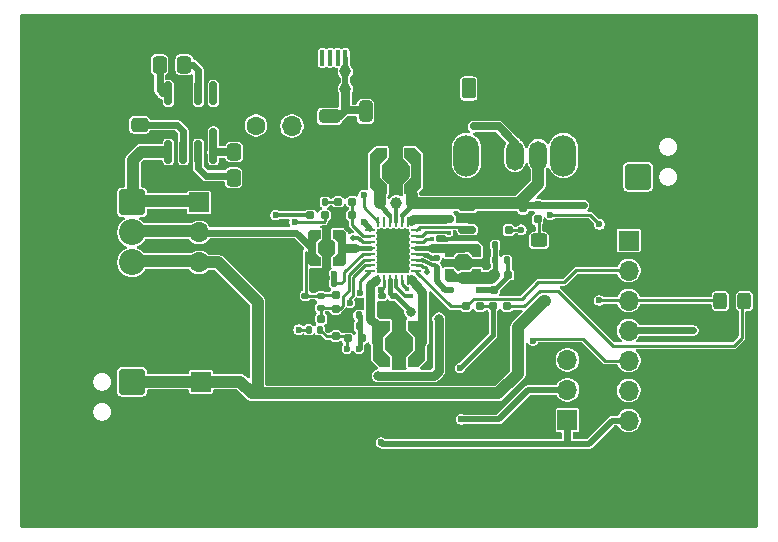
<source format=gbr>
%TF.GenerationSoftware,KiCad,Pcbnew,9.0.0-rc3*%
%TF.CreationDate,2025-02-21T17:02:01-08:00*%
%TF.ProjectId,LTC3556_v2.4,4c544333-3535-4365-9f76-322e342e6b69,rev?*%
%TF.SameCoordinates,Original*%
%TF.FileFunction,Copper,L1,Top*%
%TF.FilePolarity,Positive*%
%FSLAX46Y46*%
G04 Gerber Fmt 4.6, Leading zero omitted, Abs format (unit mm)*
G04 Created by KiCad (PCBNEW 9.0.0-rc3) date 2025-02-21 17:02:01*
%MOMM*%
%LPD*%
G01*
G04 APERTURE LIST*
G04 Aperture macros list*
%AMRoundRect*
0 Rectangle with rounded corners*
0 $1 Rounding radius*
0 $2 $3 $4 $5 $6 $7 $8 $9 X,Y pos of 4 corners*
0 Add a 4 corners polygon primitive as box body*
4,1,4,$2,$3,$4,$5,$6,$7,$8,$9,$2,$3,0*
0 Add four circle primitives for the rounded corners*
1,1,$1+$1,$2,$3*
1,1,$1+$1,$4,$5*
1,1,$1+$1,$6,$7*
1,1,$1+$1,$8,$9*
0 Add four rect primitives between the rounded corners*
20,1,$1+$1,$2,$3,$4,$5,0*
20,1,$1+$1,$4,$5,$6,$7,0*
20,1,$1+$1,$6,$7,$8,$9,0*
20,1,$1+$1,$8,$9,$2,$3,0*%
%AMFreePoly0*
4,1,11,0.760000,0.825000,0.380000,0.510000,0.380000,-0.510000,0.760000,-0.825000,0.760000,-1.525000,-0.125000,-1.525000,-0.380000,-1.270000,-0.380000,1.270000,-0.125000,1.525000,0.760000,1.525000,0.760000,0.825000,0.760000,0.825000,$1*%
%AMFreePoly1*
4,1,11,1.015000,1.170000,0.435000,0.575000,0.435000,-0.575000,1.015000,-1.170000,1.015000,-1.945000,0.125000,-1.945000,-0.435000,-1.395000,-0.435000,1.395000,0.125000,1.945000,1.015000,1.945000,1.015000,1.170000,1.015000,1.170000,$1*%
%AMFreePoly2*
4,1,11,0.435000,1.395000,0.435000,-1.395000,-0.125000,-1.945000,-1.015000,-1.945000,-1.015000,-1.170000,-0.435000,-0.575000,-0.435000,0.575000,-1.015000,1.170000,-1.015000,1.945000,-0.125000,1.945000,0.435000,1.395000,0.435000,1.395000,$1*%
G04 Aperture macros list end*
%TA.AperFunction,SMDPad,CuDef*%
%ADD10FreePoly0,0.000000*%
%TD*%
%TA.AperFunction,SMDPad,CuDef*%
%ADD11FreePoly0,180.000000*%
%TD*%
%TA.AperFunction,SMDPad,CuDef*%
%ADD12RoundRect,0.140000X-0.170000X0.140000X-0.170000X-0.140000X0.170000X-0.140000X0.170000X0.140000X0*%
%TD*%
%TA.AperFunction,SMDPad,CuDef*%
%ADD13RoundRect,0.160000X0.197500X0.160000X-0.197500X0.160000X-0.197500X-0.160000X0.197500X-0.160000X0*%
%TD*%
%TA.AperFunction,SMDPad,CuDef*%
%ADD14RoundRect,0.250000X-0.325000X-0.650000X0.325000X-0.650000X0.325000X0.650000X-0.325000X0.650000X0*%
%TD*%
%TA.AperFunction,SMDPad,CuDef*%
%ADD15RoundRect,0.150000X0.587500X0.150000X-0.587500X0.150000X-0.587500X-0.150000X0.587500X-0.150000X0*%
%TD*%
%TA.AperFunction,SMDPad,CuDef*%
%ADD16RoundRect,0.250000X0.337500X0.475000X-0.337500X0.475000X-0.337500X-0.475000X0.337500X-0.475000X0*%
%TD*%
%TA.AperFunction,SMDPad,CuDef*%
%ADD17RoundRect,0.160000X-0.197500X-0.160000X0.197500X-0.160000X0.197500X0.160000X-0.197500X0.160000X0*%
%TD*%
%TA.AperFunction,ComponentPad*%
%ADD18RoundRect,0.249999X-0.850001X0.850001X-0.850001X-0.850001X0.850001X-0.850001X0.850001X0.850001X0*%
%TD*%
%TA.AperFunction,ComponentPad*%
%ADD19C,2.200000*%
%TD*%
%TA.AperFunction,SMDPad,CuDef*%
%ADD20RoundRect,0.250000X-0.650000X0.325000X-0.650000X-0.325000X0.650000X-0.325000X0.650000X0.325000X0*%
%TD*%
%TA.AperFunction,ComponentPad*%
%ADD21R,1.700000X1.700000*%
%TD*%
%TA.AperFunction,ComponentPad*%
%ADD22O,1.700000X1.700000*%
%TD*%
%TA.AperFunction,SMDPad,CuDef*%
%ADD23RoundRect,0.140000X-0.140000X-0.170000X0.140000X-0.170000X0.140000X0.170000X-0.140000X0.170000X0*%
%TD*%
%TA.AperFunction,SMDPad,CuDef*%
%ADD24RoundRect,0.140000X0.140000X0.170000X-0.140000X0.170000X-0.140000X-0.170000X0.140000X-0.170000X0*%
%TD*%
%TA.AperFunction,ComponentPad*%
%ADD25C,3.900000*%
%TD*%
%TA.AperFunction,ConnectorPad*%
%ADD26C,7.000000*%
%TD*%
%TA.AperFunction,SMDPad,CuDef*%
%ADD27FreePoly0,90.000000*%
%TD*%
%TA.AperFunction,SMDPad,CuDef*%
%ADD28FreePoly0,270.000000*%
%TD*%
%TA.AperFunction,SMDPad,CuDef*%
%ADD29RoundRect,0.100000X0.100000X0.575000X-0.100000X0.575000X-0.100000X-0.575000X0.100000X-0.575000X0*%
%TD*%
%TA.AperFunction,HeatsinkPad*%
%ADD30O,0.890000X1.550000*%
%TD*%
%TA.AperFunction,SMDPad,CuDef*%
%ADD31RoundRect,0.250000X0.475000X0.525000X-0.475000X0.525000X-0.475000X-0.525000X0.475000X-0.525000X0*%
%TD*%
%TA.AperFunction,HeatsinkPad*%
%ADD32O,1.250000X0.950000*%
%TD*%
%TA.AperFunction,SMDPad,CuDef*%
%ADD33RoundRect,0.250000X0.500000X0.525000X-0.500000X0.525000X-0.500000X-0.525000X0.500000X-0.525000X0*%
%TD*%
%TA.AperFunction,ComponentPad*%
%ADD34C,1.600000*%
%TD*%
%TA.AperFunction,SMDPad,CuDef*%
%ADD35RoundRect,0.250000X-0.337500X-0.475000X0.337500X-0.475000X0.337500X0.475000X-0.337500X0.475000X0*%
%TD*%
%TA.AperFunction,SMDPad,CuDef*%
%ADD36RoundRect,0.160000X0.160000X-0.197500X0.160000X0.197500X-0.160000X0.197500X-0.160000X-0.197500X0*%
%TD*%
%TA.AperFunction,SMDPad,CuDef*%
%ADD37RoundRect,0.062500X-0.362500X-0.062500X0.362500X-0.062500X0.362500X0.062500X-0.362500X0.062500X0*%
%TD*%
%TA.AperFunction,SMDPad,CuDef*%
%ADD38RoundRect,0.062500X-0.062500X-0.362500X0.062500X-0.362500X0.062500X0.362500X-0.062500X0.362500X0*%
%TD*%
%TA.AperFunction,HeatsinkPad*%
%ADD39C,0.500000*%
%TD*%
%TA.AperFunction,HeatsinkPad*%
%ADD40R,2.650000X3.650000*%
%TD*%
%TA.AperFunction,SMDPad,CuDef*%
%ADD41RoundRect,0.140000X0.170000X-0.140000X0.170000X0.140000X-0.170000X0.140000X-0.170000X-0.140000X0*%
%TD*%
%TA.AperFunction,ComponentPad*%
%ADD42O,2.200000X3.500000*%
%TD*%
%TA.AperFunction,ComponentPad*%
%ADD43R,1.500000X2.500000*%
%TD*%
%TA.AperFunction,ComponentPad*%
%ADD44O,1.500000X2.500000*%
%TD*%
%TA.AperFunction,SMDPad,CuDef*%
%ADD45FreePoly1,180.000000*%
%TD*%
%TA.AperFunction,SMDPad,CuDef*%
%ADD46FreePoly2,180.000000*%
%TD*%
%TA.AperFunction,ComponentPad*%
%ADD47RoundRect,0.249999X0.850001X-0.850001X0.850001X0.850001X-0.850001X0.850001X-0.850001X-0.850001X0*%
%TD*%
%TA.AperFunction,SMDPad,CuDef*%
%ADD48RoundRect,0.160000X-0.160000X0.197500X-0.160000X-0.197500X0.160000X-0.197500X0.160000X0.197500X0*%
%TD*%
%TA.AperFunction,SMDPad,CuDef*%
%ADD49RoundRect,0.250000X0.450000X-0.325000X0.450000X0.325000X-0.450000X0.325000X-0.450000X-0.325000X0*%
%TD*%
%TA.AperFunction,SMDPad,CuDef*%
%ADD50RoundRect,0.250000X0.475000X-0.337500X0.475000X0.337500X-0.475000X0.337500X-0.475000X-0.337500X0*%
%TD*%
%TA.AperFunction,SMDPad,CuDef*%
%ADD51RoundRect,0.150000X-0.150000X0.825000X-0.150000X-0.825000X0.150000X-0.825000X0.150000X0.825000X0*%
%TD*%
%TA.AperFunction,ComponentPad*%
%ADD52RoundRect,0.250000X0.350000X0.625000X-0.350000X0.625000X-0.350000X-0.625000X0.350000X-0.625000X0*%
%TD*%
%TA.AperFunction,ComponentPad*%
%ADD53O,1.200000X1.750000*%
%TD*%
%TA.AperFunction,SMDPad,CuDef*%
%ADD54RoundRect,0.250000X-0.325000X-0.450000X0.325000X-0.450000X0.325000X0.450000X-0.325000X0.450000X0*%
%TD*%
%TA.AperFunction,ViaPad*%
%ADD55C,0.600000*%
%TD*%
%TA.AperFunction,ViaPad*%
%ADD56C,0.500000*%
%TD*%
%TA.AperFunction,ViaPad*%
%ADD57C,1.000000*%
%TD*%
%TA.AperFunction,ViaPad*%
%ADD58C,0.400000*%
%TD*%
%TA.AperFunction,ViaPad*%
%ADD59C,0.800000*%
%TD*%
%TA.AperFunction,ViaPad*%
%ADD60C,0.700000*%
%TD*%
%TA.AperFunction,Conductor*%
%ADD61C,0.250000*%
%TD*%
%TA.AperFunction,Conductor*%
%ADD62C,0.400000*%
%TD*%
%TA.AperFunction,Conductor*%
%ADD63C,0.635000*%
%TD*%
%TA.AperFunction,Conductor*%
%ADD64C,0.500000*%
%TD*%
%TA.AperFunction,Conductor*%
%ADD65C,0.350000*%
%TD*%
%TA.AperFunction,Conductor*%
%ADD66C,0.750000*%
%TD*%
%TA.AperFunction,Conductor*%
%ADD67C,0.300000*%
%TD*%
%TA.AperFunction,Conductor*%
%ADD68C,0.600000*%
%TD*%
%TA.AperFunction,Conductor*%
%ADD69C,0.700000*%
%TD*%
%TA.AperFunction,Conductor*%
%ADD70C,0.450000*%
%TD*%
%TA.AperFunction,Conductor*%
%ADD71C,1.000000*%
%TD*%
%TA.AperFunction,Conductor*%
%ADD72C,0.800000*%
%TD*%
%TA.AperFunction,Conductor*%
%ADD73C,1.016000*%
%TD*%
G04 APERTURE END LIST*
D10*
%TO.P,L3,1,1*%
%TO.N,/P2V5*%
X134287500Y-99682500D03*
D11*
%TO.P,L3,2,2*%
%TO.N,Net-(U1-SW1)*%
X136827500Y-99682500D03*
%TD*%
D12*
%TO.P,C14,1*%
%TO.N,/P2V5*%
X133760000Y-103730000D03*
%TO.P,C14,2*%
%TO.N,GND*%
X133760000Y-104690000D03*
%TD*%
D13*
%TO.P,R14,1*%
%TO.N,Net-(U1-CLPROG)*%
X137717500Y-95767000D03*
%TO.P,R14,2*%
%TO.N,Net-(C3-Pad2)*%
X136522500Y-95767000D03*
%TD*%
D14*
%TO.P,C1,1*%
%TO.N,Net-(J1-VBUS)*%
X138855000Y-88130000D03*
%TO.P,C1,2*%
%TO.N,GND*%
X141805000Y-88130000D03*
%TD*%
D15*
%TO.P,Q1,1,G*%
%TO.N,Net-(Q1-G)*%
X147477500Y-98155000D03*
%TO.P,Q1,2,S*%
%TO.N,Net-(J13-Pin_3)*%
X147477500Y-96255000D03*
%TO.P,Q1,3,D*%
%TO.N,VBAT*%
X145602500Y-97205000D03*
%TD*%
D16*
%TO.P,C16,1*%
%TO.N,GND*%
X129747500Y-93755000D03*
%TO.P,C16,2*%
%TO.N,Net-(U2-OSC)*%
X127672500Y-93755000D03*
%TD*%
D17*
%TO.P,R1,1*%
%TO.N,/VOUT0*%
X149643500Y-104648000D03*
%TO.P,R1,2*%
%TO.N,Net-(D2-A)*%
X150838500Y-104648000D03*
%TD*%
D18*
%TO.P,J18,1,Pin_1*%
%TO.N,/3V3*%
X119080000Y-111020000D03*
D19*
%TO.P,J18,2,Pin_2*%
%TO.N,GND*%
X119080000Y-113560000D03*
%TD*%
D20*
%TO.P,C2,1*%
%TO.N,Net-(J1-VBUS)*%
X135800000Y-88535000D03*
%TO.P,C2,2*%
%TO.N,GND*%
X135800000Y-91485000D03*
%TD*%
D21*
%TO.P,J19,1,Pin_1*%
%TO.N,GND*%
X132620000Y-86825000D03*
D22*
%TO.P,J19,2,Pin_2*%
%TO.N,Net-(J19-Pin_2)*%
X132620000Y-89365000D03*
%TD*%
D23*
%TO.P,C9,1*%
%TO.N,/3V3*%
X149836300Y-100737500D03*
%TO.P,C9,2*%
%TO.N,Net-(U1-FB2)*%
X150796300Y-100737500D03*
%TD*%
D24*
%TO.P,C8,1*%
%TO.N,Net-(U1-FB3)*%
X134990000Y-106620000D03*
%TO.P,C8,2*%
%TO.N,Net-(U1-VC3)*%
X134030000Y-106620000D03*
%TD*%
D25*
%TO.P,H4,1,1*%
%TO.N,GND*%
X168580000Y-119540000D03*
D26*
X168580000Y-119540000D03*
%TD*%
D27*
%TO.P,L2,1,1*%
%TO.N,/3V3*%
X147100000Y-102220000D03*
D28*
%TO.P,L2,2,2*%
%TO.N,Net-(U1-SW2)*%
X147100000Y-99680000D03*
%TD*%
D23*
%TO.P,C7,1*%
%TO.N,GND*%
X135250000Y-102670000D03*
%TO.P,C7,2*%
%TO.N,/3V56*%
X136210000Y-102670000D03*
%TD*%
D13*
%TO.P,R4,1*%
%TO.N,Net-(J1-VBUS)*%
X135380000Y-96910000D03*
%TO.P,R4,2*%
%TO.N,Net-(J19-Pin_2)*%
X134185000Y-96910000D03*
%TD*%
D25*
%TO.P,H1,1,1*%
%TO.N,GND*%
X113320000Y-83647500D03*
D26*
X113320000Y-83647500D03*
%TD*%
D21*
%TO.P,J23,1,Pin_1*%
%TO.N,/N2V5*%
X124755000Y-95830000D03*
D22*
%TO.P,J23,2,Pin_2*%
%TO.N,/P2V5*%
X124755000Y-98370000D03*
%TO.P,J23,3,Pin_3*%
%TO.N,/3V3*%
X124755000Y-100910000D03*
%TO.P,J23,4,Pin_4*%
%TO.N,GND*%
X124755000Y-103450000D03*
%TD*%
D21*
%TO.P,J24,1,Pin_1*%
%TO.N,/3V3*%
X124905000Y-111020000D03*
D22*
%TO.P,J24,2,Pin_2*%
%TO.N,GND*%
X124905000Y-113560000D03*
%TD*%
D13*
%TO.P,R7,1*%
%TO.N,Net-(U1-CLPROG)*%
X137722500Y-96915000D03*
%TO.P,R7,2*%
%TO.N,GND*%
X136527500Y-96915000D03*
%TD*%
%TO.P,R13,1*%
%TO.N,Net-(U1-FB1)*%
X135087500Y-105680000D03*
%TO.P,R13,2*%
%TO.N,GND*%
X133892500Y-105680000D03*
%TD*%
D21*
%TO.P,J13,1,Pin_1*%
%TO.N,/DVCC*%
X155940000Y-114255000D03*
D22*
%TO.P,J13,2,Pin_2*%
%TO.N,Net-(J13-Pin_2)*%
X155940000Y-111715000D03*
%TO.P,J13,3,Pin_3*%
%TO.N,Net-(J13-Pin_3)*%
X155940000Y-109175000D03*
%TD*%
D29*
%TO.P,J1,1,VBUS*%
%TO.N,Net-(J1-VBUS)*%
X137150000Y-83594400D03*
%TO.P,J1,2,D-*%
%TO.N,unconnected-(J1-D--Pad2)*%
X136500000Y-83594400D03*
%TO.P,J1,3,D+*%
%TO.N,unconnected-(J1-D+-Pad3)*%
X135850000Y-83594400D03*
%TO.P,J1,4,ID*%
%TO.N,unconnected-(J1-ID-Pad4)*%
X135200000Y-83594400D03*
%TO.P,J1,5,GND*%
%TO.N,GND*%
X134550000Y-83594400D03*
D30*
%TO.P,J1,6,Shield*%
X139350000Y-80894400D03*
D31*
X138875000Y-80894400D03*
D32*
X138350000Y-83594400D03*
D33*
X136850000Y-80894400D03*
X134850000Y-80894400D03*
D32*
X133350000Y-83594400D03*
D31*
X132825000Y-80894400D03*
D30*
X132350000Y-80894400D03*
%TD*%
D34*
%TO.P,TH1,1*%
%TO.N,GND*%
X129590000Y-86825000D03*
%TO.P,TH1,2*%
%TO.N,Net-(J19-Pin_2)*%
X129590000Y-89325000D03*
%TD*%
D25*
%TO.P,H2,1,1*%
%TO.N,GND*%
X168580000Y-83720000D03*
D26*
X168580000Y-83720000D03*
%TD*%
D35*
%TO.P,C18,1*%
%TO.N,/VOUT0*%
X127727500Y-91567500D03*
%TO.P,C18,2*%
%TO.N,GND*%
X129802500Y-91567500D03*
%TD*%
D36*
%TO.P,R11,1*%
%TO.N,Net-(U1-FB3)*%
X136310000Y-107147500D03*
%TO.P,R11,2*%
%TO.N,GND*%
X136310000Y-105952500D03*
%TD*%
D37*
%TO.P,U1,1,LDO3V3*%
%TO.N,Net-(J13-Pin_2)*%
X139240000Y-98170000D03*
%TO.P,U1,2,CLPROG*%
%TO.N,Net-(U1-CLPROG)*%
X139240000Y-98670000D03*
%TO.P,U1,3,NTC*%
%TO.N,Net-(J19-Pin_2)*%
X139240000Y-99170000D03*
%TO.P,U1,4,SW1*%
%TO.N,Net-(U1-SW1)*%
X139240000Y-99670000D03*
%TO.P,U1,5,VIN1*%
%TO.N,/3V56*%
X139240000Y-100170000D03*
%TO.P,U1,6,FB1*%
%TO.N,Net-(U1-FB1)*%
X139240000Y-100670000D03*
%TO.P,U1,7,FB3*%
%TO.N,Net-(U1-FB3)*%
X139240000Y-101170000D03*
%TO.P,U1,8,VC3*%
%TO.N,Net-(U1-VC3)*%
X139240000Y-101670000D03*
D38*
%TO.P,U1,9,SWAB3*%
%TO.N,Net-(U1-SWAB3)*%
X139940000Y-102370000D03*
%TO.P,U1,10,DVCC*%
%TO.N,/DVCC*%
X140440000Y-102370000D03*
%TO.P,U1,11,VIN3*%
%TO.N,/VOUT0*%
X140940000Y-102370000D03*
%TO.P,U1,12,VOUT3*%
%TO.N,/3V56*%
X141440000Y-102370000D03*
%TO.P,U1,13,SCL*%
%TO.N,/SCL*%
X141940000Y-102370000D03*
%TO.P,U1,14,SWCD3*%
%TO.N,Net-(U1-SWCD3)*%
X142440000Y-102370000D03*
D37*
%TO.P,U1,15,PGOODALL*%
%TO.N,/PGOOD*%
X143140000Y-101670000D03*
%TO.P,U1,16,SDA*%
%TO.N,/SDA*%
X143140000Y-101170000D03*
%TO.P,U1,17,FB2*%
%TO.N,Net-(U1-FB2)*%
X143140000Y-100670000D03*
%TO.P,U1,18,VIN2*%
%TO.N,/3V56*%
X143140000Y-100170000D03*
%TO.P,U1,19,SW2*%
%TO.N,Net-(U1-SW2)*%
X143140000Y-99670000D03*
%TO.P,U1,20,PROG*%
%TO.N,Net-(U1-PROG)*%
X143140000Y-99170000D03*
%TO.P,U1,21,\u002ACHRG*%
%TO.N,/CHRG*%
X143140000Y-98670000D03*
%TO.P,U1,22,GATE*%
%TO.N,Net-(Q1-G)*%
X143140000Y-98170000D03*
D38*
%TO.P,U1,23,BAT*%
%TO.N,VBAT*%
X142440000Y-97470000D03*
%TO.P,U1,24,VOUT*%
%TO.N,Net-(J13-Pin_3)*%
X141940000Y-97470000D03*
%TO.P,U1,25,VBUS*%
%TO.N,Net-(J1-VBUS)*%
X141440000Y-97470000D03*
%TO.P,U1,26,SW*%
%TO.N,Net-(U1-SW)*%
X140940000Y-97470000D03*
%TO.P,U1,27,SEQ*%
%TO.N,unconnected-(U1-SEQ-Pad27)*%
X140440000Y-97470000D03*
%TO.P,U1,28,ENALL*%
%TO.N,/ENALL*%
X139940000Y-97470000D03*
D39*
%TO.P,U1,29,EPAD*%
%TO.N,GND*%
X140115000Y-98345000D03*
X140115000Y-99395000D03*
X140115000Y-100445000D03*
X140115000Y-101495000D03*
X141190000Y-98345000D03*
X141190000Y-99395000D03*
D40*
X141190000Y-99920000D03*
D39*
X141190000Y-100445000D03*
X141190000Y-101495000D03*
X142265000Y-98345000D03*
X142265000Y-99395000D03*
X142265000Y-100445000D03*
X142265000Y-101495000D03*
%TD*%
D41*
%TO.P,C4,1*%
%TO.N,GND*%
X140210000Y-104740000D03*
%TO.P,C4,2*%
%TO.N,/DVCC*%
X140210000Y-103780000D03*
%TD*%
D12*
%TO.P,C13,1*%
%TO.N,Net-(J13-Pin_3)*%
X152180000Y-96430000D03*
%TO.P,C13,2*%
%TO.N,GND*%
X152180000Y-97390000D03*
%TD*%
D21*
%TO.P,J14,1,Pin_1*%
%TO.N,GND*%
X124905000Y-118760000D03*
%TD*%
D16*
%TO.P,C15,1*%
%TO.N,Net-(U2-CAP+)*%
X123490000Y-84175000D03*
%TO.P,C15,2*%
%TO.N,Net-(U2-CAP-)*%
X121415000Y-84175000D03*
%TD*%
D13*
%TO.P,R6,1*%
%TO.N,Net-(U1-PROG)*%
X150965500Y-98171000D03*
%TO.P,R6,2*%
%TO.N,GND*%
X149770500Y-98171000D03*
%TD*%
D42*
%TO.P,SW1,*%
%TO.N,*%
X147390000Y-91867500D03*
X155590000Y-91867500D03*
D43*
%TO.P,SW1,1,A*%
%TO.N,GND*%
X149490000Y-91867500D03*
D44*
%TO.P,SW1,2,B*%
%TO.N,/VOUT0*%
X151490000Y-91867500D03*
%TO.P,SW1,3,C*%
%TO.N,Net-(J13-Pin_3)*%
X153490000Y-91867500D03*
%TD*%
D45*
%TO.P,L1,1,1*%
%TO.N,Net-(U1-SWCD3)*%
X143462500Y-107792500D03*
D46*
%TO.P,L1,2,2*%
%TO.N,Net-(U1-SWAB3)*%
X139932500Y-107792500D03*
%TD*%
D47*
%TO.P,J21,1,Pin_1*%
%TO.N,/VOUT0*%
X161925000Y-93662500D03*
D19*
%TO.P,J21,2,Pin_2*%
%TO.N,GND*%
X161925000Y-91122500D03*
%TD*%
D48*
%TO.P,R5,1*%
%TO.N,Net-(J13-Pin_3)*%
X153427500Y-96085000D03*
%TO.P,R5,2*%
%TO.N,Net-(D1-A)*%
X153427500Y-97280000D03*
%TD*%
D49*
%TO.P,D1,1,K*%
%TO.N,GND*%
X153527500Y-101087500D03*
%TO.P,D1,2,A*%
%TO.N,Net-(D1-A)*%
X153527500Y-99037500D03*
%TD*%
D12*
%TO.P,C10,1*%
%TO.N,/P2V5*%
X135049500Y-103774500D03*
%TO.P,C10,2*%
%TO.N,Net-(U1-FB1)*%
X135049500Y-104734500D03*
%TD*%
D21*
%TO.P,J22,1,Pin_1*%
%TO.N,/3V56*%
X161130000Y-99070000D03*
D22*
%TO.P,J22,2,Pin_2*%
%TO.N,/PGOOD*%
X161130000Y-101610000D03*
%TO.P,J22,3,Pin_3*%
%TO.N,/CHRG*%
X161130000Y-104150000D03*
%TO.P,J22,4,Pin_4*%
%TO.N,/ENALL*%
X161130000Y-106690000D03*
%TO.P,J22,5,Pin_5*%
%TO.N,/SDA*%
X161130000Y-109230000D03*
%TO.P,J22,6,Pin_6*%
%TO.N,/SCL*%
X161130000Y-111770000D03*
%TO.P,J22,7,Pin_7*%
%TO.N,/DVCC*%
X161130000Y-114310000D03*
%TD*%
D23*
%TO.P,C3,1*%
%TO.N,GND*%
X134450000Y-95800000D03*
%TO.P,C3,2*%
%TO.N,Net-(C3-Pad2)*%
X135410000Y-95800000D03*
%TD*%
%TO.P,C12,1*%
%TO.N,/3V3*%
X149822500Y-99462500D03*
%TO.P,C12,2*%
%TO.N,GND*%
X150782500Y-99462500D03*
%TD*%
D13*
%TO.P,R8,1*%
%TO.N,/3V56*%
X138547500Y-107350000D03*
%TO.P,R8,2*%
%TO.N,Net-(U1-FB3)*%
X137352500Y-107350000D03*
%TD*%
D24*
%TO.P,C11,1*%
%TO.N,/3V56*%
X138260000Y-105390000D03*
%TO.P,C11,2*%
%TO.N,GND*%
X137300000Y-105390000D03*
%TD*%
D50*
%TO.P,C17,1*%
%TO.N,Net-(U2-LV)*%
X119722500Y-89272500D03*
%TO.P,C17,2*%
%TO.N,GND*%
X119722500Y-87197500D03*
%TD*%
D41*
%TO.P,C5,1*%
%TO.N,GND*%
X141250000Y-104750000D03*
%TO.P,C5,2*%
%TO.N,/VOUT0*%
X141250000Y-103790000D03*
%TD*%
D17*
%TO.P,R12,1*%
%TO.N,Net-(U1-FB2)*%
X149692000Y-103238500D03*
%TO.P,R12,2*%
%TO.N,GND*%
X150887000Y-103238500D03*
%TD*%
D18*
%TO.P,J20,1,Pin_1*%
%TO.N,/N2V5*%
X119080000Y-95830000D03*
D19*
%TO.P,J20,2,Pin_2*%
%TO.N,/P2V5*%
X119080000Y-98370000D03*
%TO.P,J20,3,Pin_3*%
%TO.N,/3V3*%
X119080000Y-100910000D03*
%TO.P,J20,4,Pin_4*%
%TO.N,GND*%
X119080000Y-103450000D03*
%TD*%
D51*
%TO.P,U2,1,BOOST*%
%TO.N,unconnected-(U2-BOOST-Pad1)*%
X125957500Y-86610000D03*
%TO.P,U2,2,CAP+*%
%TO.N,Net-(U2-CAP+)*%
X124687500Y-86610000D03*
%TO.P,U2,3,GND*%
%TO.N,GND*%
X123417500Y-86610000D03*
%TO.P,U2,4,CAP-*%
%TO.N,Net-(U2-CAP-)*%
X122147500Y-86610000D03*
%TO.P,U2,5,VOUT*%
%TO.N,/N2V5*%
X122147500Y-91560000D03*
%TO.P,U2,6,LV*%
%TO.N,Net-(U2-LV)*%
X123417500Y-91560000D03*
%TO.P,U2,7,OSC*%
%TO.N,Net-(U2-OSC)*%
X124687500Y-91560000D03*
%TO.P,U2,8,V+*%
%TO.N,/VOUT0*%
X125957500Y-91560000D03*
%TD*%
D45*
%TO.P,L7,1,1*%
%TO.N,Net-(J13-Pin_3)*%
X143164500Y-93180100D03*
D46*
%TO.P,L7,2,2*%
%TO.N,Net-(U1-SW)*%
X139634500Y-93180100D03*
%TD*%
D23*
%TO.P,C6,1*%
%TO.N,GND*%
X137320000Y-106340000D03*
%TO.P,C6,2*%
%TO.N,/3V56*%
X138280000Y-106340000D03*
%TD*%
D13*
%TO.P,R3,1*%
%TO.N,/VOUT0*%
X148552500Y-104648000D03*
%TO.P,R3,2*%
%TO.N,/PGOOD*%
X147357500Y-104648000D03*
%TD*%
D17*
%TO.P,R9,1*%
%TO.N,/3V3*%
X149730000Y-101962500D03*
%TO.P,R9,2*%
%TO.N,Net-(U1-FB2)*%
X150925000Y-101962500D03*
%TD*%
D52*
%TO.P,J12,1,Pin_1*%
%TO.N,VBAT*%
X147577500Y-86190000D03*
D53*
%TO.P,J12,2,Pin_2*%
%TO.N,GND*%
X145577500Y-86190000D03*
%TD*%
D54*
%TO.P,D2,1,K*%
%TO.N,/CHRG*%
X168877500Y-104170000D03*
%TO.P,D2,2,A*%
%TO.N,Net-(D2-A)*%
X170927500Y-104170000D03*
%TD*%
D48*
%TO.P,R10,1*%
%TO.N,/P2V5*%
X136319500Y-103657000D03*
%TO.P,R10,2*%
%TO.N,Net-(U1-FB1)*%
X136319500Y-104852000D03*
%TD*%
D25*
%TO.P,H3,1,1*%
%TO.N,GND*%
X113407500Y-119505000D03*
D26*
X113407500Y-119505000D03*
%TD*%
D55*
%TO.N,GND*%
X141270000Y-105300000D03*
X146362500Y-106992500D03*
X140230000Y-105300000D03*
D56*
X136080000Y-96460000D03*
D55*
X138360000Y-104430000D03*
D57*
%TO.N,Net-(J1-VBUS)*%
X137150000Y-84747500D03*
X141450300Y-95847100D03*
X137150000Y-86245000D03*
D55*
X132842000Y-97500000D03*
%TO.N,Net-(U1-FB3)*%
X137530000Y-104350000D03*
X137270000Y-108220000D03*
%TO.N,Net-(U1-VC3)*%
X133180000Y-106610000D03*
X138397499Y-103486002D03*
%TO.N,Net-(U1-FB2)*%
X146057500Y-103222500D03*
X148447500Y-103222500D03*
%TO.N,VBAT*%
X144027500Y-97237500D03*
X144652500Y-97237500D03*
%TO.N,Net-(U1-PROG)*%
X152047500Y-98152500D03*
D58*
X144477500Y-98912500D03*
D55*
%TO.N,Net-(J13-Pin_3)*%
X157353000Y-96062500D03*
%TO.N,Net-(J13-Pin_2)*%
X138726000Y-97536000D03*
X146962500Y-114200000D03*
D56*
%TO.N,Net-(J19-Pin_2)*%
X137770000Y-98820000D03*
D55*
X131230000Y-96910000D03*
%TO.N,/VOUT0*%
X148005000Y-89408000D03*
X125970000Y-89877500D03*
X146862837Y-109857163D03*
D59*
X142670000Y-105140000D03*
D55*
%TO.N,/DVCC*%
X140182389Y-103213652D03*
X140167500Y-116162500D03*
D58*
%TO.N,/3V56*%
X142680000Y-103800000D03*
D59*
X139924989Y-110524989D03*
D55*
X138290000Y-108260000D03*
D59*
X145060000Y-105690000D03*
D55*
X136200000Y-101860000D03*
X144860000Y-100507500D03*
D59*
%TO.N,/3V3*%
X154045000Y-104242500D03*
D60*
X148960000Y-102222500D03*
D55*
%TO.N,/CHRG*%
X154500000Y-96890000D03*
X158650000Y-97690000D03*
D58*
X145900000Y-98440000D03*
D55*
X158640000Y-104140000D03*
D56*
%TO.N,/SDA*%
X144050000Y-101750000D03*
D55*
X153025000Y-107530000D03*
%TO.N,/ENALL*%
X166595000Y-106680000D03*
X138684000Y-95200220D03*
D58*
%TO.N,/SCL*%
X142336195Y-103153313D03*
%TD*%
D61*
%TO.N,GND*%
X137167500Y-105982500D02*
X137300000Y-105850000D01*
X137330000Y-105390000D02*
X137300000Y-105390000D01*
X140230000Y-105310000D02*
X140230000Y-104760000D01*
X138360000Y-104430000D02*
X138290000Y-104430000D01*
X137300000Y-106320000D02*
X137320000Y-106340000D01*
X141270000Y-105370000D02*
X141270000Y-104770000D01*
D62*
X136105000Y-96460000D02*
X136555000Y-96910000D01*
D61*
X137300000Y-105390000D02*
X137300000Y-105850000D01*
X138290000Y-104430000D02*
X137330000Y-105390000D01*
X136080000Y-96460000D02*
X136105000Y-96460000D01*
X141270000Y-104770000D02*
X141250000Y-104750000D01*
X140230000Y-104760000D02*
X140210000Y-104740000D01*
X137300000Y-105850000D02*
X137300000Y-106320000D01*
X136240000Y-105982500D02*
X137167500Y-105982500D01*
D63*
%TO.N,Net-(J1-VBUS)*%
X137155000Y-88030000D02*
X138765000Y-88030000D01*
D64*
X137150000Y-84306700D02*
X137150000Y-86245000D01*
D61*
X134567532Y-97506000D02*
X134573532Y-97500000D01*
X134573532Y-97500000D02*
X135327500Y-97500000D01*
X141440000Y-95857400D02*
X141450300Y-95847100D01*
X133796468Y-97500000D02*
X133802468Y-97506000D01*
D65*
X141440000Y-97470000D02*
X141440000Y-95857400D01*
D61*
X133802468Y-97506000D02*
X134567532Y-97506000D01*
D66*
X137150000Y-86245000D02*
X137150000Y-88025000D01*
D64*
X137150000Y-88025000D02*
X137155000Y-88030000D01*
D61*
X135380000Y-97447500D02*
X135380000Y-96910000D01*
D63*
X138765000Y-88030000D02*
X138825000Y-88090000D01*
D61*
X135327500Y-97500000D02*
X135380000Y-97447500D01*
X132850000Y-97500000D02*
X133796468Y-97500000D01*
D62*
X137150000Y-84255000D02*
X137150000Y-83595000D01*
D63*
X136650000Y-88535000D02*
X137155000Y-88030000D01*
X136290000Y-88535000D02*
X136650000Y-88535000D01*
D61*
%TO.N,Net-(U1-CLPROG)*%
X137727500Y-97260000D02*
X137727500Y-97722500D01*
X137717500Y-95767000D02*
X137717500Y-97250000D01*
X137717500Y-97250000D02*
X137727500Y-97260000D01*
X137727500Y-97722500D02*
X138675000Y-98670000D01*
X138675000Y-98670000D02*
X139240000Y-98670000D01*
%TO.N,Net-(U1-FB3)*%
X136242500Y-107180000D02*
X136240000Y-107177500D01*
X135547500Y-107177500D02*
X134990000Y-106620000D01*
X137822499Y-103687501D02*
X137822499Y-102167501D01*
X137302500Y-108187500D02*
X137302500Y-107420000D01*
X137302500Y-107420000D02*
X137062500Y-107180000D01*
X137270000Y-108220000D02*
X137302500Y-108187500D01*
X137530000Y-104350000D02*
X137530000Y-103980000D01*
X137822499Y-102167501D02*
X138820000Y-101170000D01*
X138820000Y-101170000D02*
X139240000Y-101170000D01*
X137062500Y-107180000D02*
X136242500Y-107180000D01*
X136240000Y-107177500D02*
X135547500Y-107177500D01*
X137530000Y-103980000D02*
X137822499Y-103687501D01*
%TO.N,Net-(U1-VC3)*%
X138397499Y-102512501D02*
X139240000Y-101670000D01*
X138397499Y-103486002D02*
X138397499Y-102512501D01*
X133180000Y-106610000D02*
X134020000Y-106610000D01*
X134020000Y-106610000D02*
X134030000Y-106620000D01*
%TO.N,Net-(U1-FB2)*%
X150925000Y-100866200D02*
X150796300Y-100737500D01*
D67*
X143601304Y-100678411D02*
X143672893Y-100750000D01*
X150925000Y-101962500D02*
X150925000Y-100866200D01*
D64*
X144880000Y-102530000D02*
X145572500Y-103222500D01*
D67*
X143879173Y-100760000D02*
X144270000Y-101050000D01*
D64*
X144880000Y-101300000D02*
X144880000Y-102530000D01*
D61*
X143609716Y-100670000D02*
X143140000Y-100670000D01*
D67*
X149692000Y-103195500D02*
X149804500Y-103195500D01*
X150925000Y-102075000D02*
X150925000Y-101962500D01*
D64*
X145572500Y-103222500D02*
X146057500Y-103222500D01*
D62*
X149804500Y-103195500D02*
X150925000Y-102075000D01*
D64*
X148447500Y-103222500D02*
X149676000Y-103222500D01*
D67*
X143672893Y-100750000D02*
X143710000Y-100750000D01*
X143710000Y-100750000D02*
X143720000Y-100760000D01*
D61*
X149676000Y-103222500D02*
X149692000Y-103238500D01*
D67*
X144270000Y-101050000D02*
X144880000Y-101200000D01*
D61*
X149692000Y-103238500D02*
X149692000Y-103195500D01*
D67*
X143720000Y-100760000D02*
X143879173Y-100760000D01*
D61*
%TO.N,Net-(U1-FB1)*%
X136658000Y-104852000D02*
X136319500Y-104852000D01*
X136937500Y-103792500D02*
X136937500Y-104572500D01*
X137422500Y-103307500D02*
X136937500Y-103792500D01*
X138710000Y-100670000D02*
X137422500Y-101957500D01*
X136202000Y-104734500D02*
X136319500Y-104852000D01*
X139240000Y-100670000D02*
X138710000Y-100670000D01*
X136937500Y-104572500D02*
X136658000Y-104852000D01*
X135049500Y-104734500D02*
X135049500Y-105642000D01*
X135049500Y-104734500D02*
X136202000Y-104734500D01*
X137422500Y-101957500D02*
X137422500Y-103307500D01*
X135049500Y-105642000D02*
X135087500Y-105680000D01*
D68*
%TO.N,Net-(U2-CAP+)*%
X123490000Y-84175000D02*
X124250000Y-84175000D01*
X124687500Y-84612500D02*
X124687500Y-86610000D01*
X124250000Y-84175000D02*
X124687500Y-84612500D01*
D69*
%TO.N,Net-(U2-CAP-)*%
X121705000Y-86610000D02*
X122100000Y-86610000D01*
D68*
X121415000Y-86320000D02*
X121705000Y-86610000D01*
X121415000Y-84175000D02*
X121415000Y-86320000D01*
D61*
%TO.N,Net-(D1-A)*%
X153527500Y-97380000D02*
X153427500Y-97280000D01*
X153527500Y-99037500D02*
X153527500Y-97380000D01*
D66*
%TO.N,VBAT*%
X145570000Y-97237500D02*
X142842500Y-97237500D01*
X142842500Y-97237500D02*
X142677500Y-97402500D01*
D70*
%TO.N,Net-(U1-SW2)*%
X143140000Y-99670000D02*
X144460000Y-99670000D01*
D66*
X147097500Y-99682500D02*
X147100000Y-99680000D01*
X144487500Y-99682500D02*
X147097500Y-99682500D01*
%TO.N,Net-(U1-SW1)*%
X137977500Y-99682500D02*
X136827500Y-99682500D01*
D70*
X139240000Y-99670000D02*
X138060000Y-99670000D01*
D71*
%TO.N,Net-(U1-SW)*%
X140047500Y-95887500D02*
X140047500Y-95162500D01*
X140047500Y-95162500D02*
X140057500Y-95152500D01*
D61*
X140940000Y-97470000D02*
X140940000Y-96875000D01*
D62*
X140877500Y-96875000D02*
X140185000Y-96120000D01*
D61*
%TO.N,Net-(Q1-G)*%
X143420000Y-97890000D02*
X147485000Y-97890000D01*
X143140000Y-98170000D02*
X143420000Y-97890000D01*
%TO.N,Net-(U1-PROG)*%
X152029000Y-98171000D02*
X152047500Y-98152500D01*
X143690000Y-99170000D02*
X143937500Y-98922500D01*
X150965500Y-98171000D02*
X152029000Y-98171000D01*
X144467500Y-98922500D02*
X144477500Y-98912500D01*
X143140000Y-99170000D02*
X143690000Y-99170000D01*
X143937500Y-98922500D02*
X144467500Y-98922500D01*
D66*
%TO.N,Net-(U1-SWCD3)*%
X143672500Y-103392500D02*
X143672500Y-107662500D01*
X142697200Y-102336600D02*
X143672500Y-103392500D01*
%TO.N,Net-(U1-SWAB3)*%
X139697500Y-106182500D02*
X139697500Y-107662500D01*
X139270000Y-102797500D02*
X139270000Y-105710000D01*
D72*
X139270000Y-105710000D02*
X139720000Y-106160000D01*
D66*
X139697500Y-102370000D02*
X139270000Y-102797500D01*
D61*
%TO.N,Net-(D2-A)*%
X159790000Y-107960000D02*
X170040000Y-107960000D01*
X155140000Y-103310000D02*
X159790000Y-107960000D01*
X170717500Y-107282500D02*
X170717500Y-104380000D01*
X153611000Y-103310000D02*
X155140000Y-103310000D01*
X152273000Y-104648000D02*
X153611000Y-103310000D01*
X150965500Y-104648000D02*
X152273000Y-104648000D01*
X170040000Y-107960000D02*
X170717500Y-107282500D01*
D68*
%TO.N,Net-(J13-Pin_3)*%
X153427500Y-96085000D02*
X152195000Y-96085000D01*
D61*
X141940000Y-97470000D02*
X141940000Y-96876284D01*
D68*
X157353000Y-96062500D02*
X157340500Y-96075000D01*
D61*
X152195000Y-96085000D02*
X152187500Y-96092500D01*
D71*
X142751858Y-95912500D02*
X142751858Y-95242500D01*
X151864500Y-95912500D02*
X153490000Y-94287000D01*
X153490000Y-94287000D02*
X153490000Y-91867500D01*
X142903784Y-95912500D02*
X151864500Y-95912500D01*
D62*
X141977500Y-96876284D02*
X142751858Y-96064426D01*
D68*
X157340500Y-96075000D02*
X153437500Y-96075000D01*
D64*
%TO.N,Net-(J13-Pin_2)*%
X152617500Y-111715000D02*
X155940000Y-111715000D01*
X138726000Y-97536000D02*
X139240000Y-98050000D01*
X146962500Y-114200000D02*
X150132500Y-114200000D01*
X150132500Y-114200000D02*
X152617500Y-111715000D01*
D61*
%TO.N,Net-(C3-Pad2)*%
X135410000Y-95800000D02*
X136489500Y-95800000D01*
%TO.N,Net-(J19-Pin_2)*%
X134175000Y-96900000D02*
X134185000Y-96910000D01*
D67*
X137870000Y-98820000D02*
X138170000Y-98820000D01*
X131240000Y-96900000D02*
X134175000Y-96900000D01*
D61*
X138520000Y-99170000D02*
X139240000Y-99170000D01*
D67*
X138170000Y-98820000D02*
X138520000Y-99140000D01*
D61*
X131230000Y-96910000D02*
X131240000Y-96900000D01*
D68*
%TO.N,Net-(U2-OSC)*%
X125357500Y-93575000D02*
X127862500Y-93575000D01*
X124687500Y-91560000D02*
X124687500Y-92905000D01*
X124687500Y-92905000D02*
X125357500Y-93575000D01*
%TO.N,Net-(U2-LV)*%
X122890000Y-89272500D02*
X123417500Y-89800000D01*
X119722500Y-89272500D02*
X122890000Y-89272500D01*
X123417500Y-89800000D02*
X123417500Y-91560000D01*
X119722500Y-89480000D02*
X119722500Y-89272500D01*
D62*
%TO.N,/VOUT0*%
X141470000Y-103790000D02*
X141250000Y-103790000D01*
X149630000Y-104788500D02*
X149733000Y-104685500D01*
D69*
X151490000Y-90784000D02*
X151490000Y-91867500D01*
X125970000Y-91547500D02*
X125957500Y-91560000D01*
X148005000Y-89408000D02*
X150114000Y-89408000D01*
D67*
X142670000Y-105140000D02*
X142670000Y-104960000D01*
D62*
X142670000Y-104960000D02*
X142640000Y-104960000D01*
D61*
X149770500Y-104648000D02*
X148552500Y-104648000D01*
D69*
X125957500Y-91560000D02*
X127720000Y-91560000D01*
D62*
X140940000Y-102370000D02*
X140940000Y-103480000D01*
D69*
X125970000Y-89877500D02*
X125970000Y-91547500D01*
D62*
X142640000Y-104960000D02*
X141470000Y-103790000D01*
D69*
X150114000Y-89408000D02*
X151490000Y-90784000D01*
D62*
X140940000Y-103480000D02*
X141250000Y-103790000D01*
D69*
X127720000Y-91560000D02*
X127727500Y-91567500D01*
D62*
X146862837Y-109857163D02*
X149630000Y-107090000D01*
X149630000Y-107090000D02*
X149630000Y-104788500D01*
D61*
%TO.N,/DVCC*%
X140440000Y-102956041D02*
X140440000Y-102370000D01*
D64*
X140167500Y-116162500D02*
X140282500Y-116277500D01*
D61*
X140182389Y-103213652D02*
X140440000Y-102956041D01*
D64*
X155075000Y-116277500D02*
X157777500Y-116277500D01*
D68*
X155940000Y-114255000D02*
X155940000Y-116140000D01*
D61*
X140182389Y-103213652D02*
X140210000Y-103241263D01*
D64*
X140282500Y-116277500D02*
X155802500Y-116277500D01*
D61*
X140210000Y-103241263D02*
X140210000Y-103780000D01*
D64*
X159745000Y-114310000D02*
X161130000Y-114310000D01*
X157777500Y-116277500D02*
X159745000Y-114310000D01*
%TO.N,/3V56*%
X136200000Y-101860000D02*
X136200000Y-102660000D01*
D61*
X138620000Y-100170000D02*
X139240000Y-100170000D01*
X136800000Y-102670000D02*
X137022500Y-102447500D01*
D67*
X142680000Y-103800000D02*
X142217107Y-103800000D01*
X142217107Y-103800000D02*
X141440000Y-103022893D01*
D61*
X136200000Y-102660000D02*
X136210000Y-102670000D01*
D62*
X138352000Y-108198000D02*
X138352000Y-105420000D01*
D61*
X137022500Y-102447500D02*
X137022500Y-101767500D01*
D66*
X144615011Y-110524989D02*
X145060000Y-110080000D01*
D61*
X136210000Y-102670000D02*
X136800000Y-102670000D01*
X138290000Y-108260000D02*
X138352000Y-108198000D01*
D67*
X141440000Y-103022893D02*
X141440000Y-102370000D01*
D61*
X143880000Y-100170000D02*
X143140000Y-100170000D01*
D62*
X144860000Y-100507500D02*
X144379695Y-100507500D01*
D66*
X145060000Y-110080000D02*
X145060000Y-105690000D01*
D62*
X144379695Y-100507500D02*
X144029695Y-100250000D01*
D61*
X137022500Y-101767500D02*
X138620000Y-100170000D01*
D62*
X144029695Y-100250000D02*
X143880000Y-100250000D01*
D66*
X139924989Y-110524989D02*
X144615011Y-110524989D01*
D73*
%TO.N,/3V3*%
X149472500Y-102220000D02*
X147100000Y-102220000D01*
D61*
X149730000Y-100843800D02*
X149836300Y-100737500D01*
D71*
X153997500Y-104185000D02*
X151757500Y-106425000D01*
D73*
X149730000Y-101962500D02*
X149472500Y-102220000D01*
D71*
X151757500Y-110345000D02*
X150092500Y-112010000D01*
X126330000Y-100910000D02*
X129720000Y-104300000D01*
X119172500Y-100792500D02*
X124637500Y-100792500D01*
X129720000Y-112010000D02*
X129240000Y-112010000D01*
X129720000Y-112010000D02*
X129720000Y-104300000D01*
X124755000Y-100910000D02*
X126330000Y-100910000D01*
X128250000Y-111020000D02*
X124905000Y-111020000D01*
D61*
X147100000Y-102220000D02*
X147357500Y-101962500D01*
D71*
X150092500Y-112010000D02*
X129720000Y-112010000D01*
X129240000Y-112010000D02*
X128250000Y-111020000D01*
X154045000Y-104185000D02*
X153997500Y-104185000D01*
D62*
X149822500Y-99462500D02*
X149822500Y-101870000D01*
D71*
X124905000Y-111020000D02*
X119202500Y-111020000D01*
X151757500Y-106425000D02*
X151757500Y-110345000D01*
D61*
X147357500Y-101962500D02*
X149730000Y-101962500D01*
X149836300Y-101856200D02*
X149730000Y-101962500D01*
D71*
X124637500Y-100792500D02*
X124755000Y-100910000D01*
D61*
%TO.N,/P2V5*%
X135167000Y-103657000D02*
X135049500Y-103774500D01*
X135049500Y-103774500D02*
X133779500Y-103774500D01*
D71*
X119172500Y-98252500D02*
X124637500Y-98252500D01*
D61*
X136319500Y-103657000D02*
X135167000Y-103657000D01*
X133760000Y-103730000D02*
X133820000Y-103670000D01*
D68*
X132995000Y-98390000D02*
X134287500Y-99682500D01*
X124975000Y-98390000D02*
X132995000Y-98390000D01*
D61*
X133820000Y-103670000D02*
X133820000Y-100009000D01*
%TO.N,/CHRG*%
X157850000Y-96890000D02*
X158650000Y-97690000D01*
X158640000Y-104140000D02*
X168655000Y-104140000D01*
X143140000Y-98670000D02*
X143624314Y-98670000D01*
X143954314Y-98340000D02*
X145800000Y-98340000D01*
X143624314Y-98670000D02*
X143954314Y-98340000D01*
X154500000Y-96890000D02*
X157850000Y-96890000D01*
X145800000Y-98340000D02*
X145900000Y-98440000D01*
D73*
%TO.N,/N2V5*%
X124637500Y-95712500D02*
X124755000Y-95830000D01*
X119172500Y-95712500D02*
X124637500Y-95712500D01*
X119172500Y-95712500D02*
X119172500Y-92205000D01*
X119817500Y-91560000D02*
X121900000Y-91560000D01*
X119172500Y-92205000D02*
X119817500Y-91560000D01*
D61*
%TO.N,/PGOOD*%
X147357500Y-104648000D02*
X147992500Y-104013000D01*
X146078000Y-104648000D02*
X147357500Y-104648000D01*
X147992500Y-104013000D02*
X152057000Y-104013000D01*
X153454000Y-102616000D02*
X155634000Y-102616000D01*
X152057000Y-104013000D02*
X153454000Y-102616000D01*
X161120000Y-101600000D02*
X161130000Y-101610000D01*
X143140000Y-101670000D02*
X143140000Y-101710000D01*
X156650000Y-101600000D02*
X161120000Y-101600000D01*
X155634000Y-102616000D02*
X156650000Y-101600000D01*
X143140000Y-101710000D02*
X146078000Y-104648000D01*
%TO.N,/SDA*%
X157252500Y-107387500D02*
X159095000Y-109230000D01*
X159095000Y-109230000D02*
X161130000Y-109230000D01*
X143704030Y-101330000D02*
X143544030Y-101170000D01*
X143920000Y-101330000D02*
X143704030Y-101330000D01*
X153025000Y-107530000D02*
X153167500Y-107387500D01*
X143544030Y-101170000D02*
X143140000Y-101170000D01*
X144050000Y-101460000D02*
X143920000Y-101330000D01*
X144050000Y-101750000D02*
X144050000Y-101460000D01*
X153167500Y-107387500D02*
X157252500Y-107387500D01*
%TO.N,/ENALL*%
X138684000Y-96214000D02*
X139940000Y-97470000D01*
X138684000Y-95200222D02*
X138684000Y-96214000D01*
D68*
X161140000Y-106680000D02*
X161130000Y-106690000D01*
X166595000Y-106680000D02*
X161140000Y-106680000D01*
D61*
%TO.N,/SCL*%
X142319283Y-103153313D02*
X141940000Y-102774030D01*
X141940000Y-102774030D02*
X141940000Y-102370000D01*
X142336195Y-103153313D02*
X142319283Y-103153313D01*
%TD*%
%TA.AperFunction,Conductor*%
%TO.N,GND*%
G36*
X132824074Y-98860185D02*
G01*
X132844716Y-98876819D01*
X133615959Y-99648062D01*
X133649444Y-99709385D01*
X133644460Y-99779077D01*
X133615962Y-99823422D01*
X133586443Y-99852941D01*
X133544500Y-99954199D01*
X133544500Y-103211734D01*
X133524815Y-103278773D01*
X133472011Y-103324528D01*
X133470587Y-103325168D01*
X133422983Y-103346187D01*
X133346187Y-103422983D01*
X133302318Y-103522335D01*
X133302318Y-103522337D01*
X133299500Y-103546625D01*
X133299500Y-103913365D01*
X133299502Y-103913388D01*
X133302317Y-103937659D01*
X133302318Y-103937662D01*
X133346186Y-104037015D01*
X133346187Y-104037016D01*
X133422984Y-104113813D01*
X133522338Y-104157682D01*
X133546627Y-104160500D01*
X133973372Y-104160499D01*
X133997662Y-104157682D01*
X134097016Y-104113813D01*
X134124510Y-104086319D01*
X134185833Y-104052834D01*
X134212191Y-104050000D01*
X134552808Y-104050000D01*
X134582186Y-104058626D01*
X134612116Y-104065103D01*
X134617207Y-104068909D01*
X134619847Y-104069685D01*
X134640393Y-104086223D01*
X134640485Y-104086315D01*
X134640489Y-104086318D01*
X134712484Y-104158313D01*
X134712764Y-104158437D01*
X134721069Y-104166723D01*
X134732585Y-104187760D01*
X134747752Y-104206345D01*
X134749060Y-104217853D01*
X134754621Y-104228010D01*
X134752936Y-104251932D01*
X134755647Y-104275767D01*
X134750526Y-104286155D01*
X134749713Y-104297707D01*
X134735360Y-104316923D01*
X134724756Y-104338437D01*
X134720324Y-104342277D01*
X134720609Y-104342562D01*
X134635687Y-104427483D01*
X134591818Y-104526835D01*
X134591818Y-104526837D01*
X134589000Y-104551125D01*
X134589000Y-104917865D01*
X134589002Y-104917888D01*
X134591817Y-104942159D01*
X134591818Y-104942162D01*
X134635686Y-105041515D01*
X134694848Y-105100677D01*
X134728333Y-105162000D01*
X134723349Y-105231692D01*
X134694848Y-105276039D01*
X134629401Y-105341485D01*
X134582512Y-105447678D01*
X134579500Y-105473639D01*
X134579500Y-105886348D01*
X134579502Y-105886372D01*
X134582510Y-105912314D01*
X134582513Y-105912324D01*
X134629400Y-106018513D01*
X134662348Y-106051461D01*
X134666646Y-106059332D01*
X134673834Y-106064698D01*
X134683131Y-106089522D01*
X134695833Y-106112784D01*
X134695193Y-106121729D01*
X134698339Y-106130129D01*
X134692739Y-106156035D01*
X134690849Y-106182476D01*
X134685083Y-106191460D01*
X134683579Y-106198422D01*
X134662653Y-106226414D01*
X134662468Y-106226702D01*
X134606187Y-106282984D01*
X134606065Y-106283259D01*
X134597800Y-106291547D01*
X134576749Y-106303078D01*
X134558155Y-106318252D01*
X134546663Y-106319558D01*
X134536522Y-106325114D01*
X134512584Y-106323434D01*
X134488733Y-106326147D01*
X134478358Y-106321033D01*
X134466823Y-106320224D01*
X134447590Y-106305867D01*
X134426063Y-106295256D01*
X134422222Y-106290824D01*
X134421938Y-106291109D01*
X134337016Y-106206187D01*
X134237663Y-106162318D01*
X134213373Y-106159500D01*
X133846634Y-106159500D01*
X133846611Y-106159502D01*
X133822340Y-106162317D01*
X133822337Y-106162318D01*
X133722985Y-106206186D01*
X133655817Y-106273354D01*
X133594493Y-106306838D01*
X133524802Y-106301853D01*
X133480455Y-106273353D01*
X133456615Y-106249513D01*
X133456613Y-106249511D01*
X133353886Y-106190201D01*
X133239309Y-106159500D01*
X133120691Y-106159500D01*
X133006114Y-106190201D01*
X133006112Y-106190201D01*
X133006112Y-106190202D01*
X132903387Y-106249511D01*
X132903384Y-106249513D01*
X132819513Y-106333384D01*
X132819511Y-106333387D01*
X132760201Y-106436114D01*
X132729500Y-106550691D01*
X132729500Y-106669309D01*
X132760201Y-106783886D01*
X132819511Y-106886613D01*
X132903387Y-106970489D01*
X133006114Y-107029799D01*
X133120691Y-107060500D01*
X133120694Y-107060500D01*
X133239306Y-107060500D01*
X133239309Y-107060500D01*
X133353886Y-107029799D01*
X133456613Y-106970489D01*
X133470455Y-106956646D01*
X133531775Y-106923161D01*
X133601467Y-106928144D01*
X133645817Y-106956646D01*
X133646187Y-106957016D01*
X133722984Y-107033813D01*
X133822338Y-107077682D01*
X133846627Y-107080500D01*
X134213372Y-107080499D01*
X134237662Y-107077682D01*
X134337016Y-107033813D01*
X134413813Y-106957016D01*
X134413813Y-106957015D01*
X134421938Y-106948891D01*
X134424930Y-106951883D01*
X134461749Y-106921788D01*
X134531165Y-106913835D01*
X134593861Y-106944673D01*
X134597769Y-106949183D01*
X134598062Y-106948891D01*
X134606187Y-106957016D01*
X134682984Y-107033813D01*
X134782338Y-107077682D01*
X134806627Y-107080500D01*
X135009520Y-107080499D01*
X135076560Y-107100183D01*
X135097202Y-107116818D01*
X135391441Y-107411057D01*
X135406562Y-107417320D01*
X135406563Y-107417320D01*
X135406564Y-107417321D01*
X135492697Y-107452999D01*
X135492698Y-107452999D01*
X135492700Y-107453000D01*
X135777468Y-107453000D01*
X135844507Y-107472685D01*
X135881294Y-107515140D01*
X135882908Y-107514035D01*
X135889401Y-107523514D01*
X135971486Y-107605599D01*
X136077680Y-107652488D01*
X136103643Y-107655500D01*
X136516356Y-107655499D01*
X136524726Y-107654528D01*
X136542314Y-107652489D01*
X136542315Y-107652488D01*
X136542320Y-107652488D01*
X136648514Y-107605599D01*
X136665692Y-107588420D01*
X136727011Y-107554937D01*
X136796702Y-107559920D01*
X136852637Y-107601791D01*
X136855772Y-107606174D01*
X136862202Y-107615589D01*
X136894401Y-107688514D01*
X136949901Y-107744014D01*
X136956431Y-107753576D01*
X136963779Y-107776239D01*
X136975196Y-107797147D01*
X136974358Y-107808863D01*
X136977982Y-107820040D01*
X136971911Y-107843077D01*
X136970212Y-107866839D01*
X136962478Y-107878871D01*
X136960178Y-107887603D01*
X136952120Y-107894988D01*
X136941712Y-107911185D01*
X136909514Y-107943383D01*
X136909511Y-107943387D01*
X136885393Y-107985161D01*
X136850201Y-108046114D01*
X136819500Y-108160691D01*
X136819500Y-108279309D01*
X136850201Y-108393886D01*
X136909511Y-108496613D01*
X136993387Y-108580489D01*
X137096114Y-108639799D01*
X137210691Y-108670500D01*
X137210694Y-108670500D01*
X137329306Y-108670500D01*
X137329309Y-108670500D01*
X137443886Y-108639799D01*
X137546613Y-108580489D01*
X137630489Y-108496613D01*
X137661065Y-108443653D01*
X137711631Y-108395438D01*
X137780238Y-108382214D01*
X137845103Y-108408182D01*
X137875838Y-108443652D01*
X137928018Y-108534027D01*
X137929511Y-108536613D01*
X138013387Y-108620489D01*
X138116114Y-108679799D01*
X138230691Y-108710500D01*
X138230694Y-108710500D01*
X138349306Y-108710500D01*
X138349309Y-108710500D01*
X138463886Y-108679799D01*
X138566613Y-108620489D01*
X138650489Y-108536613D01*
X138709799Y-108433886D01*
X138740500Y-108319309D01*
X138740500Y-108200691D01*
X138709799Y-108086114D01*
X138709795Y-108086108D01*
X138708046Y-108079578D01*
X138707523Y-108078763D01*
X138702500Y-108043828D01*
X138702500Y-107941254D01*
X138722185Y-107874215D01*
X138774989Y-107828460D01*
X138812217Y-107818079D01*
X138817320Y-107817488D01*
X138923514Y-107770599D01*
X138975847Y-107718265D01*
X139037166Y-107684783D01*
X139106858Y-107689767D01*
X139162791Y-107731638D01*
X139183299Y-107773854D01*
X139189541Y-107797147D01*
X139207812Y-107865337D01*
X139207813Y-107865338D01*
X139276992Y-107985161D01*
X139276996Y-107985166D01*
X139305681Y-108013851D01*
X139339166Y-108075174D01*
X139342000Y-108101532D01*
X139342000Y-109187500D01*
X139347667Y-109229098D01*
X139347667Y-109229099D01*
X139347668Y-109229100D01*
X139388537Y-109298437D01*
X139388538Y-109298438D01*
X139388540Y-109298441D01*
X139780371Y-109683275D01*
X139873951Y-109775184D01*
X139907987Y-109836204D01*
X139903630Y-109905937D01*
X139862265Y-109962246D01*
X139819158Y-109983426D01*
X139792365Y-109990606D01*
X139712499Y-110012006D01*
X139586977Y-110084477D01*
X139586971Y-110084482D01*
X139484482Y-110186971D01*
X139484477Y-110186977D01*
X139412006Y-110312500D01*
X139412005Y-110312504D01*
X139374489Y-110452514D01*
X139374489Y-110597464D01*
X139405849Y-110714500D01*
X139412006Y-110737477D01*
X139484477Y-110863000D01*
X139484479Y-110863002D01*
X139484480Y-110863004D01*
X139586974Y-110965498D01*
X139586975Y-110965499D01*
X139586977Y-110965500D01*
X139712500Y-111037971D01*
X139712501Y-111037971D01*
X139712504Y-111037973D01*
X139852514Y-111075489D01*
X139852517Y-111075489D01*
X139997462Y-111075489D01*
X139997464Y-111075489D01*
X140065005Y-111057391D01*
X140074997Y-111054714D01*
X140107090Y-111050489D01*
X144538216Y-111050489D01*
X144538232Y-111050490D01*
X144545828Y-111050490D01*
X144684192Y-111050490D01*
X144684194Y-111050490D01*
X144754466Y-111031660D01*
X144789603Y-111022245D01*
X144789604Y-111022244D01*
X144817847Y-111014677D01*
X144937676Y-110945494D01*
X145035516Y-110847654D01*
X145035516Y-110847652D01*
X145045720Y-110837449D01*
X145045724Y-110837444D01*
X145372455Y-110510713D01*
X145372460Y-110510709D01*
X145382663Y-110500505D01*
X145382665Y-110500505D01*
X145480505Y-110402665D01*
X145549688Y-110282836D01*
X145576231Y-110183777D01*
X145585500Y-110149184D01*
X145585500Y-110010817D01*
X145585500Y-105872100D01*
X145589725Y-105840006D01*
X145610500Y-105762475D01*
X145610500Y-105617525D01*
X145572984Y-105477515D01*
X145570748Y-105473643D01*
X145500511Y-105351988D01*
X145500506Y-105351982D01*
X145398017Y-105249493D01*
X145398011Y-105249488D01*
X145272488Y-105177017D01*
X145272489Y-105177017D01*
X145261006Y-105173940D01*
X145132475Y-105139500D01*
X144987525Y-105139500D01*
X144858993Y-105173940D01*
X144847511Y-105177017D01*
X144721988Y-105249488D01*
X144721982Y-105249493D01*
X144619493Y-105351982D01*
X144619488Y-105351988D01*
X144547017Y-105477511D01*
X144547016Y-105477515D01*
X144509500Y-105617525D01*
X144509500Y-105762475D01*
X144530275Y-105840006D01*
X144534500Y-105872100D01*
X144534500Y-109810969D01*
X144525855Y-109840409D01*
X144519332Y-109870396D01*
X144515577Y-109875411D01*
X144514815Y-109878008D01*
X144498181Y-109898650D01*
X144433661Y-109963170D01*
X144372338Y-109996655D01*
X144345980Y-109999489D01*
X143595883Y-109999489D01*
X143528844Y-109979804D01*
X143483089Y-109927000D01*
X143473145Y-109857842D01*
X143502170Y-109794286D01*
X143508974Y-109787042D01*
X144006460Y-109298441D01*
X144032167Y-109265250D01*
X144053000Y-109187500D01*
X144053000Y-108076532D01*
X144072685Y-108009493D01*
X144089319Y-107988851D01*
X144093005Y-107985165D01*
X144162188Y-107865336D01*
X144198000Y-107731683D01*
X144198000Y-103456978D01*
X144217685Y-103389939D01*
X144270489Y-103344184D01*
X144339647Y-103334240D01*
X144403203Y-103363265D01*
X144409681Y-103369297D01*
X144882740Y-103842356D01*
X145921941Y-104881557D01*
X145935268Y-104887077D01*
X145943671Y-104890558D01*
X145943674Y-104890559D01*
X146023195Y-104923498D01*
X146023200Y-104923500D01*
X146790873Y-104923500D01*
X146857912Y-104943185D01*
X146893169Y-104977418D01*
X146899399Y-104986512D01*
X146899401Y-104986514D01*
X146981486Y-105068599D01*
X147087680Y-105115488D01*
X147113643Y-105118500D01*
X147601356Y-105118499D01*
X147612359Y-105117223D01*
X147627314Y-105115489D01*
X147627315Y-105115488D01*
X147627320Y-105115488D01*
X147733514Y-105068599D01*
X147815599Y-104986514D01*
X147841567Y-104927701D01*
X147886651Y-104874328D01*
X147953437Y-104853800D01*
X148020720Y-104872638D01*
X148067136Y-104924861D01*
X148068404Y-104927637D01*
X148094401Y-104986514D01*
X148176486Y-105068599D01*
X148282680Y-105115488D01*
X148308643Y-105118500D01*
X148796356Y-105118499D01*
X148807359Y-105117223D01*
X148822314Y-105115489D01*
X148822315Y-105115488D01*
X148822320Y-105115488D01*
X148928514Y-105068599D01*
X149010319Y-104986794D01*
X149018264Y-104982455D01*
X149023690Y-104975208D01*
X149048449Y-104965973D01*
X149071642Y-104953309D01*
X149080671Y-104953954D01*
X149089154Y-104950791D01*
X149114974Y-104956407D01*
X149141334Y-104958293D01*
X149150387Y-104964111D01*
X149157427Y-104965643D01*
X149185681Y-104986794D01*
X149243181Y-105044294D01*
X149276666Y-105105617D01*
X149279500Y-105131975D01*
X149279500Y-106893456D01*
X149259815Y-106960495D01*
X149243181Y-106981137D01*
X146846319Y-109377998D01*
X146790732Y-109410091D01*
X146688951Y-109437364D01*
X146688949Y-109437364D01*
X146688949Y-109437365D01*
X146586224Y-109496674D01*
X146586221Y-109496676D01*
X146502350Y-109580547D01*
X146502348Y-109580550D01*
X146443038Y-109683277D01*
X146412337Y-109797854D01*
X146412337Y-109916472D01*
X146443038Y-110031049D01*
X146502348Y-110133776D01*
X146586224Y-110217652D01*
X146688951Y-110276962D01*
X146803528Y-110307663D01*
X146803531Y-110307663D01*
X146922143Y-110307663D01*
X146922146Y-110307663D01*
X147036723Y-110276962D01*
X147139450Y-110217652D01*
X147223326Y-110133776D01*
X147282636Y-110031049D01*
X147309909Y-109929263D01*
X147341999Y-109873682D01*
X149910469Y-107305213D01*
X149956614Y-107225288D01*
X149980500Y-107136144D01*
X149980500Y-105158975D01*
X149986790Y-105137553D01*
X149988451Y-105115286D01*
X149997406Y-105101397D01*
X150000185Y-105091936D01*
X150005461Y-105084361D01*
X150016249Y-105070040D01*
X150019514Y-105068599D01*
X150101599Y-104986514D01*
X150133348Y-104914607D01*
X150141961Y-104903176D01*
X150158970Y-104890523D01*
X150172651Y-104874328D01*
X150186443Y-104870088D01*
X150198022Y-104861476D01*
X150219173Y-104860028D01*
X150239437Y-104853800D01*
X150253332Y-104857690D01*
X150267729Y-104856705D01*
X150286305Y-104866922D01*
X150306720Y-104872638D01*
X150316305Y-104883423D01*
X150328949Y-104890377D01*
X150339052Y-104909015D01*
X150353136Y-104924861D01*
X150354404Y-104927637D01*
X150380401Y-104986514D01*
X150462486Y-105068599D01*
X150568680Y-105115488D01*
X150594643Y-105118500D01*
X151082356Y-105118499D01*
X151093359Y-105117223D01*
X151108314Y-105115489D01*
X151108315Y-105115488D01*
X151108320Y-105115488D01*
X151214514Y-105068599D01*
X151296599Y-104986514D01*
X151296600Y-104986512D01*
X151302831Y-104977418D01*
X151356959Y-104933238D01*
X151405127Y-104923500D01*
X152039691Y-104923500D01*
X152106730Y-104943185D01*
X152152485Y-104995989D01*
X152162429Y-105065147D01*
X152133404Y-105128703D01*
X152127372Y-105135181D01*
X151252227Y-106010325D01*
X151252224Y-106010328D01*
X151216892Y-106063206D01*
X151216893Y-106063207D01*
X151181034Y-106116874D01*
X151131999Y-106235255D01*
X151131997Y-106235261D01*
X151107000Y-106360928D01*
X151107000Y-110024192D01*
X151087315Y-110091231D01*
X151070681Y-110111873D01*
X149859373Y-111323181D01*
X149798050Y-111356666D01*
X149771692Y-111359500D01*
X130494500Y-111359500D01*
X130427461Y-111339815D01*
X130381706Y-111287011D01*
X130370500Y-111235500D01*
X130370500Y-104235928D01*
X130345502Y-104110261D01*
X130345501Y-104110260D01*
X130345501Y-104110256D01*
X130298863Y-103997662D01*
X130296466Y-103991875D01*
X130296463Y-103991870D01*
X130284104Y-103973374D01*
X130284102Y-103973371D01*
X130279252Y-103966112D01*
X130225277Y-103885331D01*
X130225275Y-103885329D01*
X130225273Y-103885326D01*
X126744673Y-100404726D01*
X126744669Y-100404723D01*
X126638127Y-100333535D01*
X126634421Y-100332000D01*
X126519744Y-100284499D01*
X126519738Y-100284497D01*
X126394071Y-100259500D01*
X126394069Y-100259500D01*
X125570783Y-100259500D01*
X125503744Y-100239815D01*
X125483106Y-100223185D01*
X125392782Y-100132861D01*
X125392781Y-100132860D01*
X125392780Y-100132859D01*
X125228920Y-100023371D01*
X125228907Y-100023364D01*
X125046839Y-99947950D01*
X125046829Y-99947947D01*
X124853543Y-99909500D01*
X124853541Y-99909500D01*
X124656459Y-99909500D01*
X124656457Y-99909500D01*
X124463170Y-99947947D01*
X124463160Y-99947950D01*
X124281092Y-100023364D01*
X124281079Y-100023371D01*
X124134816Y-100121102D01*
X124068138Y-100141980D01*
X124065925Y-100142000D01*
X120130833Y-100142000D01*
X120063794Y-100122315D01*
X120036551Y-100098541D01*
X120033831Y-100095357D01*
X119894648Y-99956174D01*
X119894646Y-99956172D01*
X119759295Y-99857833D01*
X119735403Y-99840474D01*
X119558787Y-99750485D01*
X119507990Y-99702511D01*
X119491195Y-99634690D01*
X119513732Y-99568555D01*
X119558787Y-99529515D01*
X119735403Y-99439525D01*
X119735402Y-99439525D01*
X119735405Y-99439524D01*
X119894646Y-99323828D01*
X120033828Y-99184646D01*
X120149524Y-99025405D01*
X120177395Y-98970705D01*
X120225370Y-98919909D01*
X120287880Y-98903000D01*
X123841568Y-98903000D01*
X123908607Y-98922685D01*
X123944670Y-98958109D01*
X123977860Y-99007781D01*
X123977863Y-99007785D01*
X124117214Y-99147136D01*
X124117218Y-99147139D01*
X124281079Y-99256628D01*
X124281092Y-99256635D01*
X124463160Y-99332049D01*
X124463165Y-99332051D01*
X124463169Y-99332051D01*
X124463170Y-99332052D01*
X124656456Y-99370500D01*
X124656459Y-99370500D01*
X124853543Y-99370500D01*
X124983582Y-99344632D01*
X125046835Y-99332051D01*
X125205515Y-99266324D01*
X125228907Y-99256635D01*
X125228907Y-99256634D01*
X125228914Y-99256632D01*
X125392782Y-99147139D01*
X125532139Y-99007782D01*
X125588999Y-98922685D01*
X125607091Y-98895609D01*
X125660703Y-98850804D01*
X125710193Y-98840500D01*
X132757035Y-98840500D01*
X132824074Y-98860185D01*
G37*
%TD.AperFunction*%
%TA.AperFunction,Conductor*%
G36*
X140755154Y-104037520D02*
G01*
X140763144Y-104037619D01*
X140786044Y-104052736D01*
X140810663Y-104064863D01*
X140816273Y-104072692D01*
X140821454Y-104076112D01*
X140828927Y-104088061D01*
X140829694Y-104087537D01*
X140836187Y-104097016D01*
X140912984Y-104173813D01*
X141012338Y-104217682D01*
X141036627Y-104220500D01*
X141353455Y-104220499D01*
X141420494Y-104240183D01*
X141441136Y-104256818D01*
X142096844Y-104912526D01*
X142130329Y-104973849D01*
X142128938Y-105032298D01*
X142119500Y-105067520D01*
X142119500Y-105067525D01*
X142119500Y-105212475D01*
X142154069Y-105341485D01*
X142157017Y-105352488D01*
X142229488Y-105478011D01*
X142229493Y-105478017D01*
X142329348Y-105577872D01*
X142362833Y-105639195D01*
X142357849Y-105708887D01*
X142329348Y-105753234D01*
X142312833Y-105769748D01*
X142292000Y-105847500D01*
X142292000Y-106622502D01*
X142296796Y-106660824D01*
X142336150Y-106731044D01*
X142595147Y-106996738D01*
X142820286Y-107227700D01*
X142836793Y-107244633D01*
X142869493Y-107306379D01*
X142872000Y-107331188D01*
X142872000Y-108253810D01*
X142852315Y-108320849D01*
X142836793Y-108340365D01*
X142336153Y-108853952D01*
X142312833Y-108884749D01*
X142312832Y-108884750D01*
X142292000Y-108962500D01*
X142292000Y-109737499D01*
X142317058Y-109831019D01*
X142316129Y-109831267D01*
X142328289Y-109881388D01*
X142305437Y-109947415D01*
X142250516Y-109990606D01*
X142204429Y-109999489D01*
X141190571Y-109999489D01*
X141123532Y-109979804D01*
X141077777Y-109927000D01*
X141067833Y-109857842D01*
X141080771Y-109820457D01*
X141082165Y-109815251D01*
X141082167Y-109815250D01*
X141103000Y-109737500D01*
X141103000Y-108962500D01*
X141098203Y-108924174D01*
X141058850Y-108853957D01*
X141058849Y-108853955D01*
X140558207Y-108340365D01*
X140525507Y-108278619D01*
X140523000Y-108253810D01*
X140523000Y-107331188D01*
X140542685Y-107264149D01*
X140558207Y-107244633D01*
X140574714Y-107227700D01*
X141058850Y-106731043D01*
X141082167Y-106700250D01*
X141103000Y-106622500D01*
X141103000Y-105847500D01*
X141082167Y-105769750D01*
X141082166Y-105769749D01*
X141082166Y-105769748D01*
X141025251Y-105712833D01*
X140986375Y-105702416D01*
X140947500Y-105692000D01*
X140081887Y-105692000D01*
X140052446Y-105683355D01*
X140022460Y-105676832D01*
X140017444Y-105673077D01*
X140014848Y-105672315D01*
X139994206Y-105655681D01*
X139831819Y-105493294D01*
X139798334Y-105431971D01*
X139795500Y-105405613D01*
X139795500Y-104319901D01*
X139815185Y-104252862D01*
X139867989Y-104207107D01*
X139937147Y-104197163D01*
X139969590Y-104206468D01*
X139972338Y-104207682D01*
X139996627Y-104210500D01*
X140423372Y-104210499D01*
X140447662Y-104207682D01*
X140547016Y-104163813D01*
X140623813Y-104087016D01*
X140623818Y-104087004D01*
X140624443Y-104086093D01*
X140626039Y-104084789D01*
X140631385Y-104079443D01*
X140634042Y-104073811D01*
X140657306Y-104059260D01*
X140678564Y-104041904D01*
X140686504Y-104040998D01*
X140693280Y-104036761D01*
X140720716Y-104037097D01*
X140747984Y-104033989D01*
X140755154Y-104037520D01*
G37*
%TD.AperFunction*%
%TA.AperFunction,Conductor*%
G36*
X138141662Y-103860469D02*
G01*
X138160329Y-103869264D01*
X138223607Y-103905798D01*
X138223608Y-103905799D01*
X138223610Y-103905799D01*
X138223613Y-103905801D01*
X138338190Y-103936502D01*
X138338193Y-103936502D01*
X138456805Y-103936502D01*
X138456808Y-103936502D01*
X138571385Y-103905801D01*
X138571394Y-103905795D01*
X138573045Y-103905113D01*
X138574557Y-103904950D01*
X138579235Y-103903697D01*
X138579430Y-103904426D01*
X138642514Y-103897643D01*
X138704994Y-103928916D01*
X138740648Y-103989004D01*
X138744500Y-104019673D01*
X138744500Y-104864253D01*
X138724815Y-104931292D01*
X138672011Y-104977047D01*
X138602853Y-104986991D01*
X138570414Y-104977687D01*
X138467666Y-104932319D01*
X138467662Y-104932318D01*
X138443373Y-104929500D01*
X138076634Y-104929500D01*
X138076611Y-104929502D01*
X138052340Y-104932317D01*
X138052337Y-104932318D01*
X137952984Y-104976186D01*
X137876187Y-105052983D01*
X137832318Y-105152335D01*
X137832318Y-105152337D01*
X137829500Y-105176625D01*
X137829500Y-105603365D01*
X137829502Y-105603388D01*
X137832317Y-105627659D01*
X137832318Y-105627662D01*
X137876186Y-105727015D01*
X137936490Y-105787319D01*
X137969975Y-105848642D01*
X137964991Y-105918334D01*
X137936490Y-105962681D01*
X137896187Y-106002983D01*
X137852318Y-106102335D01*
X137852318Y-106102337D01*
X137849500Y-106126625D01*
X137849500Y-106553365D01*
X137849502Y-106553388D01*
X137852317Y-106577659D01*
X137852318Y-106577662D01*
X137896186Y-106677015D01*
X137965181Y-106746010D01*
X137979884Y-106772937D01*
X137996477Y-106798756D01*
X137997368Y-106804956D01*
X137998666Y-106807333D01*
X138001500Y-106833691D01*
X138001500Y-106903025D01*
X137981815Y-106970064D01*
X137929011Y-107015819D01*
X137859853Y-107025763D01*
X137796297Y-106996738D01*
X137789819Y-106990706D01*
X137728514Y-106929401D01*
X137622321Y-106882512D01*
X137596357Y-106879500D01*
X137108651Y-106879500D01*
X137108642Y-106879501D01*
X137082678Y-106882512D01*
X137056811Y-106893934D01*
X137047096Y-106895983D01*
X137041660Y-106899477D01*
X137006725Y-106904500D01*
X136870128Y-106904500D01*
X136803089Y-106884815D01*
X136757334Y-106832011D01*
X136756751Y-106830715D01*
X136730599Y-106771486D01*
X136648514Y-106689401D01*
X136648512Y-106689400D01*
X136542321Y-106642512D01*
X136516357Y-106639500D01*
X136103651Y-106639500D01*
X136103627Y-106639502D01*
X136077685Y-106642510D01*
X136077675Y-106642513D01*
X135971486Y-106689400D01*
X135889402Y-106771484D01*
X135889401Y-106771485D01*
X135889401Y-106771486D01*
X135864408Y-106828089D01*
X135852412Y-106842290D01*
X135844689Y-106859203D01*
X135830334Y-106868427D01*
X135819325Y-106881462D01*
X135801553Y-106886924D01*
X135785911Y-106896977D01*
X135753851Y-106901586D01*
X135752539Y-106901990D01*
X135750976Y-106902000D01*
X135712978Y-106902000D01*
X135645939Y-106882315D01*
X135625297Y-106865681D01*
X135456818Y-106697202D01*
X135423333Y-106635879D01*
X135420499Y-106609521D01*
X135420499Y-106406634D01*
X135420499Y-106406628D01*
X135417682Y-106382338D01*
X135373813Y-106282984D01*
X135373811Y-106282982D01*
X135371141Y-106276935D01*
X135362069Y-106207657D01*
X135391892Y-106144472D01*
X135434488Y-106113415D01*
X135463514Y-106100599D01*
X135545599Y-106018514D01*
X135592488Y-105912320D01*
X135595500Y-105886357D01*
X135595499Y-105473644D01*
X135592488Y-105447680D01*
X135545599Y-105341486D01*
X135463514Y-105259401D01*
X135463511Y-105259399D01*
X135457281Y-105255132D01*
X135444396Y-105239347D01*
X135428087Y-105227137D01*
X135422752Y-105212832D01*
X135413098Y-105201005D01*
X135410792Y-105180762D01*
X135403673Y-105161671D01*
X135406919Y-105146751D01*
X135405192Y-105131584D01*
X135414196Y-105113308D01*
X135418529Y-105093399D01*
X135434550Y-105071998D01*
X135436073Y-105068909D01*
X135439634Y-105065194D01*
X135458515Y-105046314D01*
X135519840Y-105012832D01*
X135546192Y-105010000D01*
X135728593Y-105010000D01*
X135795632Y-105029685D01*
X135841387Y-105082489D01*
X135851767Y-105119711D01*
X135852011Y-105121815D01*
X135852013Y-105121824D01*
X135898900Y-105228013D01*
X135898901Y-105228014D01*
X135980986Y-105310099D01*
X136087180Y-105356988D01*
X136113143Y-105360000D01*
X136525856Y-105359999D01*
X136534226Y-105359028D01*
X136551814Y-105356989D01*
X136551815Y-105356988D01*
X136551820Y-105356988D01*
X136658014Y-105310099D01*
X136740099Y-105228014D01*
X136773513Y-105152338D01*
X136784894Y-105126563D01*
X136788660Y-105121064D01*
X136789496Y-105117223D01*
X136810647Y-105088967D01*
X136814056Y-105085557D01*
X136814058Y-105085557D01*
X136891557Y-105008058D01*
X136891556Y-105008058D01*
X137145368Y-104754247D01*
X137206690Y-104720763D01*
X137276382Y-104725747D01*
X137295049Y-104734543D01*
X137356108Y-104769796D01*
X137356109Y-104769797D01*
X137356111Y-104769797D01*
X137356114Y-104769799D01*
X137470691Y-104800500D01*
X137470694Y-104800500D01*
X137589306Y-104800500D01*
X137589309Y-104800500D01*
X137703886Y-104769799D01*
X137806613Y-104710489D01*
X137890489Y-104626613D01*
X137949799Y-104523886D01*
X137980500Y-104409309D01*
X137980500Y-104290691D01*
X137949799Y-104176114D01*
X137949797Y-104176111D01*
X137949797Y-104176109D01*
X137949796Y-104176108D01*
X137914543Y-104115049D01*
X137907977Y-104087987D01*
X137898245Y-104061893D01*
X137899852Y-104054501D01*
X137898069Y-104047149D01*
X137907177Y-104020831D01*
X137913097Y-103993620D01*
X137919603Y-103984928D01*
X137920921Y-103981122D01*
X137934243Y-103965370D01*
X138010648Y-103888967D01*
X138071971Y-103855484D01*
X138141662Y-103860469D01*
G37*
%TD.AperFunction*%
%TA.AperFunction,Conductor*%
G36*
X137185720Y-95991638D02*
G01*
X137232136Y-96043861D01*
X137233404Y-96046637D01*
X137259401Y-96105514D01*
X137341486Y-96187599D01*
X137368088Y-96199345D01*
X137382290Y-96211341D01*
X137399203Y-96219065D01*
X137408427Y-96233419D01*
X137421462Y-96244429D01*
X137426924Y-96262200D01*
X137436977Y-96277843D01*
X137441586Y-96309902D01*
X137441990Y-96311215D01*
X137442000Y-96312778D01*
X137442000Y-96371429D01*
X137422315Y-96438468D01*
X137369511Y-96484223D01*
X137368087Y-96484863D01*
X137346490Y-96494399D01*
X137346488Y-96494400D01*
X137346486Y-96494401D01*
X137346485Y-96494401D01*
X137346483Y-96494403D01*
X137264401Y-96576485D01*
X137217512Y-96682678D01*
X137214500Y-96708639D01*
X137214500Y-97121348D01*
X137214502Y-97121372D01*
X137217510Y-97147314D01*
X137217513Y-97147324D01*
X137264400Y-97253513D01*
X137264401Y-97253514D01*
X137346486Y-97335599D01*
X137346488Y-97335600D01*
X137346490Y-97335601D01*
X137378084Y-97349551D01*
X137431461Y-97394636D01*
X137451990Y-97461422D01*
X137452000Y-97462986D01*
X137452000Y-97777300D01*
X137487339Y-97862614D01*
X137487339Y-97862615D01*
X137493941Y-97878554D01*
X137493943Y-97878558D01*
X137493945Y-97878560D01*
X137823203Y-98207819D01*
X137856688Y-98269142D01*
X137851704Y-98338834D01*
X137809832Y-98394767D01*
X137744368Y-98419184D01*
X137735522Y-98419500D01*
X137717273Y-98419500D01*
X137615413Y-98446793D01*
X137615406Y-98446796D01*
X137545741Y-98487017D01*
X137477841Y-98503490D01*
X137411814Y-98480637D01*
X137368624Y-98425716D01*
X137360803Y-98395815D01*
X137357701Y-98372253D01*
X137317457Y-98302548D01*
X137317453Y-98302543D01*
X137062463Y-98047552D01*
X137062462Y-98047551D01*
X137062457Y-98047547D01*
X137062455Y-98047545D01*
X137030250Y-98022833D01*
X137030248Y-98022832D01*
X136971257Y-98007026D01*
X136952500Y-98002000D01*
X136067500Y-98002000D01*
X135989748Y-98022833D01*
X135932833Y-98079748D01*
X135912000Y-98157500D01*
X135912000Y-98857501D01*
X135921699Y-98911559D01*
X135968256Y-98977208D01*
X135968262Y-98977216D01*
X136234605Y-99198000D01*
X136247135Y-99208386D01*
X136286185Y-99266324D01*
X136292000Y-99303851D01*
X136292000Y-100061146D01*
X136272315Y-100128185D01*
X136247136Y-100156611D01*
X135968265Y-100387781D01*
X135968263Y-100387782D01*
X135968262Y-100387784D01*
X135942933Y-100417786D01*
X135932832Y-100429751D01*
X135912000Y-100507500D01*
X135912000Y-101207499D01*
X135932833Y-101285251D01*
X135950942Y-101303360D01*
X135984427Y-101364683D01*
X135979443Y-101434375D01*
X135937571Y-101490308D01*
X135925271Y-101498423D01*
X135923390Y-101499508D01*
X135923384Y-101499513D01*
X135839513Y-101583384D01*
X135839511Y-101583387D01*
X135797633Y-101655922D01*
X135780201Y-101686114D01*
X135749500Y-101800691D01*
X135749500Y-101919309D01*
X135780201Y-102033886D01*
X135782886Y-102038537D01*
X135799500Y-102100537D01*
X135799500Y-102367265D01*
X135788936Y-102417349D01*
X135782318Y-102432337D01*
X135779500Y-102456625D01*
X135779500Y-102883365D01*
X135779502Y-102883388D01*
X135782317Y-102907659D01*
X135782318Y-102907662D01*
X135826186Y-103007015D01*
X135911109Y-103091938D01*
X135908194Y-103094852D01*
X135938536Y-103131978D01*
X135946484Y-103201394D01*
X135928057Y-103248128D01*
X135921043Y-103258843D01*
X135898901Y-103280986D01*
X135883043Y-103316899D01*
X135877474Y-103325409D01*
X135858312Y-103341733D01*
X135842071Y-103360962D01*
X135832172Y-103364004D01*
X135824289Y-103370721D01*
X135799344Y-103374094D01*
X135775285Y-103381490D01*
X135773722Y-103381500D01*
X135391866Y-103381500D01*
X135341779Y-103370934D01*
X135336323Y-103368525D01*
X135315884Y-103359500D01*
X135287163Y-103346818D01*
X135262873Y-103344000D01*
X134836134Y-103344000D01*
X134836111Y-103344002D01*
X134811840Y-103346817D01*
X134811837Y-103346818D01*
X134712485Y-103390686D01*
X134640489Y-103462682D01*
X134579165Y-103496166D01*
X134552808Y-103499000D01*
X134288175Y-103499000D01*
X134221136Y-103479315D01*
X134193258Y-103454792D01*
X134181882Y-103441260D01*
X134173813Y-103422984D01*
X134128033Y-103377204D01*
X134124583Y-103373100D01*
X134112610Y-103345811D01*
X134098334Y-103319665D01*
X134097423Y-103311195D01*
X134096512Y-103309118D01*
X134096922Y-103306537D01*
X134095500Y-103293308D01*
X134095500Y-101487000D01*
X134115185Y-101419961D01*
X134167989Y-101374206D01*
X134219500Y-101363000D01*
X135047498Y-101363000D01*
X135047500Y-101363000D01*
X135125250Y-101342167D01*
X135182167Y-101285250D01*
X135203000Y-101207500D01*
X135203000Y-100507500D01*
X135201625Y-100499838D01*
X135193389Y-100453935D01*
X135193301Y-100453442D01*
X135189577Y-100448191D01*
X135146739Y-100387785D01*
X135146738Y-100387784D01*
X134867864Y-100156611D01*
X134828815Y-100098672D01*
X134823000Y-100061146D01*
X134823000Y-99303851D01*
X134842685Y-99236812D01*
X134867865Y-99208386D01*
X134878767Y-99199349D01*
X135146738Y-98977216D01*
X135182167Y-98935250D01*
X135203000Y-98857500D01*
X135203000Y-98157500D01*
X135182167Y-98079750D01*
X135182166Y-98079749D01*
X135182166Y-98079748D01*
X135125251Y-98022833D01*
X135111972Y-98019275D01*
X135052311Y-97982910D01*
X135021782Y-97920063D01*
X135030077Y-97850688D01*
X135074562Y-97796810D01*
X135141114Y-97775535D01*
X135144065Y-97775500D01*
X135382299Y-97775500D01*
X135382300Y-97775500D01*
X135483558Y-97733557D01*
X135547615Y-97669500D01*
X135613557Y-97603559D01*
X135637339Y-97546144D01*
X135655500Y-97502300D01*
X135655500Y-97455778D01*
X135675185Y-97388739D01*
X135727989Y-97342984D01*
X135729296Y-97342396D01*
X135756014Y-97330599D01*
X135838099Y-97248514D01*
X135884988Y-97142320D01*
X135888000Y-97116357D01*
X135887999Y-96703644D01*
X135885683Y-96683672D01*
X135884989Y-96677685D01*
X135884988Y-96677682D01*
X135884988Y-96677680D01*
X135875611Y-96656444D01*
X135838099Y-96571486D01*
X135756014Y-96489401D01*
X135681344Y-96456431D01*
X135627968Y-96411345D01*
X135607441Y-96344559D01*
X135626279Y-96277277D01*
X135651415Y-96248269D01*
X135665033Y-96236765D01*
X135717016Y-96213813D01*
X135793813Y-96137016D01*
X135800170Y-96122617D01*
X135821297Y-96104772D01*
X135838536Y-96097160D01*
X135853137Y-96085241D01*
X135875999Y-96080618D01*
X135885213Y-96076550D01*
X135891358Y-96077512D01*
X135901313Y-96075500D01*
X135983025Y-96075500D01*
X136050064Y-96095185D01*
X136070706Y-96111819D01*
X136146486Y-96187599D01*
X136252680Y-96234488D01*
X136278643Y-96237500D01*
X136766356Y-96237499D01*
X136775988Y-96236382D01*
X136792314Y-96234489D01*
X136792315Y-96234488D01*
X136792320Y-96234488D01*
X136898514Y-96187599D01*
X136980599Y-96105514D01*
X137006567Y-96046701D01*
X137051651Y-95993328D01*
X137118437Y-95972800D01*
X137185720Y-95991638D01*
G37*
%TD.AperFunction*%
%TA.AperFunction,Conductor*%
G36*
X142207064Y-97993831D02*
G01*
X142227055Y-97994189D01*
X142252165Y-98006203D01*
X142255165Y-98007026D01*
X142258850Y-98009394D01*
X142294391Y-98033142D01*
X142305311Y-98035314D01*
X142356515Y-98045499D01*
X142356519Y-98045500D01*
X142440500Y-98045500D01*
X142507539Y-98065185D01*
X142553294Y-98117989D01*
X142564500Y-98169500D01*
X142564500Y-98253484D01*
X142576857Y-98315609D01*
X142600578Y-98351109D01*
X142621456Y-98417786D01*
X142602972Y-98485166D01*
X142600578Y-98488891D01*
X142576857Y-98524390D01*
X142564500Y-98586515D01*
X142564500Y-98753484D01*
X142576857Y-98815609D01*
X142600578Y-98851109D01*
X142621456Y-98917786D01*
X142602972Y-98985166D01*
X142600578Y-98988891D01*
X142576857Y-99024390D01*
X142564500Y-99086515D01*
X142564500Y-99253484D01*
X142576857Y-99315609D01*
X142600578Y-99351109D01*
X142621456Y-99417786D01*
X142602972Y-99485166D01*
X142600578Y-99488891D01*
X142576857Y-99524390D01*
X142564500Y-99586515D01*
X142564500Y-99753484D01*
X142576857Y-99815609D01*
X142600578Y-99851109D01*
X142621456Y-99917786D01*
X142602972Y-99985166D01*
X142600578Y-99988891D01*
X142576857Y-100024390D01*
X142564500Y-100086515D01*
X142564500Y-100253484D01*
X142576857Y-100315609D01*
X142600578Y-100351109D01*
X142621456Y-100417786D01*
X142602972Y-100485166D01*
X142600578Y-100488891D01*
X142576857Y-100524390D01*
X142564500Y-100586515D01*
X142564500Y-100753484D01*
X142576857Y-100815609D01*
X142600578Y-100851109D01*
X142621456Y-100917786D01*
X142602972Y-100985166D01*
X142600578Y-100988891D01*
X142576857Y-101024390D01*
X142564500Y-101086515D01*
X142564500Y-101253484D01*
X142576857Y-101315609D01*
X142600578Y-101351109D01*
X142621456Y-101417786D01*
X142602972Y-101485166D01*
X142600578Y-101488891D01*
X142576857Y-101524390D01*
X142564500Y-101586515D01*
X142564500Y-101670500D01*
X142544815Y-101737539D01*
X142492011Y-101783294D01*
X142440500Y-101794500D01*
X142356515Y-101794500D01*
X142294390Y-101806857D01*
X142258891Y-101830578D01*
X142192214Y-101851456D01*
X142124834Y-101832972D01*
X142121109Y-101830578D01*
X142085609Y-101806857D01*
X142023484Y-101794500D01*
X142023480Y-101794500D01*
X141856520Y-101794500D01*
X141856515Y-101794500D01*
X141794390Y-101806857D01*
X141758891Y-101830578D01*
X141692214Y-101851456D01*
X141624834Y-101832972D01*
X141621109Y-101830578D01*
X141585609Y-101806857D01*
X141523484Y-101794500D01*
X141523480Y-101794500D01*
X141356520Y-101794500D01*
X141356515Y-101794500D01*
X141294390Y-101806857D01*
X141258891Y-101830578D01*
X141192214Y-101851456D01*
X141124834Y-101832972D01*
X141121109Y-101830578D01*
X141085609Y-101806857D01*
X141023484Y-101794500D01*
X141023480Y-101794500D01*
X140856520Y-101794500D01*
X140856515Y-101794500D01*
X140794390Y-101806857D01*
X140758891Y-101830578D01*
X140692214Y-101851456D01*
X140624834Y-101832972D01*
X140621109Y-101830578D01*
X140585609Y-101806857D01*
X140523484Y-101794500D01*
X140523480Y-101794500D01*
X140356520Y-101794500D01*
X140356515Y-101794500D01*
X140294390Y-101806857D01*
X140258891Y-101830578D01*
X140192214Y-101851456D01*
X140124834Y-101832972D01*
X140121109Y-101830578D01*
X140085609Y-101806857D01*
X140023484Y-101794500D01*
X140023480Y-101794500D01*
X139939500Y-101794500D01*
X139872461Y-101774815D01*
X139826706Y-101722011D01*
X139815500Y-101670500D01*
X139815500Y-101586519D01*
X139815499Y-101586515D01*
X139806224Y-101539888D01*
X139803142Y-101524391D01*
X139779421Y-101488889D01*
X139758543Y-101422216D01*
X139777026Y-101354835D01*
X139779394Y-101351149D01*
X139803142Y-101315609D01*
X139815500Y-101253480D01*
X139815500Y-101086520D01*
X139803142Y-101024391D01*
X139779421Y-100988889D01*
X139758543Y-100922216D01*
X139777026Y-100854835D01*
X139779394Y-100851149D01*
X139803142Y-100815609D01*
X139815500Y-100753480D01*
X139815500Y-100586520D01*
X139803142Y-100524391D01*
X139779421Y-100488889D01*
X139758543Y-100422216D01*
X139777026Y-100354835D01*
X139779394Y-100351149D01*
X139803142Y-100315609D01*
X139815500Y-100253480D01*
X139815500Y-100086520D01*
X139803142Y-100024391D01*
X139779421Y-99988889D01*
X139758543Y-99922216D01*
X139777026Y-99854835D01*
X139779394Y-99851149D01*
X139803142Y-99815609D01*
X139815500Y-99753480D01*
X139815500Y-99586520D01*
X139803142Y-99524391D01*
X139779421Y-99488889D01*
X139758543Y-99422216D01*
X139777026Y-99354835D01*
X139779394Y-99351149D01*
X139803142Y-99315609D01*
X139815500Y-99253480D01*
X139815500Y-99086520D01*
X139803142Y-99024391D01*
X139779421Y-98988889D01*
X139758543Y-98922216D01*
X139777026Y-98854835D01*
X139779394Y-98851149D01*
X139803142Y-98815609D01*
X139815500Y-98753480D01*
X139815500Y-98586520D01*
X139803142Y-98524391D01*
X139779421Y-98488889D01*
X139758543Y-98422216D01*
X139777026Y-98354835D01*
X139779394Y-98351149D01*
X139803142Y-98315609D01*
X139815500Y-98253480D01*
X139815500Y-98169500D01*
X139835185Y-98102461D01*
X139887989Y-98056706D01*
X139939500Y-98045500D01*
X140023481Y-98045500D01*
X140023482Y-98045499D01*
X140085609Y-98033142D01*
X140121110Y-98009421D01*
X140187784Y-97988543D01*
X140255165Y-98007026D01*
X140258850Y-98009394D01*
X140294391Y-98033142D01*
X140305311Y-98035314D01*
X140356515Y-98045499D01*
X140356519Y-98045500D01*
X140356520Y-98045500D01*
X140523481Y-98045500D01*
X140523482Y-98045499D01*
X140585609Y-98033142D01*
X140621110Y-98009421D01*
X140687784Y-97988543D01*
X140755165Y-98007026D01*
X140758850Y-98009394D01*
X140794391Y-98033142D01*
X140805311Y-98035314D01*
X140856515Y-98045499D01*
X140856519Y-98045500D01*
X140856520Y-98045500D01*
X141023481Y-98045500D01*
X141023482Y-98045499D01*
X141085609Y-98033142D01*
X141121110Y-98009421D01*
X141187784Y-97988543D01*
X141255165Y-98007026D01*
X141258850Y-98009394D01*
X141294391Y-98033142D01*
X141305311Y-98035314D01*
X141356515Y-98045499D01*
X141356519Y-98045500D01*
X141356520Y-98045500D01*
X141523481Y-98045500D01*
X141523482Y-98045499D01*
X141585609Y-98033142D01*
X141621110Y-98009421D01*
X141687784Y-97988543D01*
X141755165Y-98007026D01*
X141758850Y-98009394D01*
X141794391Y-98033142D01*
X141805311Y-98035314D01*
X141856515Y-98045499D01*
X141856519Y-98045500D01*
X141856520Y-98045500D01*
X142023481Y-98045500D01*
X142023482Y-98045499D01*
X142085609Y-98033142D01*
X142121110Y-98009421D01*
X142140188Y-98003446D01*
X142157197Y-97992941D01*
X142172846Y-97993220D01*
X142187784Y-97988543D01*
X142207064Y-97993831D01*
G37*
%TD.AperFunction*%
%TA.AperFunction,Conductor*%
G36*
X172037539Y-79940185D02*
G01*
X172083294Y-79992989D01*
X172094500Y-80044500D01*
X172094500Y-123245500D01*
X172074815Y-123312539D01*
X172022011Y-123358294D01*
X171970500Y-123369500D01*
X109719500Y-123369500D01*
X109652461Y-123349815D01*
X109606706Y-123297011D01*
X109595500Y-123245500D01*
X109595500Y-116103191D01*
X139717000Y-116103191D01*
X139717000Y-116221809D01*
X139747701Y-116336386D01*
X139807011Y-116439113D01*
X139890887Y-116522989D01*
X139993614Y-116582299D01*
X140007352Y-116585980D01*
X140037254Y-116598365D01*
X140127913Y-116650707D01*
X140229773Y-116678001D01*
X140229775Y-116678001D01*
X140342823Y-116678001D01*
X140342839Y-116678000D01*
X157830225Y-116678000D01*
X157830227Y-116678000D01*
X157932088Y-116650707D01*
X158023413Y-116597980D01*
X159874574Y-114746819D01*
X159901501Y-114732115D01*
X159927320Y-114715523D01*
X159933520Y-114714631D01*
X159935897Y-114713334D01*
X159962255Y-114710500D01*
X160130105Y-114710500D01*
X160197144Y-114730185D01*
X160239506Y-114779073D01*
X160240498Y-114778544D01*
X160242833Y-114782913D01*
X160242899Y-114782989D01*
X160243009Y-114783243D01*
X160243371Y-114783920D01*
X160352860Y-114947781D01*
X160352863Y-114947785D01*
X160492214Y-115087136D01*
X160492218Y-115087139D01*
X160656079Y-115196628D01*
X160656092Y-115196635D01*
X160798207Y-115255500D01*
X160838165Y-115272051D01*
X160838169Y-115272051D01*
X160838170Y-115272052D01*
X161031456Y-115310500D01*
X161031459Y-115310500D01*
X161228543Y-115310500D01*
X161406079Y-115275185D01*
X161421835Y-115272051D01*
X161603914Y-115196632D01*
X161767782Y-115087139D01*
X161907139Y-114947782D01*
X162016632Y-114783914D01*
X162092051Y-114601835D01*
X162116959Y-114476615D01*
X162130500Y-114408543D01*
X162130500Y-114211456D01*
X162092052Y-114018170D01*
X162092051Y-114018169D01*
X162092051Y-114018165D01*
X162037864Y-113887345D01*
X162016635Y-113836092D01*
X162016628Y-113836079D01*
X161907139Y-113672218D01*
X161907136Y-113672214D01*
X161767785Y-113532863D01*
X161767781Y-113532860D01*
X161603920Y-113423371D01*
X161603907Y-113423364D01*
X161421839Y-113347950D01*
X161421829Y-113347947D01*
X161228543Y-113309500D01*
X161228541Y-113309500D01*
X161031459Y-113309500D01*
X161031457Y-113309500D01*
X160838170Y-113347947D01*
X160838160Y-113347950D01*
X160656092Y-113423364D01*
X160656079Y-113423371D01*
X160492218Y-113532860D01*
X160492214Y-113532863D01*
X160352863Y-113672214D01*
X160352860Y-113672218D01*
X160243371Y-113836079D01*
X160240498Y-113841456D01*
X160238618Y-113840451D01*
X160200841Y-113887345D01*
X160134550Y-113909420D01*
X160130105Y-113909500D01*
X159692273Y-113909500D01*
X159590410Y-113936793D01*
X159499087Y-113989520D01*
X159499084Y-113989522D01*
X157647926Y-115840681D01*
X157586603Y-115874166D01*
X157560245Y-115877000D01*
X156514500Y-115877000D01*
X156447461Y-115857315D01*
X156401706Y-115804511D01*
X156390500Y-115753000D01*
X156390500Y-115379500D01*
X156410185Y-115312461D01*
X156462989Y-115266706D01*
X156514500Y-115255500D01*
X156804822Y-115255500D01*
X156848717Y-115246768D01*
X156848717Y-115246767D01*
X156848722Y-115246767D01*
X156898504Y-115213504D01*
X156931767Y-115163722D01*
X156940500Y-115119820D01*
X156940500Y-113390180D01*
X156940500Y-113390177D01*
X156931768Y-113346282D01*
X156931767Y-113346281D01*
X156931767Y-113346278D01*
X156898504Y-113296496D01*
X156898503Y-113296495D01*
X156848724Y-113263234D01*
X156848717Y-113263231D01*
X156804822Y-113254500D01*
X156804820Y-113254500D01*
X155075180Y-113254500D01*
X155075178Y-113254500D01*
X155031282Y-113263231D01*
X155031275Y-113263234D01*
X154981496Y-113296495D01*
X154981495Y-113296496D01*
X154948234Y-113346275D01*
X154948231Y-113346282D01*
X154939500Y-113390177D01*
X154939500Y-113390180D01*
X154939500Y-115119820D01*
X154939500Y-115119822D01*
X154939499Y-115119822D01*
X154948231Y-115163717D01*
X154948234Y-115163724D01*
X154981495Y-115213503D01*
X154981496Y-115213504D01*
X155031278Y-115246767D01*
X155031281Y-115246767D01*
X155031282Y-115246768D01*
X155075177Y-115255500D01*
X155075180Y-115255500D01*
X155365500Y-115255500D01*
X155432539Y-115275185D01*
X155478294Y-115327989D01*
X155489500Y-115379500D01*
X155489500Y-115753000D01*
X155469815Y-115820039D01*
X155417011Y-115865794D01*
X155365500Y-115877000D01*
X140570464Y-115877000D01*
X140503425Y-115857315D01*
X140482783Y-115840681D01*
X140444115Y-115802013D01*
X140444113Y-115802011D01*
X140341386Y-115742701D01*
X140226809Y-115712000D01*
X140108191Y-115712000D01*
X139993614Y-115742701D01*
X139993612Y-115742701D01*
X139993612Y-115742702D01*
X139890887Y-115802011D01*
X139890884Y-115802013D01*
X139807013Y-115885884D01*
X139807011Y-115885887D01*
X139747701Y-115988614D01*
X139717000Y-116103191D01*
X109595500Y-116103191D01*
X109595500Y-113633920D01*
X115789499Y-113633920D01*
X115818340Y-113778907D01*
X115818343Y-113778917D01*
X115874912Y-113915488D01*
X115874919Y-113915501D01*
X115957048Y-114038415D01*
X115957051Y-114038419D01*
X116061580Y-114142948D01*
X116061584Y-114142951D01*
X116184498Y-114225080D01*
X116184511Y-114225087D01*
X116321082Y-114281656D01*
X116321087Y-114281658D01*
X116321091Y-114281658D01*
X116321092Y-114281659D01*
X116466079Y-114310500D01*
X116466082Y-114310500D01*
X116613920Y-114310500D01*
X116711462Y-114291096D01*
X116758913Y-114281658D01*
X116895495Y-114225084D01*
X117018416Y-114142951D01*
X117020676Y-114140691D01*
X146512000Y-114140691D01*
X146512000Y-114259309D01*
X146542701Y-114373886D01*
X146602011Y-114476613D01*
X146685887Y-114560489D01*
X146788614Y-114619799D01*
X146903191Y-114650500D01*
X146903194Y-114650500D01*
X147021806Y-114650500D01*
X147021809Y-114650500D01*
X147136386Y-114619799D01*
X147141037Y-114617114D01*
X147203038Y-114600500D01*
X150185225Y-114600500D01*
X150185227Y-114600500D01*
X150287088Y-114573207D01*
X150378413Y-114520480D01*
X152747073Y-112151818D01*
X152808396Y-112118334D01*
X152834754Y-112115500D01*
X154940105Y-112115500D01*
X155007144Y-112135185D01*
X155049506Y-112184073D01*
X155050498Y-112183544D01*
X155052833Y-112187913D01*
X155052899Y-112187989D01*
X155053009Y-112188243D01*
X155053371Y-112188920D01*
X155162860Y-112352781D01*
X155162863Y-112352785D01*
X155302214Y-112492136D01*
X155302218Y-112492139D01*
X155466079Y-112601628D01*
X155466092Y-112601635D01*
X155598876Y-112656635D01*
X155648165Y-112677051D01*
X155648169Y-112677051D01*
X155648170Y-112677052D01*
X155841456Y-112715500D01*
X155841459Y-112715500D01*
X156038543Y-112715500D01*
X156168582Y-112689632D01*
X156231835Y-112677051D01*
X156413914Y-112601632D01*
X156577782Y-112492139D01*
X156717139Y-112352782D01*
X156826632Y-112188914D01*
X156902051Y-112006835D01*
X156926322Y-111884820D01*
X156929560Y-111868543D01*
X160129499Y-111868543D01*
X160167947Y-112061829D01*
X160167950Y-112061839D01*
X160243364Y-112243907D01*
X160243371Y-112243920D01*
X160352860Y-112407781D01*
X160352863Y-112407785D01*
X160492214Y-112547136D01*
X160492218Y-112547139D01*
X160656079Y-112656628D01*
X160656092Y-112656635D01*
X160798207Y-112715500D01*
X160838165Y-112732051D01*
X160838169Y-112732051D01*
X160838170Y-112732052D01*
X161031456Y-112770500D01*
X161031459Y-112770500D01*
X161228543Y-112770500D01*
X161358582Y-112744632D01*
X161421835Y-112732051D01*
X161603914Y-112656632D01*
X161767782Y-112547139D01*
X161907139Y-112407782D01*
X162016632Y-112243914D01*
X162092051Y-112061835D01*
X162123940Y-111901520D01*
X162130500Y-111868543D01*
X162130500Y-111671456D01*
X162092052Y-111478170D01*
X162092051Y-111478169D01*
X162092051Y-111478165D01*
X162069272Y-111423170D01*
X162016635Y-111296092D01*
X162016628Y-111296079D01*
X161907139Y-111132218D01*
X161907136Y-111132214D01*
X161767785Y-110992863D01*
X161767781Y-110992860D01*
X161603920Y-110883371D01*
X161603907Y-110883364D01*
X161421839Y-110807950D01*
X161421829Y-110807947D01*
X161228543Y-110769500D01*
X161228541Y-110769500D01*
X161031459Y-110769500D01*
X161031457Y-110769500D01*
X160838170Y-110807947D01*
X160838160Y-110807950D01*
X160656092Y-110883364D01*
X160656079Y-110883371D01*
X160492218Y-110992860D01*
X160492214Y-110992863D01*
X160352863Y-111132214D01*
X160352860Y-111132218D01*
X160243371Y-111296079D01*
X160243364Y-111296092D01*
X160167950Y-111478160D01*
X160167947Y-111478170D01*
X160129500Y-111671456D01*
X160129500Y-111671459D01*
X160129500Y-111868541D01*
X160129500Y-111868543D01*
X160129499Y-111868543D01*
X156929560Y-111868543D01*
X156940500Y-111813543D01*
X156940500Y-111616456D01*
X156902052Y-111423170D01*
X156902051Y-111423169D01*
X156902051Y-111423165D01*
X156882303Y-111375488D01*
X156826635Y-111241092D01*
X156826628Y-111241079D01*
X156717139Y-111077218D01*
X156717136Y-111077214D01*
X156577785Y-110937863D01*
X156577781Y-110937860D01*
X156413920Y-110828371D01*
X156413907Y-110828364D01*
X156231839Y-110752950D01*
X156231829Y-110752947D01*
X156038543Y-110714500D01*
X156038541Y-110714500D01*
X155841459Y-110714500D01*
X155841457Y-110714500D01*
X155648170Y-110752947D01*
X155648160Y-110752950D01*
X155466092Y-110828364D01*
X155466079Y-110828371D01*
X155302218Y-110937860D01*
X155302214Y-110937863D01*
X155162863Y-111077214D01*
X155162860Y-111077218D01*
X155053371Y-111241079D01*
X155050498Y-111246456D01*
X155048618Y-111245451D01*
X155010841Y-111292345D01*
X154944550Y-111314420D01*
X154940105Y-111314500D01*
X152677839Y-111314500D01*
X152677823Y-111314499D01*
X152670227Y-111314499D01*
X152564773Y-111314499D01*
X152496866Y-111332695D01*
X152462912Y-111341793D01*
X152371584Y-111394522D01*
X150002926Y-113763181D01*
X149941603Y-113796666D01*
X149915245Y-113799500D01*
X147203038Y-113799500D01*
X147141037Y-113782886D01*
X147136390Y-113780203D01*
X147136387Y-113780201D01*
X147107741Y-113772525D01*
X147021809Y-113749500D01*
X146903191Y-113749500D01*
X146788614Y-113780201D01*
X146788612Y-113780201D01*
X146788612Y-113780202D01*
X146685887Y-113839511D01*
X146685884Y-113839513D01*
X146602013Y-113923384D01*
X146602011Y-113923387D01*
X146547288Y-114018170D01*
X146542701Y-114026114D01*
X146512000Y-114140691D01*
X117020676Y-114140691D01*
X117116485Y-114044883D01*
X117122948Y-114038419D01*
X117122951Y-114038416D01*
X117205084Y-113915495D01*
X117261658Y-113778913D01*
X117271096Y-113731462D01*
X117290500Y-113633920D01*
X117290500Y-113486079D01*
X117261659Y-113341092D01*
X117261658Y-113341091D01*
X117261658Y-113341087D01*
X117243188Y-113296496D01*
X117205087Y-113204511D01*
X117205080Y-113204498D01*
X117122951Y-113081584D01*
X117122948Y-113081580D01*
X117018419Y-112977051D01*
X117018415Y-112977048D01*
X116895501Y-112894919D01*
X116895488Y-112894912D01*
X116758917Y-112838343D01*
X116758907Y-112838340D01*
X116613920Y-112809500D01*
X116613918Y-112809500D01*
X116466082Y-112809500D01*
X116466080Y-112809500D01*
X116321092Y-112838340D01*
X116321082Y-112838343D01*
X116184511Y-112894912D01*
X116184498Y-112894919D01*
X116061584Y-112977048D01*
X116061580Y-112977051D01*
X115957051Y-113081580D01*
X115957048Y-113081584D01*
X115874919Y-113204498D01*
X115874912Y-113204511D01*
X115818343Y-113341082D01*
X115818340Y-113341092D01*
X115789500Y-113486079D01*
X115789500Y-113486082D01*
X115789500Y-113633918D01*
X115789500Y-113633920D01*
X115789499Y-113633920D01*
X109595500Y-113633920D01*
X109595500Y-111093920D01*
X115789499Y-111093920D01*
X115818340Y-111238907D01*
X115818343Y-111238917D01*
X115874912Y-111375488D01*
X115874919Y-111375501D01*
X115957048Y-111498415D01*
X115957051Y-111498419D01*
X116061580Y-111602948D01*
X116061584Y-111602951D01*
X116184498Y-111685080D01*
X116184511Y-111685087D01*
X116286812Y-111727461D01*
X116321087Y-111741658D01*
X116321091Y-111741658D01*
X116321092Y-111741659D01*
X116466079Y-111770500D01*
X116466082Y-111770500D01*
X116613920Y-111770500D01*
X116711462Y-111751096D01*
X116758913Y-111741658D01*
X116895495Y-111685084D01*
X117018416Y-111602951D01*
X117122951Y-111498416D01*
X117205084Y-111375495D01*
X117261658Y-111238913D01*
X117271096Y-111191462D01*
X117290500Y-111093920D01*
X117290500Y-110946079D01*
X117261659Y-110801092D01*
X117261658Y-110801091D01*
X117261658Y-110801087D01*
X117244502Y-110759669D01*
X117205087Y-110664511D01*
X117205080Y-110664498D01*
X117122951Y-110541584D01*
X117122948Y-110541580D01*
X117018419Y-110437051D01*
X117018415Y-110437048D01*
X116895501Y-110354919D01*
X116895488Y-110354912D01*
X116758917Y-110298343D01*
X116758907Y-110298340D01*
X116613920Y-110269500D01*
X116613918Y-110269500D01*
X116466082Y-110269500D01*
X116466080Y-110269500D01*
X116321092Y-110298340D01*
X116321082Y-110298343D01*
X116184511Y-110354912D01*
X116184498Y-110354919D01*
X116061584Y-110437048D01*
X116061580Y-110437051D01*
X115957051Y-110541580D01*
X115957048Y-110541584D01*
X115874919Y-110664498D01*
X115874912Y-110664511D01*
X115818343Y-110801082D01*
X115818340Y-110801092D01*
X115789500Y-110946079D01*
X115789500Y-110946082D01*
X115789500Y-111093918D01*
X115789500Y-111093920D01*
X115789499Y-111093920D01*
X109595500Y-111093920D01*
X109595500Y-94948474D01*
X117829500Y-94948474D01*
X117829500Y-96711525D01*
X117844352Y-96805302D01*
X117857289Y-96830691D01*
X117901950Y-96918343D01*
X117901952Y-96918345D01*
X117901954Y-96918348D01*
X117991651Y-97008045D01*
X117991653Y-97008046D01*
X117991657Y-97008050D01*
X118101241Y-97063886D01*
X118104697Y-97065647D01*
X118198475Y-97080500D01*
X118345733Y-97080500D01*
X118412772Y-97100185D01*
X118458527Y-97152989D01*
X118468471Y-97222147D01*
X118439446Y-97285703D01*
X118418619Y-97304817D01*
X118265354Y-97416172D01*
X118265352Y-97416174D01*
X118265351Y-97416174D01*
X118126174Y-97555351D01*
X118126174Y-97555352D01*
X118126172Y-97555354D01*
X118098920Y-97592863D01*
X118010476Y-97714594D01*
X117921117Y-97889970D01*
X117860290Y-98077173D01*
X117829500Y-98271577D01*
X117829500Y-98468422D01*
X117860290Y-98662826D01*
X117921117Y-98850029D01*
X117998551Y-99002001D01*
X118010476Y-99025405D01*
X118126172Y-99184646D01*
X118265354Y-99323828D01*
X118424595Y-99439524D01*
X118521484Y-99488891D01*
X118601213Y-99529515D01*
X118652009Y-99577489D01*
X118668804Y-99645310D01*
X118646267Y-99711445D01*
X118601213Y-99750485D01*
X118424594Y-99840476D01*
X118361847Y-99886065D01*
X118265354Y-99956172D01*
X118265352Y-99956174D01*
X118265351Y-99956174D01*
X118126174Y-100095351D01*
X118126174Y-100095352D01*
X118126172Y-100095354D01*
X118092296Y-100141980D01*
X118010476Y-100254594D01*
X117921117Y-100429970D01*
X117860290Y-100617173D01*
X117829500Y-100811577D01*
X117829500Y-101008422D01*
X117860290Y-101202826D01*
X117921117Y-101390029D01*
X117997813Y-101540553D01*
X118010476Y-101565405D01*
X118126172Y-101724646D01*
X118265354Y-101863828D01*
X118424595Y-101979524D01*
X118507455Y-102021743D01*
X118599970Y-102068882D01*
X118599972Y-102068882D01*
X118599975Y-102068884D01*
X118646251Y-102083920D01*
X118787173Y-102129709D01*
X118981578Y-102160500D01*
X118981583Y-102160500D01*
X119178422Y-102160500D01*
X119372826Y-102129709D01*
X119392837Y-102123207D01*
X119560025Y-102068884D01*
X119735405Y-101979524D01*
X119894646Y-101863828D01*
X120033828Y-101724646D01*
X120149524Y-101565405D01*
X120177395Y-101510705D01*
X120225370Y-101459909D01*
X120287880Y-101443000D01*
X123841568Y-101443000D01*
X123908607Y-101462685D01*
X123944670Y-101498109D01*
X123977860Y-101547781D01*
X123977863Y-101547785D01*
X124117214Y-101687136D01*
X124117218Y-101687139D01*
X124281079Y-101796628D01*
X124281092Y-101796635D01*
X124463160Y-101872049D01*
X124463165Y-101872051D01*
X124463169Y-101872051D01*
X124463170Y-101872052D01*
X124656456Y-101910500D01*
X124656459Y-101910500D01*
X124853543Y-101910500D01*
X124983582Y-101884632D01*
X125046835Y-101872051D01*
X125204226Y-101806858D01*
X125228907Y-101796635D01*
X125228907Y-101796634D01*
X125228914Y-101796632D01*
X125392782Y-101687139D01*
X125483103Y-101596817D01*
X125544424Y-101563334D01*
X125570783Y-101560500D01*
X126009192Y-101560500D01*
X126076231Y-101580185D01*
X126096873Y-101596819D01*
X129033181Y-104533127D01*
X129066666Y-104594450D01*
X129069500Y-104620808D01*
X129069500Y-110620191D01*
X129049815Y-110687230D01*
X128997011Y-110732985D01*
X128927853Y-110742929D01*
X128864297Y-110713904D01*
X128857819Y-110707872D01*
X128664673Y-110514726D01*
X128664669Y-110514723D01*
X128558127Y-110443535D01*
X128542473Y-110437051D01*
X128439744Y-110394499D01*
X128439738Y-110394497D01*
X128314071Y-110369500D01*
X128314069Y-110369500D01*
X126029500Y-110369500D01*
X125962461Y-110349815D01*
X125916706Y-110297011D01*
X125905500Y-110245500D01*
X125905500Y-110155177D01*
X125896768Y-110111282D01*
X125896767Y-110111281D01*
X125896767Y-110111278D01*
X125863504Y-110061496D01*
X125863503Y-110061495D01*
X125813724Y-110028234D01*
X125813717Y-110028231D01*
X125769822Y-110019500D01*
X125769820Y-110019500D01*
X124040180Y-110019500D01*
X124040178Y-110019500D01*
X123996282Y-110028231D01*
X123996275Y-110028234D01*
X123946496Y-110061495D01*
X123946495Y-110061496D01*
X123913234Y-110111275D01*
X123913231Y-110111282D01*
X123904500Y-110155177D01*
X123904500Y-110245500D01*
X123884815Y-110312539D01*
X123832011Y-110358294D01*
X123780500Y-110369500D01*
X120454500Y-110369500D01*
X120387461Y-110349815D01*
X120341706Y-110297011D01*
X120330500Y-110245500D01*
X120330500Y-110138474D01*
X120315647Y-110044697D01*
X120308693Y-110031049D01*
X120258050Y-109931657D01*
X120258046Y-109931653D01*
X120258045Y-109931651D01*
X120168348Y-109841954D01*
X120168345Y-109841952D01*
X120168343Y-109841950D01*
X120074798Y-109794286D01*
X120055302Y-109784352D01*
X119961525Y-109769500D01*
X119961520Y-109769500D01*
X118198480Y-109769500D01*
X118198475Y-109769500D01*
X118104697Y-109784352D01*
X118052460Y-109810969D01*
X117991657Y-109841950D01*
X117991656Y-109841951D01*
X117991651Y-109841954D01*
X117901954Y-109931651D01*
X117901951Y-109931656D01*
X117901950Y-109931657D01*
X117891514Y-109952139D01*
X117844352Y-110044697D01*
X117829500Y-110138474D01*
X117829500Y-111901525D01*
X117844352Y-111995302D01*
X117862805Y-112031518D01*
X117901950Y-112108343D01*
X117901952Y-112108345D01*
X117901954Y-112108348D01*
X117991651Y-112198045D01*
X117991653Y-112198046D01*
X117991657Y-112198050D01*
X118081670Y-112243914D01*
X118104697Y-112255647D01*
X118198475Y-112270500D01*
X118198480Y-112270500D01*
X119961525Y-112270500D01*
X120055302Y-112255647D01*
X120055303Y-112255646D01*
X120055305Y-112255646D01*
X120168343Y-112198050D01*
X120258050Y-112108343D01*
X120315646Y-111995305D01*
X120315646Y-111995303D01*
X120315647Y-111995302D01*
X120330500Y-111901525D01*
X120330500Y-111794500D01*
X120350185Y-111727461D01*
X120402989Y-111681706D01*
X120454500Y-111670500D01*
X123780500Y-111670500D01*
X123847539Y-111690185D01*
X123893294Y-111742989D01*
X123904500Y-111794500D01*
X123904500Y-111884820D01*
X123904500Y-111884822D01*
X123904499Y-111884822D01*
X123913231Y-111928717D01*
X123913232Y-111928721D01*
X123913233Y-111928722D01*
X123946496Y-111978504D01*
X123996278Y-112011767D01*
X123996281Y-112011767D01*
X123996282Y-112011768D01*
X124040177Y-112020500D01*
X124040180Y-112020500D01*
X125769822Y-112020500D01*
X125813717Y-112011768D01*
X125813717Y-112011767D01*
X125813722Y-112011767D01*
X125863504Y-111978504D01*
X125896767Y-111928722D01*
X125905500Y-111884820D01*
X125905500Y-111794500D01*
X125925185Y-111727461D01*
X125977989Y-111681706D01*
X126029500Y-111670500D01*
X127929192Y-111670500D01*
X127996231Y-111690185D01*
X128016873Y-111706819D01*
X128825324Y-112515271D01*
X128825327Y-112515274D01*
X128825330Y-112515276D01*
X128873017Y-112547139D01*
X128931873Y-112586465D01*
X129050256Y-112635501D01*
X129050260Y-112635501D01*
X129050261Y-112635502D01*
X129175928Y-112660500D01*
X129175931Y-112660500D01*
X150156571Y-112660500D01*
X150241115Y-112643682D01*
X150282244Y-112635501D01*
X150400627Y-112586465D01*
X150459483Y-112547139D01*
X150507169Y-112515277D01*
X152262777Y-110759669D01*
X152333966Y-110653126D01*
X152368527Y-110569688D01*
X152383001Y-110534744D01*
X152402434Y-110437051D01*
X152408000Y-110409071D01*
X152408000Y-109273543D01*
X154939499Y-109273543D01*
X154977947Y-109466829D01*
X154977950Y-109466839D01*
X155053364Y-109648907D01*
X155053371Y-109648920D01*
X155162860Y-109812781D01*
X155162863Y-109812785D01*
X155302214Y-109952136D01*
X155302218Y-109952139D01*
X155466079Y-110061628D01*
X155466092Y-110061635D01*
X155598876Y-110116635D01*
X155648165Y-110137051D01*
X155648169Y-110137051D01*
X155648170Y-110137052D01*
X155841456Y-110175500D01*
X155841459Y-110175500D01*
X156038543Y-110175500D01*
X156170849Y-110149182D01*
X156231835Y-110137051D01*
X156413914Y-110061632D01*
X156577782Y-109952139D01*
X156717139Y-109812782D01*
X156826632Y-109648914D01*
X156902051Y-109466835D01*
X156919722Y-109377998D01*
X156940500Y-109273543D01*
X156940500Y-109076456D01*
X156902052Y-108883170D01*
X156902051Y-108883169D01*
X156902051Y-108883165D01*
X156849416Y-108756092D01*
X156826635Y-108701092D01*
X156826628Y-108701079D01*
X156717139Y-108537218D01*
X156717136Y-108537214D01*
X156577785Y-108397863D01*
X156577781Y-108397860D01*
X156413920Y-108288371D01*
X156413907Y-108288364D01*
X156231839Y-108212950D01*
X156231829Y-108212947D01*
X156038543Y-108174500D01*
X156038541Y-108174500D01*
X155841459Y-108174500D01*
X155841457Y-108174500D01*
X155648170Y-108212947D01*
X155648160Y-108212950D01*
X155466092Y-108288364D01*
X155466079Y-108288371D01*
X155302218Y-108397860D01*
X155302214Y-108397863D01*
X155162863Y-108537214D01*
X155162860Y-108537218D01*
X155053371Y-108701079D01*
X155053364Y-108701092D01*
X154977950Y-108883160D01*
X154977947Y-108883170D01*
X154939500Y-109076456D01*
X154939500Y-109076459D01*
X154939500Y-109273541D01*
X154939500Y-109273543D01*
X154939499Y-109273543D01*
X152408000Y-109273543D01*
X152408000Y-107825097D01*
X152427685Y-107758058D01*
X152480489Y-107712303D01*
X152549647Y-107702359D01*
X152613203Y-107731384D01*
X152639386Y-107763096D01*
X152664511Y-107806613D01*
X152748387Y-107890489D01*
X152851114Y-107949799D01*
X152965691Y-107980500D01*
X152965694Y-107980500D01*
X153084306Y-107980500D01*
X153084309Y-107980500D01*
X153198886Y-107949799D01*
X153301613Y-107890489D01*
X153385489Y-107806613D01*
X153432609Y-107724998D01*
X153483177Y-107676784D01*
X153539996Y-107663000D01*
X157087023Y-107663000D01*
X157154062Y-107682685D01*
X157174704Y-107699319D01*
X158938938Y-109463555D01*
X158938939Y-109463555D01*
X158938941Y-109463557D01*
X158968595Y-109475839D01*
X158968597Y-109475841D01*
X158968598Y-109475841D01*
X158989570Y-109484527D01*
X159040200Y-109505500D01*
X160078328Y-109505500D01*
X160145367Y-109525185D01*
X160191122Y-109577989D01*
X160192889Y-109582047D01*
X160243366Y-109703911D01*
X160243371Y-109703920D01*
X160352860Y-109867781D01*
X160352863Y-109867785D01*
X160492214Y-110007136D01*
X160492218Y-110007139D01*
X160656079Y-110116628D01*
X160656092Y-110116635D01*
X160825908Y-110186974D01*
X160838165Y-110192051D01*
X160838169Y-110192051D01*
X160838170Y-110192052D01*
X161031456Y-110230500D01*
X161031459Y-110230500D01*
X161228543Y-110230500D01*
X161358582Y-110204632D01*
X161421835Y-110192051D01*
X161603914Y-110116632D01*
X161767782Y-110007139D01*
X161907139Y-109867782D01*
X162016632Y-109703914D01*
X162092051Y-109521835D01*
X162114278Y-109410092D01*
X162130500Y-109328543D01*
X162130500Y-109131456D01*
X162092052Y-108938170D01*
X162092051Y-108938169D01*
X162092051Y-108938165D01*
X162086256Y-108924174D01*
X162016635Y-108756092D01*
X162016628Y-108756079D01*
X161907139Y-108592218D01*
X161907136Y-108592214D01*
X161763475Y-108448553D01*
X161765089Y-108446938D01*
X161731487Y-108397615D01*
X161729612Y-108327770D01*
X161765796Y-108268000D01*
X161828550Y-108237280D01*
X161849484Y-108235500D01*
X170094799Y-108235500D01*
X170094800Y-108235500D01*
X170196058Y-108193557D01*
X170273557Y-108116058D01*
X170273556Y-108116058D01*
X170332125Y-108057489D01*
X170951058Y-107438558D01*
X170951058Y-107438556D01*
X170951060Y-107438555D01*
X170985207Y-107356114D01*
X170993000Y-107337300D01*
X170993000Y-107227700D01*
X170993000Y-105144499D01*
X171012685Y-105077460D01*
X171065489Y-105031705D01*
X171117000Y-105020499D01*
X171284017Y-105020499D01*
X171284018Y-105020499D01*
X171377804Y-105005646D01*
X171490842Y-104948050D01*
X171580550Y-104858342D01*
X171638146Y-104745304D01*
X171638146Y-104745302D01*
X171638147Y-104745301D01*
X171652999Y-104651524D01*
X171653000Y-104651519D01*
X171652999Y-103688482D01*
X171638146Y-103594696D01*
X171580550Y-103481658D01*
X171580546Y-103481654D01*
X171580545Y-103481652D01*
X171490847Y-103391954D01*
X171490844Y-103391952D01*
X171490842Y-103391950D01*
X171414017Y-103352805D01*
X171377801Y-103334352D01*
X171284024Y-103319500D01*
X170570982Y-103319500D01*
X170490019Y-103332323D01*
X170477196Y-103334354D01*
X170364158Y-103391950D01*
X170364157Y-103391951D01*
X170364152Y-103391954D01*
X170274454Y-103481652D01*
X170274451Y-103481657D01*
X170216852Y-103594698D01*
X170202000Y-103688475D01*
X170202000Y-104651517D01*
X170211340Y-104710486D01*
X170216854Y-104745304D01*
X170274450Y-104858342D01*
X170364158Y-104948050D01*
X170364160Y-104948051D01*
X170374293Y-104953214D01*
X170425090Y-105001188D01*
X170442000Y-105063700D01*
X170442000Y-107117022D01*
X170422315Y-107184061D01*
X170405681Y-107204703D01*
X169962204Y-107648181D01*
X169900881Y-107681666D01*
X169874523Y-107684500D01*
X161849484Y-107684500D01*
X161782445Y-107664815D01*
X161736690Y-107612011D01*
X161726746Y-107542853D01*
X161755771Y-107479297D01*
X161763652Y-107471624D01*
X161763475Y-107471447D01*
X161907136Y-107327785D01*
X161907139Y-107327782D01*
X162002136Y-107185609D01*
X162055748Y-107140804D01*
X162105238Y-107130500D01*
X166654306Y-107130500D01*
X166654309Y-107130500D01*
X166768886Y-107099799D01*
X166871613Y-107040489D01*
X166955489Y-106956613D01*
X167014799Y-106853886D01*
X167045500Y-106739309D01*
X167045500Y-106620691D01*
X167014799Y-106506114D01*
X166955489Y-106403387D01*
X166871613Y-106319511D01*
X166768886Y-106260201D01*
X166654309Y-106229500D01*
X166654306Y-106229500D01*
X162091874Y-106229500D01*
X162024835Y-106209815D01*
X161988772Y-106174390D01*
X161907142Y-106052222D01*
X161907136Y-106052214D01*
X161767785Y-105912863D01*
X161767781Y-105912860D01*
X161603920Y-105803371D01*
X161603907Y-105803364D01*
X161421839Y-105727950D01*
X161421829Y-105727947D01*
X161228543Y-105689500D01*
X161228541Y-105689500D01*
X161031459Y-105689500D01*
X161031457Y-105689500D01*
X160838170Y-105727947D01*
X160838160Y-105727950D01*
X160656092Y-105803364D01*
X160656079Y-105803371D01*
X160492218Y-105912860D01*
X160492214Y-105912863D01*
X160352863Y-106052214D01*
X160352860Y-106052218D01*
X160243371Y-106216079D01*
X160243364Y-106216092D01*
X160167950Y-106398160D01*
X160167947Y-106398170D01*
X160129500Y-106591456D01*
X160129500Y-106591459D01*
X160129500Y-106788541D01*
X160129500Y-106788543D01*
X160129499Y-106788543D01*
X160167947Y-106981829D01*
X160167950Y-106981839D01*
X160243364Y-107163907D01*
X160243371Y-107163920D01*
X160352860Y-107327781D01*
X160352863Y-107327785D01*
X160496525Y-107471447D01*
X160494910Y-107473061D01*
X160528513Y-107522385D01*
X160530388Y-107592230D01*
X160494204Y-107652000D01*
X160431450Y-107682720D01*
X160410516Y-107684500D01*
X159955478Y-107684500D01*
X159888439Y-107664815D01*
X159867797Y-107648181D01*
X158131930Y-105912314D01*
X156300306Y-104080691D01*
X158189500Y-104080691D01*
X158189500Y-104199309D01*
X158220201Y-104313886D01*
X158279511Y-104416613D01*
X158363387Y-104500489D01*
X158466114Y-104559799D01*
X158580691Y-104590500D01*
X158580694Y-104590500D01*
X158699306Y-104590500D01*
X158699309Y-104590500D01*
X158813886Y-104559799D01*
X158916613Y-104500489D01*
X158965283Y-104451819D01*
X159026606Y-104418334D01*
X159052964Y-104415500D01*
X160074186Y-104415500D01*
X160141225Y-104435185D01*
X160186980Y-104487989D01*
X160188747Y-104492047D01*
X160243366Y-104623911D01*
X160243371Y-104623920D01*
X160352860Y-104787781D01*
X160352863Y-104787785D01*
X160492214Y-104927136D01*
X160492218Y-104927139D01*
X160656079Y-105036628D01*
X160656092Y-105036635D01*
X160822632Y-105105617D01*
X160838165Y-105112051D01*
X160838169Y-105112051D01*
X160838170Y-105112052D01*
X161031456Y-105150500D01*
X161031459Y-105150500D01*
X161228543Y-105150500D01*
X161372723Y-105121820D01*
X161421835Y-105112051D01*
X161564439Y-105052983D01*
X161603907Y-105036635D01*
X161603907Y-105036634D01*
X161603914Y-105036632D01*
X161767782Y-104927139D01*
X161907139Y-104787782D01*
X162016632Y-104623914D01*
X162067756Y-104500489D01*
X162071253Y-104492047D01*
X162115094Y-104437644D01*
X162181388Y-104415579D01*
X162185814Y-104415500D01*
X168028001Y-104415500D01*
X168095040Y-104435185D01*
X168140795Y-104487989D01*
X168152001Y-104539500D01*
X168152001Y-104651518D01*
X168166854Y-104745304D01*
X168224450Y-104858342D01*
X168224452Y-104858344D01*
X168224454Y-104858347D01*
X168314152Y-104948045D01*
X168314154Y-104948046D01*
X168314158Y-104948050D01*
X168418447Y-105001188D01*
X168427198Y-105005647D01*
X168520975Y-105020499D01*
X168520981Y-105020500D01*
X169234018Y-105020499D01*
X169327804Y-105005646D01*
X169440842Y-104948050D01*
X169530550Y-104858342D01*
X169588146Y-104745304D01*
X169588146Y-104745302D01*
X169588147Y-104745301D01*
X169602999Y-104651524D01*
X169603000Y-104651519D01*
X169602999Y-103688482D01*
X169588146Y-103594696D01*
X169530550Y-103481658D01*
X169530546Y-103481654D01*
X169530545Y-103481652D01*
X169440847Y-103391954D01*
X169440844Y-103391952D01*
X169440842Y-103391950D01*
X169364017Y-103352805D01*
X169327801Y-103334352D01*
X169234024Y-103319500D01*
X168520982Y-103319500D01*
X168440019Y-103332323D01*
X168427196Y-103334354D01*
X168314158Y-103391950D01*
X168314157Y-103391951D01*
X168314152Y-103391954D01*
X168224454Y-103481652D01*
X168224451Y-103481657D01*
X168166852Y-103594698D01*
X168152000Y-103688475D01*
X168152000Y-103740500D01*
X168132315Y-103807539D01*
X168079511Y-103853294D01*
X168028000Y-103864500D01*
X162177530Y-103864500D01*
X162110491Y-103844815D01*
X162064736Y-103792011D01*
X162062969Y-103787953D01*
X162016633Y-103676088D01*
X162016628Y-103676079D01*
X161907139Y-103512218D01*
X161907136Y-103512214D01*
X161767785Y-103372863D01*
X161767781Y-103372860D01*
X161603920Y-103263371D01*
X161603907Y-103263364D01*
X161421839Y-103187950D01*
X161421829Y-103187947D01*
X161228543Y-103149500D01*
X161228541Y-103149500D01*
X161031459Y-103149500D01*
X161031457Y-103149500D01*
X160838170Y-103187947D01*
X160838160Y-103187950D01*
X160656092Y-103263364D01*
X160656079Y-103263371D01*
X160492218Y-103372860D01*
X160492214Y-103372863D01*
X160352863Y-103512214D01*
X160352860Y-103512218D01*
X160243371Y-103676079D01*
X160243366Y-103676088D01*
X160197031Y-103787953D01*
X160153190Y-103842356D01*
X160086896Y-103864421D01*
X160082470Y-103864500D01*
X159052964Y-103864500D01*
X158985925Y-103844815D01*
X158965283Y-103828181D01*
X158916615Y-103779513D01*
X158916613Y-103779511D01*
X158813886Y-103720201D01*
X158699309Y-103689500D01*
X158580691Y-103689500D01*
X158466114Y-103720201D01*
X158466112Y-103720201D01*
X158466112Y-103720202D01*
X158363387Y-103779511D01*
X158363384Y-103779513D01*
X158279513Y-103863384D01*
X158279511Y-103863387D01*
X158221784Y-103963373D01*
X158220201Y-103966114D01*
X158189500Y-104080691D01*
X156300306Y-104080691D01*
X155322795Y-103103180D01*
X155289311Y-103041858D01*
X155294295Y-102972166D01*
X155336167Y-102916233D01*
X155401631Y-102891816D01*
X155410477Y-102891500D01*
X155688799Y-102891500D01*
X155688800Y-102891500D01*
X155790058Y-102849557D01*
X155867557Y-102772058D01*
X156727796Y-101911819D01*
X156789119Y-101878334D01*
X156815477Y-101875500D01*
X160074186Y-101875500D01*
X160141225Y-101895185D01*
X160186980Y-101947989D01*
X160188747Y-101952047D01*
X160243366Y-102083911D01*
X160243371Y-102083920D01*
X160352860Y-102247781D01*
X160352863Y-102247785D01*
X160492214Y-102387136D01*
X160492218Y-102387139D01*
X160656079Y-102496628D01*
X160656092Y-102496635D01*
X160838160Y-102572049D01*
X160838165Y-102572051D01*
X160838169Y-102572051D01*
X160838170Y-102572052D01*
X161031456Y-102610500D01*
X161031459Y-102610500D01*
X161228543Y-102610500D01*
X161368164Y-102582727D01*
X161421835Y-102572051D01*
X161603914Y-102496632D01*
X161767782Y-102387139D01*
X161907139Y-102247782D01*
X162016632Y-102083914D01*
X162092051Y-101901835D01*
X162112977Y-101796635D01*
X162130500Y-101708543D01*
X162130500Y-101511456D01*
X162092052Y-101318170D01*
X162092051Y-101318169D01*
X162092051Y-101318165D01*
X162090992Y-101315609D01*
X162016635Y-101136092D01*
X162016628Y-101136079D01*
X161907139Y-100972218D01*
X161907136Y-100972214D01*
X161767785Y-100832863D01*
X161767781Y-100832860D01*
X161603920Y-100723371D01*
X161603907Y-100723364D01*
X161421839Y-100647950D01*
X161421829Y-100647947D01*
X161228543Y-100609500D01*
X161228541Y-100609500D01*
X161031459Y-100609500D01*
X161031457Y-100609500D01*
X160838170Y-100647947D01*
X160838160Y-100647950D01*
X160656092Y-100723364D01*
X160656079Y-100723371D01*
X160492218Y-100832860D01*
X160492214Y-100832863D01*
X160352863Y-100972214D01*
X160352860Y-100972218D01*
X160243371Y-101136079D01*
X160243366Y-101136088D01*
X160197031Y-101247953D01*
X160153190Y-101302356D01*
X160086896Y-101324421D01*
X160082470Y-101324500D01*
X156595199Y-101324500D01*
X156556522Y-101340521D01*
X156517845Y-101356542D01*
X156493942Y-101366443D01*
X156493940Y-101366444D01*
X155556204Y-102304181D01*
X155494881Y-102337666D01*
X155468523Y-102340500D01*
X153399198Y-102340500D01*
X153327599Y-102370158D01*
X153297939Y-102382443D01*
X151979204Y-103701181D01*
X151917881Y-103734666D01*
X151891523Y-103737500D01*
X150269538Y-103737500D01*
X150202499Y-103717815D01*
X150156744Y-103665011D01*
X150146800Y-103595853D01*
X150156104Y-103563413D01*
X150196988Y-103470820D01*
X150200000Y-103444857D01*
X150199999Y-103347042D01*
X150219683Y-103280005D01*
X150236314Y-103259366D01*
X151026362Y-102469317D01*
X151087685Y-102435833D01*
X151114043Y-102432999D01*
X151168848Y-102432999D01*
X151168856Y-102432999D01*
X151177226Y-102432028D01*
X151194814Y-102429989D01*
X151194815Y-102429988D01*
X151194820Y-102429988D01*
X151301014Y-102383099D01*
X151383099Y-102301014D01*
X151429988Y-102194820D01*
X151433000Y-102168857D01*
X151432999Y-101756144D01*
X151432690Y-101753480D01*
X151429989Y-101730185D01*
X151429988Y-101730182D01*
X151429988Y-101730180D01*
X151427545Y-101724648D01*
X151383099Y-101623986D01*
X151301016Y-101541903D01*
X151301014Y-101541901D01*
X151301011Y-101541899D01*
X151301006Y-101541896D01*
X151299406Y-101541190D01*
X151296967Y-101539129D01*
X151291533Y-101535407D01*
X151291909Y-101534857D01*
X151246033Y-101496100D01*
X151225510Y-101429313D01*
X151225500Y-101427759D01*
X151225500Y-100969250D01*
X151226326Y-100954957D01*
X151226800Y-100950873D01*
X151226799Y-100524128D01*
X151223982Y-100499838D01*
X151180113Y-100400484D01*
X151103316Y-100323687D01*
X151054220Y-100302009D01*
X151003963Y-100279818D01*
X150979673Y-100277000D01*
X150612934Y-100277000D01*
X150612911Y-100277002D01*
X150588640Y-100279817D01*
X150588637Y-100279818D01*
X150489284Y-100323686D01*
X150489283Y-100323687D01*
X150404362Y-100408609D01*
X150401375Y-100405622D01*
X150364455Y-100435752D01*
X150295033Y-100443647D01*
X150232363Y-100412756D01*
X150228224Y-100408769D01*
X150220192Y-100400665D01*
X150220113Y-100400484D01*
X150209034Y-100389405D01*
X150208924Y-100389294D01*
X150192408Y-100358721D01*
X150175834Y-100328367D01*
X150175789Y-100327956D01*
X150175716Y-100327820D01*
X150175740Y-100327497D01*
X150173000Y-100302009D01*
X150173000Y-99934822D01*
X160129499Y-99934822D01*
X160138231Y-99978717D01*
X160138234Y-99978724D01*
X160168748Y-100024392D01*
X160171496Y-100028504D01*
X160221278Y-100061767D01*
X160221281Y-100061767D01*
X160221282Y-100061768D01*
X160265177Y-100070500D01*
X160265180Y-100070500D01*
X161994822Y-100070500D01*
X162038717Y-100061768D01*
X162038717Y-100061767D01*
X162038722Y-100061767D01*
X162088504Y-100028504D01*
X162121767Y-99978722D01*
X162127888Y-99947950D01*
X162130500Y-99934822D01*
X162130500Y-98205177D01*
X162121768Y-98161282D01*
X162121767Y-98161281D01*
X162121767Y-98161278D01*
X162088504Y-98111496D01*
X162088503Y-98111495D01*
X162038724Y-98078234D01*
X162038717Y-98078231D01*
X161994822Y-98069500D01*
X161994820Y-98069500D01*
X160265180Y-98069500D01*
X160265178Y-98069500D01*
X160221282Y-98078231D01*
X160221275Y-98078234D01*
X160171496Y-98111495D01*
X160171495Y-98111496D01*
X160138234Y-98161275D01*
X160138231Y-98161282D01*
X160129500Y-98205177D01*
X160129500Y-98205180D01*
X160129500Y-99934820D01*
X160129500Y-99934822D01*
X160129499Y-99934822D01*
X150173000Y-99934822D01*
X150173000Y-99884191D01*
X150192685Y-99817152D01*
X150203003Y-99804347D01*
X150206309Y-99799519D01*
X150206313Y-99799516D01*
X150250182Y-99700162D01*
X150253000Y-99675873D01*
X150252999Y-99249128D01*
X150250182Y-99224838D01*
X150206313Y-99125484D01*
X150129516Y-99048687D01*
X150127480Y-99047788D01*
X150030163Y-99004818D01*
X150005873Y-99002000D01*
X149639134Y-99002000D01*
X149639111Y-99002002D01*
X149614840Y-99004817D01*
X149614837Y-99004818D01*
X149515484Y-99048686D01*
X149438687Y-99125483D01*
X149394818Y-99224835D01*
X149394818Y-99224837D01*
X149392000Y-99249125D01*
X149392000Y-99675865D01*
X149392002Y-99675888D01*
X149394817Y-99700159D01*
X149394818Y-99700162D01*
X149438686Y-99799515D01*
X149445181Y-99808996D01*
X149443229Y-99810333D01*
X149469166Y-99857833D01*
X149472000Y-99884191D01*
X149472000Y-100333600D01*
X149455639Y-100389316D01*
X149457128Y-100389974D01*
X149452487Y-100400483D01*
X149452487Y-100400484D01*
X149448829Y-100408769D01*
X149408618Y-100499835D01*
X149408618Y-100499837D01*
X149405800Y-100524125D01*
X149405800Y-100950865D01*
X149405802Y-100950888D01*
X149408617Y-100975159D01*
X149408618Y-100975162D01*
X149457128Y-101085027D01*
X149455062Y-101085938D01*
X149456375Y-101089967D01*
X149466977Y-101106464D01*
X149471104Y-101135171D01*
X149471946Y-101137754D01*
X149472000Y-101141399D01*
X149472000Y-101276639D01*
X149452315Y-101343678D01*
X149416891Y-101379741D01*
X149310232Y-101451007D01*
X149287381Y-101473859D01*
X149236057Y-101525182D01*
X149209126Y-101539888D01*
X149183313Y-101556477D01*
X149177113Y-101557368D01*
X149174737Y-101558666D01*
X149148378Y-101561500D01*
X148902608Y-101561500D01*
X148835569Y-101541815D01*
X148789814Y-101489011D01*
X148783652Y-101467568D01*
X148782603Y-101467850D01*
X148780500Y-101460000D01*
X148759667Y-101382250D01*
X148759666Y-101382249D01*
X148759666Y-101382248D01*
X148702751Y-101325333D01*
X148661197Y-101314199D01*
X148625000Y-101304500D01*
X147925000Y-101304500D01*
X147924998Y-101304500D01*
X147870940Y-101314199D01*
X147805291Y-101360756D01*
X147805287Y-101360759D01*
X147805284Y-101360762D01*
X147680365Y-101511459D01*
X147676074Y-101516635D01*
X147618136Y-101555685D01*
X147580609Y-101561500D01*
X147035141Y-101561500D01*
X146907928Y-101586804D01*
X146907918Y-101586807D01*
X146788089Y-101636441D01*
X146788073Y-101636450D01*
X146774984Y-101645196D01*
X146708306Y-101666073D01*
X146640926Y-101647587D01*
X146610630Y-101621229D01*
X146488783Y-101474240D01*
X146394716Y-101360762D01*
X146352750Y-101325333D01*
X146352748Y-101325332D01*
X146303457Y-101312125D01*
X146275000Y-101304500D01*
X145575000Y-101304500D01*
X145497248Y-101325333D01*
X145492181Y-101330401D01*
X145430858Y-101363886D01*
X145361166Y-101358902D01*
X145305233Y-101317030D01*
X145282190Y-101255250D01*
X145281561Y-101255333D01*
X145281200Y-101252597D01*
X145280816Y-101251566D01*
X145280723Y-101248970D01*
X145280500Y-101247280D01*
X145280500Y-101247273D01*
X145253207Y-101145413D01*
X145200480Y-101054087D01*
X145163178Y-101016785D01*
X145129693Y-100955462D01*
X145134677Y-100885770D01*
X145163174Y-100841427D01*
X145220489Y-100784113D01*
X145279799Y-100681386D01*
X145292717Y-100633175D01*
X145329081Y-100573517D01*
X145391928Y-100542988D01*
X145461304Y-100551283D01*
X145487752Y-100569184D01*
X145497248Y-100574666D01*
X145497249Y-100574666D01*
X145497250Y-100574667D01*
X145575000Y-100595500D01*
X145575002Y-100595500D01*
X146275002Y-100595500D01*
X146291448Y-100592548D01*
X146329058Y-100585801D01*
X146394716Y-100539238D01*
X146625888Y-100260363D01*
X146683827Y-100221315D01*
X146721353Y-100215500D01*
X147478647Y-100215500D01*
X147545686Y-100235185D01*
X147574111Y-100260363D01*
X147805284Y-100539238D01*
X147847250Y-100574667D01*
X147925000Y-100595500D01*
X147925002Y-100595500D01*
X148624998Y-100595500D01*
X148625000Y-100595500D01*
X148702750Y-100574667D01*
X148759667Y-100517750D01*
X148780500Y-100440000D01*
X148780500Y-99555000D01*
X148777061Y-99528884D01*
X148775201Y-99514753D01*
X148734957Y-99445048D01*
X148734953Y-99445043D01*
X148479963Y-99190052D01*
X148479962Y-99190051D01*
X148479957Y-99190047D01*
X148479955Y-99190045D01*
X148447750Y-99165333D01*
X148447748Y-99165332D01*
X148389776Y-99149799D01*
X148370000Y-99144500D01*
X145830000Y-99144500D01*
X145829993Y-99144500D01*
X145789753Y-99149799D01*
X145787927Y-99150419D01*
X145748068Y-99157000D01*
X144936450Y-99157000D01*
X144869411Y-99137315D01*
X144823656Y-99084511D01*
X144813712Y-99015353D01*
X144816671Y-99000921D01*
X144828000Y-98958644D01*
X144828000Y-98866356D01*
X144804114Y-98777212D01*
X144804113Y-98777210D01*
X144802608Y-98771593D01*
X144804271Y-98701744D01*
X144843433Y-98643881D01*
X144907662Y-98616377D01*
X144922383Y-98615500D01*
X145528457Y-98615500D01*
X145595496Y-98635185D01*
X145616138Y-98651819D01*
X145619531Y-98655212D01*
X145684788Y-98720469D01*
X145684791Y-98720470D01*
X145684794Y-98720473D01*
X145764706Y-98766611D01*
X145764707Y-98766611D01*
X145764712Y-98766614D01*
X145853856Y-98790500D01*
X145853858Y-98790500D01*
X145946142Y-98790500D01*
X145946144Y-98790500D01*
X146035288Y-98766614D01*
X146115212Y-98720469D01*
X146180469Y-98655212D01*
X146226614Y-98575288D01*
X146250500Y-98486144D01*
X146250500Y-98393856D01*
X146231137Y-98321592D01*
X146231732Y-98296598D01*
X146228174Y-98271853D01*
X146232549Y-98262272D01*
X146232800Y-98251743D01*
X146246812Y-98231039D01*
X146257199Y-98208297D01*
X146266060Y-98202602D01*
X146271963Y-98193881D01*
X146294943Y-98184039D01*
X146315977Y-98170523D01*
X146331832Y-98168243D01*
X146336191Y-98166377D01*
X146350912Y-98165500D01*
X146465501Y-98165500D01*
X146532540Y-98185185D01*
X146578295Y-98237989D01*
X146589501Y-98289500D01*
X146589501Y-98349856D01*
X146589502Y-98349882D01*
X146592413Y-98374987D01*
X146592415Y-98374991D01*
X146637793Y-98477764D01*
X146637794Y-98477765D01*
X146717235Y-98557206D01*
X146820009Y-98602585D01*
X146845135Y-98605500D01*
X148109864Y-98605499D01*
X148109879Y-98605497D01*
X148109882Y-98605497D01*
X148134987Y-98602586D01*
X148134988Y-98602585D01*
X148134991Y-98602585D01*
X148237765Y-98557206D01*
X148317206Y-98477765D01*
X148362585Y-98374991D01*
X148365500Y-98349865D01*
X148365499Y-97964639D01*
X150457500Y-97964639D01*
X150457500Y-98377348D01*
X150457502Y-98377372D01*
X150460510Y-98403314D01*
X150460513Y-98403324D01*
X150507400Y-98509513D01*
X150507401Y-98509514D01*
X150589486Y-98591599D01*
X150695680Y-98638488D01*
X150721643Y-98641500D01*
X151209356Y-98641499D01*
X151217726Y-98640528D01*
X151235314Y-98638489D01*
X151235315Y-98638488D01*
X151235320Y-98638488D01*
X151341514Y-98591599D01*
X151423599Y-98509514D01*
X151423600Y-98509512D01*
X151429831Y-98500418D01*
X151435417Y-98495858D01*
X151438414Y-98489297D01*
X151462126Y-98474058D01*
X151483959Y-98456238D01*
X151492561Y-98454498D01*
X151497192Y-98451523D01*
X151532127Y-98446500D01*
X151653036Y-98446500D01*
X151720075Y-98466185D01*
X151740717Y-98482819D01*
X151770887Y-98512989D01*
X151873614Y-98572299D01*
X151988191Y-98603000D01*
X151988194Y-98603000D01*
X152106806Y-98603000D01*
X152106809Y-98603000D01*
X152221386Y-98572299D01*
X152324113Y-98512989D01*
X152407989Y-98429113D01*
X152467299Y-98326386D01*
X152498000Y-98211809D01*
X152498000Y-98093191D01*
X152467299Y-97978614D01*
X152407989Y-97875887D01*
X152324113Y-97792011D01*
X152221386Y-97732701D01*
X152106809Y-97702000D01*
X151988191Y-97702000D01*
X151873614Y-97732701D01*
X151873612Y-97732701D01*
X151873612Y-97732702D01*
X151770887Y-97792011D01*
X151703716Y-97859182D01*
X151676785Y-97873886D01*
X151650970Y-97890477D01*
X151644767Y-97891368D01*
X151642392Y-97892666D01*
X151616035Y-97895500D01*
X151532127Y-97895500D01*
X151465088Y-97875815D01*
X151429831Y-97841582D01*
X151423600Y-97832487D01*
X151341514Y-97750401D01*
X151235321Y-97703512D01*
X151209357Y-97700500D01*
X150721651Y-97700500D01*
X150721627Y-97700502D01*
X150695685Y-97703510D01*
X150695675Y-97703513D01*
X150589486Y-97750400D01*
X150507401Y-97832485D01*
X150460512Y-97938678D01*
X150457500Y-97964639D01*
X148365499Y-97964639D01*
X148365499Y-97960136D01*
X148365497Y-97960117D01*
X148362586Y-97935012D01*
X148362585Y-97935010D01*
X148362585Y-97935009D01*
X148317206Y-97832235D01*
X148237765Y-97752794D01*
X148204484Y-97738099D01*
X148134992Y-97707415D01*
X148109868Y-97704500D01*
X148109865Y-97704500D01*
X147740477Y-97704500D01*
X147673438Y-97684815D01*
X147652796Y-97668181D01*
X147641059Y-97656444D01*
X147641058Y-97656443D01*
X147539800Y-97614500D01*
X146594210Y-97614500D01*
X146527171Y-97594815D01*
X146481416Y-97542011D01*
X146471472Y-97472853D01*
X146480775Y-97440414D01*
X146487585Y-97424991D01*
X146490500Y-97399865D01*
X146490499Y-97010136D01*
X146489871Y-97004722D01*
X146487586Y-96985012D01*
X146487585Y-96985010D01*
X146487585Y-96985009D01*
X146442206Y-96882235D01*
X146362765Y-96802794D01*
X146357417Y-96800432D01*
X146349903Y-96794085D01*
X146340467Y-96791315D01*
X146323658Y-96771917D01*
X146304044Y-96755349D01*
X146301153Y-96745944D01*
X146294712Y-96738511D01*
X146291058Y-96713101D01*
X146283516Y-96688563D01*
X146286168Y-96679090D01*
X146284768Y-96669353D01*
X146295433Y-96645999D01*
X146302354Y-96621281D01*
X146309705Y-96614746D01*
X146313793Y-96605797D01*
X146335391Y-96591916D01*
X146354577Y-96574864D01*
X146365862Y-96572334D01*
X146372571Y-96568023D01*
X146407506Y-96563000D01*
X146571666Y-96563000D01*
X146638705Y-96582685D01*
X146659347Y-96599318D01*
X146717235Y-96657206D01*
X146820009Y-96702585D01*
X146845135Y-96705500D01*
X148109864Y-96705499D01*
X148109879Y-96705497D01*
X148109882Y-96705497D01*
X148134987Y-96702586D01*
X148134988Y-96702585D01*
X148134991Y-96702585D01*
X148237765Y-96657206D01*
X148295653Y-96599318D01*
X148356977Y-96565834D01*
X148383334Y-96563000D01*
X151608553Y-96563000D01*
X151675592Y-96582685D01*
X151721347Y-96635489D01*
X151721987Y-96636913D01*
X151756958Y-96716114D01*
X151766187Y-96737016D01*
X151842984Y-96813813D01*
X151942338Y-96857682D01*
X151966627Y-96860500D01*
X152393372Y-96860499D01*
X152417662Y-96857682D01*
X152517016Y-96813813D01*
X152593813Y-96737016D01*
X152637682Y-96637662D01*
X152637682Y-96637659D01*
X152640130Y-96628664D01*
X152643443Y-96629565D01*
X152664076Y-96580897D01*
X152721797Y-96541525D01*
X152759980Y-96535500D01*
X153045619Y-96535500D01*
X153055335Y-96537549D01*
X153061718Y-96536550D01*
X153095705Y-96546066D01*
X153147795Y-96569066D01*
X153201172Y-96614152D01*
X153221699Y-96680938D01*
X153202861Y-96748220D01*
X153150638Y-96794636D01*
X153147796Y-96795934D01*
X153088985Y-96821901D01*
X153006901Y-96903985D01*
X152960012Y-97010178D01*
X152957000Y-97036139D01*
X152957000Y-97523848D01*
X152957002Y-97523872D01*
X152960010Y-97549814D01*
X152960013Y-97549824D01*
X153006900Y-97656013D01*
X153006901Y-97656014D01*
X153088986Y-97738099D01*
X153178089Y-97777441D01*
X153231462Y-97822525D01*
X153251990Y-97889311D01*
X153252000Y-97890874D01*
X153252000Y-98188000D01*
X153232315Y-98255039D01*
X153179511Y-98300794D01*
X153128001Y-98312000D01*
X153045982Y-98312000D01*
X152965019Y-98324823D01*
X152952196Y-98326854D01*
X152839158Y-98384450D01*
X152839157Y-98384451D01*
X152839152Y-98384454D01*
X152749454Y-98474152D01*
X152749451Y-98474157D01*
X152749450Y-98474158D01*
X152736070Y-98500418D01*
X152691852Y-98587198D01*
X152677000Y-98680975D01*
X152677000Y-99394017D01*
X152686490Y-99453935D01*
X152691854Y-99487804D01*
X152749450Y-99600842D01*
X152749452Y-99600844D01*
X152749454Y-99600847D01*
X152839152Y-99690545D01*
X152839154Y-99690546D01*
X152839158Y-99690550D01*
X152952194Y-99748145D01*
X152952198Y-99748147D01*
X153045975Y-99762999D01*
X153045981Y-99763000D01*
X154009018Y-99762999D01*
X154102804Y-99748146D01*
X154215842Y-99690550D01*
X154305550Y-99600842D01*
X154363146Y-99487804D01*
X154363146Y-99487802D01*
X154363147Y-99487801D01*
X154377999Y-99394024D01*
X154378000Y-99394019D01*
X154377999Y-98680982D01*
X154363146Y-98587196D01*
X154305550Y-98474158D01*
X154305546Y-98474154D01*
X154305545Y-98474152D01*
X154215847Y-98384454D01*
X154215844Y-98384452D01*
X154215842Y-98384450D01*
X154115783Y-98333467D01*
X154102801Y-98326852D01*
X154009024Y-98312000D01*
X154009019Y-98312000D01*
X153927000Y-98312000D01*
X153859961Y-98292315D01*
X153814206Y-98239511D01*
X153803000Y-98188000D01*
X153803000Y-97752475D01*
X153822685Y-97685436D01*
X153839319Y-97664794D01*
X153848099Y-97656014D01*
X153894988Y-97549820D01*
X153898000Y-97523857D01*
X153897999Y-97211074D01*
X153917683Y-97144037D01*
X153970487Y-97098282D01*
X154039646Y-97088338D01*
X154103201Y-97117363D01*
X154129385Y-97149075D01*
X154139511Y-97166613D01*
X154223387Y-97250489D01*
X154326114Y-97309799D01*
X154440691Y-97340500D01*
X154440694Y-97340500D01*
X154559306Y-97340500D01*
X154559309Y-97340500D01*
X154673886Y-97309799D01*
X154776613Y-97250489D01*
X154825283Y-97201819D01*
X154886606Y-97168334D01*
X154912964Y-97165500D01*
X157684523Y-97165500D01*
X157751562Y-97185185D01*
X157772204Y-97201819D01*
X158163181Y-97592796D01*
X158196666Y-97654119D01*
X158199500Y-97680477D01*
X158199500Y-97749309D01*
X158230201Y-97863886D01*
X158289511Y-97966613D01*
X158373387Y-98050489D01*
X158476114Y-98109799D01*
X158590691Y-98140500D01*
X158590694Y-98140500D01*
X158709306Y-98140500D01*
X158709309Y-98140500D01*
X158823886Y-98109799D01*
X158926613Y-98050489D01*
X159010489Y-97966613D01*
X159069799Y-97863886D01*
X159100500Y-97749309D01*
X159100500Y-97630691D01*
X159069799Y-97516114D01*
X159010489Y-97413387D01*
X158926613Y-97329511D01*
X158823886Y-97270201D01*
X158709309Y-97239500D01*
X158640477Y-97239500D01*
X158573438Y-97219815D01*
X158552796Y-97203181D01*
X158006059Y-96656444D01*
X158006058Y-96656443D01*
X157904800Y-96614500D01*
X157737466Y-96614500D01*
X157670427Y-96594815D01*
X157624672Y-96542011D01*
X157614728Y-96472853D01*
X157643753Y-96409297D01*
X157649785Y-96402818D01*
X157661918Y-96390685D01*
X157713490Y-96339114D01*
X157772799Y-96236387D01*
X157776573Y-96222299D01*
X157784705Y-96191956D01*
X157799425Y-96137016D01*
X157803500Y-96121809D01*
X157803500Y-96003191D01*
X157776359Y-95901900D01*
X157772799Y-95888613D01*
X157772798Y-95888611D01*
X157772798Y-95888610D01*
X157713494Y-95785892D01*
X157713488Y-95785884D01*
X157629615Y-95702011D01*
X157629610Y-95702007D01*
X157526890Y-95642702D01*
X157526883Y-95642699D01*
X157496184Y-95634473D01*
X157496184Y-95634472D01*
X157412312Y-95612000D01*
X157412309Y-95612000D01*
X157293691Y-95612000D01*
X157293689Y-95612000D01*
X157262807Y-95620275D01*
X157230715Y-95624500D01*
X153786733Y-95624500D01*
X153736646Y-95613934D01*
X153734947Y-95613184D01*
X153674802Y-95586627D01*
X153659821Y-95580012D01*
X153633860Y-95577000D01*
X153419307Y-95577000D01*
X153352268Y-95557315D01*
X153306513Y-95504511D01*
X153296569Y-95435353D01*
X153325594Y-95371797D01*
X153331616Y-95365329D01*
X153995276Y-94701669D01*
X154066465Y-94595127D01*
X154115501Y-94476744D01*
X154117171Y-94468345D01*
X154117172Y-94468345D01*
X154117172Y-94468342D01*
X154140500Y-94351069D01*
X154140500Y-93041861D01*
X154147577Y-93017758D01*
X154150611Y-92992817D01*
X154158175Y-92981664D01*
X154160185Y-92974822D01*
X154169042Y-92962718D01*
X154172733Y-92958265D01*
X154189464Y-92941535D01*
X154201338Y-92923763D01*
X154205424Y-92918836D01*
X154229294Y-92902750D01*
X154251387Y-92884285D01*
X154257912Y-92883465D01*
X154263365Y-92879791D01*
X154292142Y-92879164D01*
X154320711Y-92875575D01*
X154326643Y-92878413D01*
X154333218Y-92878270D01*
X154357771Y-92893304D01*
X154383740Y-92905727D01*
X154387497Y-92911505D01*
X154392805Y-92914755D01*
X154402044Y-92933874D01*
X154418812Y-92959657D01*
X154431081Y-92997416D01*
X154431118Y-92997530D01*
X154511198Y-93154696D01*
X154520476Y-93172905D01*
X154636172Y-93332146D01*
X154775354Y-93471328D01*
X154934595Y-93587024D01*
X155017455Y-93629243D01*
X155109970Y-93676382D01*
X155109972Y-93676382D01*
X155109975Y-93676384D01*
X155208660Y-93708449D01*
X155297173Y-93737209D01*
X155491578Y-93768000D01*
X155491583Y-93768000D01*
X155688422Y-93768000D01*
X155882826Y-93737209D01*
X155911276Y-93727965D01*
X156070025Y-93676384D01*
X156245405Y-93587024D01*
X156404646Y-93471328D01*
X156543828Y-93332146D01*
X156659524Y-93172905D01*
X156748884Y-92997525D01*
X156809709Y-92810326D01*
X156814358Y-92780974D01*
X160674500Y-92780974D01*
X160674500Y-94544025D01*
X160689352Y-94637802D01*
X160696563Y-94651954D01*
X160746950Y-94750843D01*
X160746952Y-94750845D01*
X160746954Y-94750848D01*
X160836651Y-94840545D01*
X160836653Y-94840546D01*
X160836657Y-94840550D01*
X160940671Y-94893548D01*
X160949697Y-94898147D01*
X161043475Y-94913000D01*
X161043480Y-94913000D01*
X162806525Y-94913000D01*
X162900302Y-94898147D01*
X162900303Y-94898146D01*
X162900305Y-94898146D01*
X163013343Y-94840550D01*
X163103050Y-94750843D01*
X163160646Y-94637805D01*
X163160646Y-94637803D01*
X163160647Y-94637802D01*
X163175500Y-94544025D01*
X163175500Y-93736420D01*
X163714499Y-93736420D01*
X163743340Y-93881407D01*
X163743343Y-93881417D01*
X163799912Y-94017988D01*
X163799919Y-94018001D01*
X163882048Y-94140915D01*
X163882051Y-94140919D01*
X163986580Y-94245448D01*
X163986584Y-94245451D01*
X164109498Y-94327580D01*
X164109511Y-94327587D01*
X164246082Y-94384156D01*
X164246087Y-94384158D01*
X164246091Y-94384158D01*
X164246092Y-94384159D01*
X164391079Y-94413000D01*
X164391082Y-94413000D01*
X164538920Y-94413000D01*
X164636462Y-94393596D01*
X164683913Y-94384158D01*
X164820495Y-94327584D01*
X164943416Y-94245451D01*
X165047951Y-94140916D01*
X165130084Y-94017995D01*
X165139693Y-93994798D01*
X165151541Y-93966192D01*
X165186658Y-93881413D01*
X165215500Y-93736418D01*
X165215500Y-93588582D01*
X165215500Y-93588579D01*
X165186659Y-93443592D01*
X165186658Y-93443591D01*
X165186658Y-93443587D01*
X165140499Y-93332148D01*
X165130087Y-93307011D01*
X165130080Y-93306998D01*
X165047951Y-93184084D01*
X165047948Y-93184080D01*
X164943419Y-93079551D01*
X164943415Y-93079548D01*
X164820501Y-92997419D01*
X164820488Y-92997412D01*
X164683917Y-92940843D01*
X164683907Y-92940840D01*
X164538920Y-92912000D01*
X164538918Y-92912000D01*
X164391082Y-92912000D01*
X164391080Y-92912000D01*
X164246092Y-92940840D01*
X164246082Y-92940843D01*
X164109511Y-92997412D01*
X164109498Y-92997419D01*
X163986584Y-93079548D01*
X163986580Y-93079551D01*
X163882051Y-93184080D01*
X163882048Y-93184084D01*
X163799919Y-93306998D01*
X163799912Y-93307011D01*
X163743343Y-93443582D01*
X163743340Y-93443592D01*
X163714500Y-93588579D01*
X163714500Y-93588582D01*
X163714500Y-93736418D01*
X163714500Y-93736420D01*
X163714499Y-93736420D01*
X163175500Y-93736420D01*
X163175500Y-92780974D01*
X163160647Y-92687197D01*
X163158297Y-92682585D01*
X163103050Y-92574157D01*
X163103046Y-92574153D01*
X163103045Y-92574151D01*
X163013348Y-92484454D01*
X163013345Y-92484452D01*
X163013343Y-92484450D01*
X162931991Y-92442999D01*
X162900302Y-92426852D01*
X162806525Y-92412000D01*
X162806520Y-92412000D01*
X161043480Y-92412000D01*
X161043475Y-92412000D01*
X160949697Y-92426852D01*
X160874336Y-92465251D01*
X160836657Y-92484450D01*
X160836656Y-92484451D01*
X160836651Y-92484454D01*
X160746954Y-92574151D01*
X160746951Y-92574156D01*
X160689352Y-92687197D01*
X160674500Y-92780974D01*
X156814358Y-92780974D01*
X156824269Y-92718397D01*
X156840500Y-92615922D01*
X156840500Y-91196420D01*
X163714499Y-91196420D01*
X163743340Y-91341407D01*
X163743343Y-91341417D01*
X163799912Y-91477988D01*
X163799919Y-91478001D01*
X163882048Y-91600915D01*
X163882051Y-91600919D01*
X163986580Y-91705448D01*
X163986584Y-91705451D01*
X164109498Y-91787580D01*
X164109511Y-91787587D01*
X164246082Y-91844156D01*
X164246087Y-91844158D01*
X164246091Y-91844158D01*
X164246092Y-91844159D01*
X164391079Y-91873000D01*
X164391082Y-91873000D01*
X164538920Y-91873000D01*
X164636462Y-91853596D01*
X164683913Y-91844158D01*
X164820495Y-91787584D01*
X164943416Y-91705451D01*
X165047951Y-91600916D01*
X165130084Y-91477995D01*
X165186658Y-91341413D01*
X165207805Y-91235102D01*
X165215500Y-91196420D01*
X165215500Y-91048579D01*
X165186659Y-90903592D01*
X165186658Y-90903591D01*
X165186658Y-90903587D01*
X165166184Y-90854158D01*
X165130087Y-90767011D01*
X165130080Y-90766998D01*
X165047951Y-90644084D01*
X165047948Y-90644080D01*
X164943419Y-90539551D01*
X164943415Y-90539548D01*
X164820501Y-90457419D01*
X164820488Y-90457412D01*
X164683917Y-90400843D01*
X164683907Y-90400840D01*
X164538920Y-90372000D01*
X164538918Y-90372000D01*
X164391082Y-90372000D01*
X164391080Y-90372000D01*
X164246092Y-90400840D01*
X164246082Y-90400843D01*
X164109511Y-90457412D01*
X164109498Y-90457419D01*
X163986584Y-90539548D01*
X163986580Y-90539551D01*
X163882051Y-90644080D01*
X163882048Y-90644084D01*
X163799919Y-90766998D01*
X163799912Y-90767011D01*
X163743343Y-90903582D01*
X163743340Y-90903592D01*
X163714500Y-91048579D01*
X163714500Y-91048582D01*
X163714500Y-91196418D01*
X163714500Y-91196420D01*
X163714499Y-91196420D01*
X156840500Y-91196420D01*
X156840500Y-91119077D01*
X156831442Y-91061888D01*
X156809709Y-90924673D01*
X156758479Y-90767005D01*
X156748884Y-90737475D01*
X156748882Y-90737472D01*
X156748882Y-90737470D01*
X156701297Y-90644080D01*
X156659524Y-90562095D01*
X156543828Y-90402854D01*
X156404646Y-90263672D01*
X156245405Y-90147976D01*
X156233943Y-90142136D01*
X156070029Y-90058617D01*
X155882826Y-89997790D01*
X155688422Y-89967000D01*
X155688417Y-89967000D01*
X155491583Y-89967000D01*
X155491578Y-89967000D01*
X155297173Y-89997790D01*
X155109970Y-90058617D01*
X154934594Y-90147976D01*
X154907966Y-90167323D01*
X154775354Y-90263672D01*
X154775352Y-90263674D01*
X154775351Y-90263674D01*
X154636174Y-90402851D01*
X154636174Y-90402852D01*
X154636172Y-90402854D01*
X154611062Y-90437415D01*
X154520476Y-90562094D01*
X154431115Y-90737474D01*
X154418812Y-90775340D01*
X154379374Y-90833015D01*
X154315015Y-90860212D01*
X154246168Y-90848296D01*
X154197780Y-90805910D01*
X154189464Y-90793465D01*
X154189462Y-90793463D01*
X154189460Y-90793460D01*
X154064038Y-90668038D01*
X154064034Y-90668035D01*
X153916553Y-90569490D01*
X153916540Y-90569483D01*
X153752667Y-90501606D01*
X153752658Y-90501603D01*
X153578694Y-90467000D01*
X153578691Y-90467000D01*
X153401309Y-90467000D01*
X153401306Y-90467000D01*
X153227341Y-90501603D01*
X153227332Y-90501606D01*
X153063459Y-90569483D01*
X153063446Y-90569490D01*
X152915965Y-90668035D01*
X152915961Y-90668038D01*
X152790538Y-90793461D01*
X152790535Y-90793465D01*
X152691990Y-90940946D01*
X152691983Y-90940959D01*
X152624106Y-91104832D01*
X152624104Y-91104840D01*
X152611617Y-91167618D01*
X152579232Y-91229528D01*
X152518516Y-91264103D01*
X152448747Y-91260363D01*
X152392075Y-91219496D01*
X152368383Y-91167618D01*
X152355895Y-91104840D01*
X152355894Y-91104834D01*
X152307091Y-90987011D01*
X152288016Y-90940959D01*
X152288009Y-90940946D01*
X152189464Y-90793465D01*
X152189461Y-90793461D01*
X152064038Y-90668038D01*
X152064034Y-90668035D01*
X151985409Y-90615499D01*
X151946914Y-90574398D01*
X151890500Y-90476686D01*
X151797314Y-90383500D01*
X150421314Y-89007500D01*
X150350293Y-88966496D01*
X150307187Y-88941608D01*
X150243539Y-88924554D01*
X150179892Y-88907500D01*
X147939108Y-88907500D01*
X147811812Y-88941608D01*
X147697686Y-89007500D01*
X147697683Y-89007502D01*
X147604502Y-89100683D01*
X147604500Y-89100686D01*
X147538608Y-89214812D01*
X147524770Y-89266459D01*
X147504500Y-89342108D01*
X147504500Y-89473892D01*
X147517761Y-89523384D01*
X147538608Y-89601187D01*
X147553000Y-89626114D01*
X147604500Y-89715314D01*
X147604502Y-89715316D01*
X147655541Y-89766355D01*
X147689026Y-89827678D01*
X147684042Y-89897370D01*
X147642170Y-89953303D01*
X147576706Y-89977720D01*
X147548463Y-89976509D01*
X147488424Y-89967000D01*
X147488417Y-89967000D01*
X147291583Y-89967000D01*
X147291578Y-89967000D01*
X147097173Y-89997790D01*
X146909970Y-90058617D01*
X146734594Y-90147976D01*
X146707966Y-90167323D01*
X146575354Y-90263672D01*
X146575352Y-90263674D01*
X146575351Y-90263674D01*
X146436174Y-90402851D01*
X146436174Y-90402852D01*
X146436172Y-90402854D01*
X146411062Y-90437415D01*
X146320476Y-90562094D01*
X146231117Y-90737470D01*
X146170290Y-90924673D01*
X146139500Y-91119077D01*
X146139500Y-92615922D01*
X146170290Y-92810326D01*
X146231117Y-92997529D01*
X146311198Y-93154696D01*
X146320476Y-93172905D01*
X146436172Y-93332146D01*
X146575354Y-93471328D01*
X146734595Y-93587024D01*
X146817455Y-93629243D01*
X146909970Y-93676382D01*
X146909972Y-93676382D01*
X146909975Y-93676384D01*
X147008660Y-93708449D01*
X147097173Y-93737209D01*
X147291578Y-93768000D01*
X147291583Y-93768000D01*
X147488422Y-93768000D01*
X147682826Y-93737209D01*
X147711276Y-93727965D01*
X147870025Y-93676384D01*
X148045405Y-93587024D01*
X148204646Y-93471328D01*
X148343828Y-93332146D01*
X148459524Y-93172905D01*
X148548884Y-92997525D01*
X148609709Y-92810326D01*
X148624269Y-92718397D01*
X148640500Y-92615922D01*
X148640500Y-91119077D01*
X148609709Y-90924673D01*
X148558479Y-90767005D01*
X148548884Y-90737475D01*
X148548882Y-90737472D01*
X148548882Y-90737470D01*
X148501297Y-90644080D01*
X148459524Y-90562095D01*
X148343828Y-90402854D01*
X148204646Y-90263672D01*
X148072034Y-90167323D01*
X148045403Y-90147974D01*
X148035610Y-90142985D01*
X147984814Y-90095011D01*
X147968018Y-90027191D01*
X147990555Y-89961055D01*
X148045269Y-89917603D01*
X148091904Y-89908500D01*
X149855324Y-89908500D01*
X149922363Y-89928185D01*
X149943005Y-89944819D01*
X150719024Y-90720838D01*
X150752509Y-90782161D01*
X150747525Y-90851853D01*
X150734445Y-90877410D01*
X150691990Y-90940947D01*
X150691983Y-90940959D01*
X150624106Y-91104832D01*
X150624103Y-91104841D01*
X150589500Y-91278804D01*
X150589500Y-92456195D01*
X150624103Y-92630158D01*
X150624106Y-92630167D01*
X150691983Y-92794040D01*
X150691990Y-92794053D01*
X150790535Y-92941534D01*
X150790538Y-92941538D01*
X150915961Y-93066961D01*
X150915965Y-93066964D01*
X151063446Y-93165509D01*
X151063459Y-93165516D01*
X151186363Y-93216423D01*
X151227334Y-93233394D01*
X151227336Y-93233394D01*
X151227341Y-93233396D01*
X151401304Y-93267999D01*
X151401307Y-93268000D01*
X151401309Y-93268000D01*
X151578693Y-93268000D01*
X151578694Y-93267999D01*
X151636682Y-93256464D01*
X151752658Y-93233396D01*
X151752661Y-93233394D01*
X151752666Y-93233394D01*
X151916547Y-93165513D01*
X152064035Y-93066964D01*
X152189464Y-92941535D01*
X152288013Y-92794047D01*
X152293426Y-92780980D01*
X152329462Y-92693979D01*
X152355894Y-92630166D01*
X152358728Y-92615922D01*
X152368383Y-92567382D01*
X152400768Y-92505471D01*
X152461483Y-92470897D01*
X152531253Y-92474636D01*
X152587925Y-92515503D01*
X152611617Y-92567382D01*
X152624103Y-92630158D01*
X152624106Y-92630167D01*
X152691983Y-92794040D01*
X152691990Y-92794053D01*
X152790534Y-92941533D01*
X152790535Y-92941534D01*
X152790536Y-92941535D01*
X152803180Y-92954179D01*
X152836665Y-93015499D01*
X152839500Y-93041861D01*
X152839500Y-93966192D01*
X152819815Y-94033231D01*
X152803181Y-94053873D01*
X151631373Y-95225681D01*
X151570050Y-95259166D01*
X151543692Y-95262000D01*
X143520745Y-95262000D01*
X143490289Y-95253057D01*
X143459386Y-95245755D01*
X143456999Y-95243282D01*
X143453706Y-95242315D01*
X143432924Y-95218332D01*
X143410870Y-95195476D01*
X143409325Y-95191096D01*
X143407951Y-95189511D01*
X143399128Y-95162192D01*
X143383520Y-95083728D01*
X143389747Y-95014136D01*
X143418247Y-94971069D01*
X143708460Y-94686041D01*
X143734167Y-94652850D01*
X143755000Y-94575100D01*
X143755000Y-91785100D01*
X143749333Y-91743502D01*
X143708460Y-91674159D01*
X143148460Y-91124159D01*
X143117250Y-91100433D01*
X143039500Y-91079600D01*
X142149500Y-91079600D01*
X142071748Y-91100433D01*
X142014833Y-91157348D01*
X141994000Y-91235100D01*
X141994000Y-92010102D01*
X141998796Y-92048424D01*
X142038150Y-92118644D01*
X142367192Y-92456195D01*
X142475576Y-92567382D01*
X142538793Y-92632233D01*
X142571493Y-92693979D01*
X142574000Y-92718788D01*
X142574000Y-93641410D01*
X142554315Y-93708449D01*
X142538793Y-93727965D01*
X142038153Y-94241552D01*
X142014833Y-94272349D01*
X142014832Y-94272350D01*
X141994000Y-94350100D01*
X141994000Y-95125099D01*
X142007604Y-95175871D01*
X142005941Y-95245721D01*
X141966778Y-95303583D01*
X141902549Y-95331087D01*
X141833647Y-95319500D01*
X141818939Y-95311067D01*
X141758431Y-95270637D01*
X141758424Y-95270633D01*
X141640044Y-95221599D01*
X141640038Y-95221597D01*
X141514371Y-95196600D01*
X141514369Y-95196600D01*
X141386231Y-95196600D01*
X141386229Y-95196600D01*
X141260561Y-95221597D01*
X141260555Y-95221599D01*
X141142175Y-95270633D01*
X141142166Y-95270638D01*
X141035631Y-95341823D01*
X141035627Y-95341826D01*
X140945026Y-95432427D01*
X140945021Y-95432433D01*
X140925101Y-95462246D01*
X140899090Y-95483982D01*
X140873511Y-95506148D01*
X140872372Y-95506311D01*
X140871489Y-95507050D01*
X140837884Y-95511270D01*
X140804353Y-95516092D01*
X140803305Y-95515613D01*
X140802164Y-95515757D01*
X140771609Y-95501138D01*
X140740797Y-95487067D01*
X140740174Y-95486099D01*
X140739136Y-95485602D01*
X140721333Y-95456781D01*
X140703023Y-95428289D01*
X140702807Y-95426788D01*
X140702418Y-95426158D01*
X140698000Y-95393354D01*
X140698000Y-95340379D01*
X140717685Y-95273340D01*
X140734314Y-95252702D01*
X140784167Y-95202850D01*
X140805000Y-95125100D01*
X140805000Y-94350100D01*
X140800203Y-94311774D01*
X140760850Y-94241557D01*
X140760849Y-94241555D01*
X140260207Y-93727965D01*
X140227507Y-93666219D01*
X140225000Y-93641410D01*
X140225000Y-92718788D01*
X140244685Y-92651749D01*
X140260207Y-92632233D01*
X140323424Y-92567382D01*
X140760850Y-92118643D01*
X140784167Y-92087850D01*
X140805000Y-92010100D01*
X140805000Y-91235100D01*
X140784167Y-91157350D01*
X140784166Y-91157349D01*
X140784166Y-91157348D01*
X140727251Y-91100433D01*
X140688375Y-91090016D01*
X140649500Y-91079600D01*
X139759500Y-91079600D01*
X139759495Y-91079600D01*
X139720607Y-91084542D01*
X139650542Y-91124157D01*
X139090536Y-91674162D01*
X139064834Y-91707347D01*
X139064833Y-91707349D01*
X139052551Y-91753186D01*
X139044000Y-91785100D01*
X139044000Y-94575100D01*
X139049667Y-94616698D01*
X139049668Y-94616699D01*
X139055587Y-94626741D01*
X139072670Y-94694490D01*
X139050413Y-94760720D01*
X138995882Y-94804403D01*
X138926392Y-94811670D01*
X138886762Y-94797092D01*
X138857889Y-94780422D01*
X138857890Y-94780422D01*
X138848494Y-94777904D01*
X138743309Y-94749720D01*
X138624691Y-94749720D01*
X138510114Y-94780421D01*
X138510112Y-94780421D01*
X138510112Y-94780422D01*
X138407387Y-94839731D01*
X138407384Y-94839733D01*
X138323513Y-94923604D01*
X138323511Y-94923607D01*
X138271244Y-95014136D01*
X138264201Y-95026334D01*
X138233500Y-95140911D01*
X138233500Y-95140913D01*
X138233500Y-95217910D01*
X138213815Y-95284949D01*
X138161011Y-95330704D01*
X138091853Y-95340648D01*
X138059414Y-95331344D01*
X137987324Y-95299513D01*
X137987321Y-95299512D01*
X137961357Y-95296500D01*
X137473651Y-95296500D01*
X137473627Y-95296502D01*
X137447685Y-95299510D01*
X137447675Y-95299513D01*
X137341486Y-95346400D01*
X137259402Y-95428484D01*
X137233433Y-95487297D01*
X137188346Y-95540672D01*
X137121560Y-95561199D01*
X137054278Y-95542360D01*
X137007862Y-95490136D01*
X137006598Y-95487369D01*
X136980599Y-95428486D01*
X136898514Y-95346401D01*
X136885485Y-95340648D01*
X136792321Y-95299512D01*
X136766357Y-95296500D01*
X136278651Y-95296500D01*
X136278627Y-95296502D01*
X136252685Y-95299510D01*
X136252675Y-95299513D01*
X136146486Y-95346400D01*
X136064402Y-95428484D01*
X136064401Y-95428485D01*
X136064401Y-95428486D01*
X136054641Y-95450588D01*
X136042645Y-95464790D01*
X136034922Y-95481703D01*
X136020567Y-95490927D01*
X136009558Y-95503962D01*
X135991786Y-95509424D01*
X135976144Y-95519477D01*
X135944084Y-95524086D01*
X135942772Y-95524490D01*
X135941209Y-95524500D01*
X135901313Y-95524500D01*
X135834274Y-95504815D01*
X135799012Y-95470575D01*
X135793814Y-95462987D01*
X135793813Y-95462984D01*
X135717016Y-95386187D01*
X135717014Y-95386186D01*
X135617663Y-95342318D01*
X135593373Y-95339500D01*
X135226634Y-95339500D01*
X135226611Y-95339502D01*
X135202340Y-95342317D01*
X135202337Y-95342318D01*
X135102984Y-95386186D01*
X135026187Y-95462983D01*
X134982318Y-95562335D01*
X134982318Y-95562337D01*
X134979500Y-95586625D01*
X134979500Y-96013365D01*
X134979502Y-96013388D01*
X134982317Y-96037659D01*
X134982318Y-96037662D01*
X135026186Y-96137015D01*
X135102983Y-96213812D01*
X135102986Y-96213814D01*
X135108656Y-96216318D01*
X135162032Y-96261405D01*
X135182558Y-96328191D01*
X135163719Y-96395473D01*
X135111494Y-96441888D01*
X135108655Y-96443185D01*
X135003985Y-96489401D01*
X134921902Y-96571484D01*
X134921901Y-96571485D01*
X134921901Y-96571486D01*
X134919694Y-96576485D01*
X134895933Y-96630297D01*
X134850846Y-96683672D01*
X134784060Y-96704199D01*
X134716778Y-96685360D01*
X134670362Y-96633136D01*
X134669098Y-96630369D01*
X134643099Y-96571486D01*
X134561014Y-96489401D01*
X134540737Y-96480448D01*
X134454821Y-96442512D01*
X134428857Y-96439500D01*
X133941151Y-96439500D01*
X133941127Y-96439502D01*
X133915185Y-96442510D01*
X133915175Y-96442513D01*
X133808986Y-96489400D01*
X133808985Y-96489401D01*
X133735206Y-96563181D01*
X133673883Y-96596666D01*
X133647525Y-96599500D01*
X131607964Y-96599500D01*
X131540925Y-96579815D01*
X131520283Y-96563181D01*
X131506615Y-96549513D01*
X131506613Y-96549511D01*
X131403886Y-96490201D01*
X131289309Y-96459500D01*
X131170691Y-96459500D01*
X131056114Y-96490201D01*
X131056112Y-96490201D01*
X131056112Y-96490202D01*
X130953387Y-96549511D01*
X130953384Y-96549513D01*
X130869513Y-96633384D01*
X130869511Y-96633387D01*
X130824398Y-96711525D01*
X130810201Y-96736114D01*
X130779500Y-96850691D01*
X130779500Y-96969309D01*
X130810201Y-97083886D01*
X130869511Y-97186613D01*
X130953387Y-97270489D01*
X131056114Y-97329799D01*
X131170691Y-97360500D01*
X131170694Y-97360500D01*
X131289306Y-97360500D01*
X131289309Y-97360500D01*
X131403886Y-97329799D01*
X131506613Y-97270489D01*
X131540283Y-97236819D01*
X131601606Y-97203334D01*
X131627964Y-97200500D01*
X132294259Y-97200500D01*
X132361298Y-97220185D01*
X132407053Y-97272989D01*
X132416997Y-97342147D01*
X132414034Y-97356593D01*
X132400274Y-97407947D01*
X132391500Y-97440691D01*
X132391500Y-97559309D01*
X132421026Y-97669500D01*
X132422202Y-97673889D01*
X132468166Y-97753500D01*
X132484639Y-97821400D01*
X132461787Y-97887427D01*
X132406866Y-97930617D01*
X132360779Y-97939500D01*
X125736920Y-97939500D01*
X125669881Y-97919815D01*
X125633818Y-97884391D01*
X125532139Y-97732218D01*
X125532136Y-97732214D01*
X125392785Y-97592863D01*
X125392781Y-97592860D01*
X125228920Y-97483371D01*
X125228907Y-97483364D01*
X125046839Y-97407950D01*
X125046829Y-97407947D01*
X124853543Y-97369500D01*
X124853541Y-97369500D01*
X124656459Y-97369500D01*
X124656457Y-97369500D01*
X124463170Y-97407947D01*
X124463160Y-97407950D01*
X124281092Y-97483364D01*
X124281079Y-97483371D01*
X124134816Y-97581102D01*
X124068138Y-97601980D01*
X124065925Y-97602000D01*
X120130833Y-97602000D01*
X120063794Y-97582315D01*
X120036551Y-97558541D01*
X120033831Y-97555357D01*
X119894648Y-97416174D01*
X119894646Y-97416172D01*
X119741380Y-97304817D01*
X119698716Y-97249488D01*
X119692737Y-97179874D01*
X119725343Y-97118079D01*
X119786182Y-97083722D01*
X119814267Y-97080500D01*
X119961525Y-97080500D01*
X120055302Y-97065647D01*
X120055303Y-97065646D01*
X120055305Y-97065646D01*
X120168343Y-97008050D01*
X120258050Y-96918343D01*
X120315646Y-96805305D01*
X120315646Y-96805303D01*
X120315647Y-96805302D01*
X120330500Y-96711525D01*
X120330500Y-96495000D01*
X120350185Y-96427961D01*
X120402989Y-96382206D01*
X120454500Y-96371000D01*
X123630500Y-96371000D01*
X123697539Y-96390685D01*
X123743294Y-96443489D01*
X123754500Y-96495000D01*
X123754500Y-96694820D01*
X123754500Y-96694822D01*
X123754499Y-96694822D01*
X123763231Y-96738717D01*
X123763234Y-96738724D01*
X123775723Y-96757415D01*
X123796496Y-96788504D01*
X123846278Y-96821767D01*
X123846281Y-96821767D01*
X123846282Y-96821768D01*
X123890177Y-96830500D01*
X123890180Y-96830500D01*
X125619822Y-96830500D01*
X125663717Y-96821768D01*
X125663717Y-96821767D01*
X125663722Y-96821767D01*
X125713504Y-96788504D01*
X125746767Y-96738722D01*
X125752750Y-96708644D01*
X125755500Y-96694822D01*
X125755500Y-94965177D01*
X125746768Y-94921282D01*
X125746767Y-94921281D01*
X125746767Y-94921278D01*
X125713504Y-94871496D01*
X125705960Y-94866455D01*
X125663724Y-94838234D01*
X125663717Y-94838231D01*
X125619822Y-94829500D01*
X125619820Y-94829500D01*
X123890180Y-94829500D01*
X123890178Y-94829500D01*
X123846282Y-94838231D01*
X123846275Y-94838234D01*
X123796496Y-94871495D01*
X123796495Y-94871496D01*
X123763234Y-94921275D01*
X123763231Y-94921282D01*
X123756685Y-94954192D01*
X123724300Y-95016103D01*
X123663583Y-95050677D01*
X123635068Y-95054000D01*
X120453119Y-95054000D01*
X120386080Y-95034315D01*
X120340325Y-94981511D01*
X120330646Y-94949398D01*
X120315647Y-94854697D01*
X120308021Y-94839731D01*
X120258050Y-94741657D01*
X120258046Y-94741653D01*
X120258045Y-94741651D01*
X120168348Y-94651954D01*
X120168345Y-94651952D01*
X120168343Y-94651950D01*
X120091518Y-94612805D01*
X120055302Y-94594352D01*
X119961525Y-94579500D01*
X119961520Y-94579500D01*
X119955000Y-94579500D01*
X119887961Y-94559815D01*
X119842206Y-94507011D01*
X119831000Y-94455500D01*
X119831000Y-92529122D01*
X119850685Y-92462083D01*
X119867319Y-92441441D01*
X120053941Y-92254819D01*
X120115264Y-92221334D01*
X120141622Y-92218500D01*
X121573001Y-92218500D01*
X121640040Y-92238185D01*
X121685795Y-92290989D01*
X121697001Y-92342500D01*
X121697001Y-92429856D01*
X121697002Y-92429882D01*
X121699913Y-92454987D01*
X121699915Y-92454991D01*
X121745293Y-92557764D01*
X121745294Y-92557765D01*
X121824735Y-92637206D01*
X121927509Y-92682585D01*
X121952635Y-92685500D01*
X122342364Y-92685499D01*
X122342379Y-92685497D01*
X122342382Y-92685497D01*
X122367487Y-92682586D01*
X122367488Y-92682585D01*
X122367491Y-92682585D01*
X122470265Y-92637206D01*
X122549706Y-92557765D01*
X122595085Y-92454991D01*
X122598000Y-92429865D01*
X122597999Y-90690136D01*
X122597997Y-90690117D01*
X122595086Y-90665012D01*
X122595085Y-90665010D01*
X122595085Y-90665009D01*
X122549706Y-90562235D01*
X122470265Y-90482794D01*
X122470263Y-90482793D01*
X122367492Y-90437415D01*
X122342365Y-90434500D01*
X121952643Y-90434500D01*
X121952617Y-90434502D01*
X121927512Y-90437413D01*
X121927508Y-90437415D01*
X121824735Y-90482793D01*
X121745294Y-90562234D01*
X121699915Y-90665006D01*
X121699915Y-90665008D01*
X121697000Y-90690131D01*
X121697000Y-90777500D01*
X121677315Y-90844539D01*
X121624511Y-90890294D01*
X121573000Y-90901500D01*
X119752639Y-90901500D01*
X119731533Y-90905698D01*
X119731532Y-90905697D01*
X119625430Y-90926803D01*
X119625422Y-90926805D01*
X119505586Y-90976443D01*
X119505576Y-90976448D01*
X119397731Y-91048508D01*
X119397727Y-91048511D01*
X118661008Y-91785230D01*
X118606162Y-91867315D01*
X118588950Y-91893074D01*
X118588943Y-91893086D01*
X118539306Y-92012922D01*
X118539304Y-92012928D01*
X118514000Y-92140140D01*
X118514000Y-94455500D01*
X118494315Y-94522539D01*
X118441511Y-94568294D01*
X118390000Y-94579500D01*
X118198475Y-94579500D01*
X118104697Y-94594352D01*
X118041132Y-94626741D01*
X117991657Y-94651950D01*
X117991656Y-94651951D01*
X117991651Y-94651954D01*
X117901954Y-94741651D01*
X117901951Y-94741656D01*
X117901950Y-94741657D01*
X117897267Y-94750848D01*
X117844352Y-94854697D01*
X117829500Y-94948474D01*
X109595500Y-94948474D01*
X109595500Y-88903475D01*
X118847000Y-88903475D01*
X118847000Y-89641517D01*
X118857792Y-89709657D01*
X118861854Y-89735304D01*
X118919450Y-89848342D01*
X118919452Y-89848344D01*
X118919454Y-89848347D01*
X119009152Y-89938045D01*
X119009154Y-89938046D01*
X119009158Y-89938050D01*
X119122194Y-89995645D01*
X119122198Y-89995647D01*
X119215975Y-90010499D01*
X119215981Y-90010500D01*
X120229018Y-90010499D01*
X120322804Y-89995646D01*
X120435842Y-89938050D01*
X120525550Y-89848342D01*
X120554918Y-89790703D01*
X120602892Y-89739909D01*
X120665402Y-89723000D01*
X122652035Y-89723000D01*
X122719074Y-89742685D01*
X122739716Y-89759319D01*
X122930681Y-89950284D01*
X122964166Y-90011607D01*
X122967000Y-90037965D01*
X122967000Y-92429856D01*
X122967002Y-92429882D01*
X122969913Y-92454987D01*
X122969915Y-92454991D01*
X123015293Y-92557764D01*
X123015294Y-92557765D01*
X123094735Y-92637206D01*
X123197509Y-92682585D01*
X123222635Y-92685500D01*
X123612364Y-92685499D01*
X123612379Y-92685497D01*
X123612382Y-92685497D01*
X123637487Y-92682586D01*
X123637488Y-92682585D01*
X123637491Y-92682585D01*
X123740265Y-92637206D01*
X123819706Y-92557765D01*
X123865085Y-92454991D01*
X123868000Y-92429865D01*
X123868000Y-91571806D01*
X123868000Y-90690135D01*
X124237000Y-90690135D01*
X124237000Y-91500689D01*
X124237000Y-91500691D01*
X124237000Y-92964309D01*
X124257726Y-93041658D01*
X124257725Y-93041658D01*
X124257726Y-93041660D01*
X124267699Y-93078883D01*
X124267700Y-93078885D01*
X124267701Y-93078887D01*
X124327011Y-93181614D01*
X125080886Y-93935489D01*
X125183613Y-93994799D01*
X125207821Y-94001284D01*
X125207824Y-94001286D01*
X125207825Y-94001286D01*
X125237947Y-94009357D01*
X125298191Y-94025500D01*
X126810501Y-94025500D01*
X126877540Y-94045185D01*
X126923295Y-94097989D01*
X126934501Y-94149500D01*
X126934501Y-94261518D01*
X126949354Y-94355304D01*
X127006950Y-94468342D01*
X127006952Y-94468344D01*
X127006954Y-94468347D01*
X127096652Y-94558045D01*
X127096654Y-94558046D01*
X127096658Y-94558050D01*
X127209694Y-94615645D01*
X127209698Y-94615647D01*
X127303475Y-94630499D01*
X127303481Y-94630500D01*
X128041518Y-94630499D01*
X128135304Y-94615646D01*
X128248342Y-94558050D01*
X128338050Y-94468342D01*
X128395646Y-94355304D01*
X128395646Y-94355302D01*
X128395647Y-94355301D01*
X128406282Y-94288147D01*
X128410500Y-94261519D01*
X128410499Y-93248482D01*
X128395646Y-93154696D01*
X128338050Y-93041658D01*
X128338046Y-93041654D01*
X128338045Y-93041652D01*
X128248347Y-92951954D01*
X128248344Y-92951952D01*
X128248342Y-92951950D01*
X128157625Y-92905727D01*
X128135301Y-92894352D01*
X128041524Y-92879500D01*
X127303482Y-92879500D01*
X127222519Y-92892323D01*
X127209696Y-92894354D01*
X127096658Y-92951950D01*
X127096657Y-92951951D01*
X127096652Y-92951954D01*
X127006954Y-93041652D01*
X127006951Y-93041656D01*
X127006950Y-93041658D01*
X126999236Y-93056796D01*
X126951263Y-93107591D01*
X126888753Y-93124500D01*
X125595465Y-93124500D01*
X125528426Y-93104815D01*
X125507784Y-93088181D01*
X125174319Y-92754716D01*
X125140834Y-92693393D01*
X125138000Y-92667035D01*
X125138000Y-91494104D01*
X125457000Y-91494104D01*
X125457000Y-91494108D01*
X125457000Y-91625892D01*
X125488514Y-91743503D01*
X125491108Y-91753185D01*
X125494219Y-91760696D01*
X125492881Y-91761249D01*
X125507000Y-91813937D01*
X125507000Y-92429856D01*
X125507002Y-92429882D01*
X125509913Y-92454987D01*
X125509915Y-92454991D01*
X125555293Y-92557764D01*
X125555294Y-92557765D01*
X125634735Y-92637206D01*
X125737509Y-92682585D01*
X125762635Y-92685500D01*
X126152364Y-92685499D01*
X126152379Y-92685497D01*
X126152382Y-92685497D01*
X126177487Y-92682586D01*
X126177488Y-92682585D01*
X126177491Y-92682585D01*
X126280265Y-92637206D01*
X126359706Y-92557765D01*
X126405085Y-92454991D01*
X126408000Y-92429865D01*
X126408000Y-92184500D01*
X126427685Y-92117461D01*
X126480489Y-92071706D01*
X126532000Y-92060500D01*
X126881453Y-92060500D01*
X126948492Y-92080185D01*
X126994247Y-92132989D01*
X127003927Y-92165107D01*
X127004353Y-92167801D01*
X127004353Y-92167802D01*
X127004354Y-92167804D01*
X127061950Y-92280842D01*
X127061952Y-92280844D01*
X127061954Y-92280847D01*
X127151652Y-92370545D01*
X127151654Y-92370546D01*
X127151658Y-92370550D01*
X127262156Y-92426852D01*
X127264698Y-92428147D01*
X127358475Y-92442999D01*
X127358481Y-92443000D01*
X128096518Y-92442999D01*
X128190304Y-92428146D01*
X128303342Y-92370550D01*
X128393050Y-92280842D01*
X128450646Y-92167804D01*
X128450646Y-92167802D01*
X128450647Y-92167801D01*
X128463309Y-92087850D01*
X128465500Y-92074019D01*
X128465499Y-91060982D01*
X128450646Y-90967196D01*
X128393050Y-90854158D01*
X128393046Y-90854154D01*
X128393045Y-90854152D01*
X128303347Y-90764454D01*
X128303344Y-90764452D01*
X128303342Y-90764450D01*
X128217749Y-90720838D01*
X128190301Y-90706852D01*
X128096524Y-90692000D01*
X127358482Y-90692000D01*
X127277519Y-90704823D01*
X127264696Y-90706854D01*
X127151658Y-90764450D01*
X127151657Y-90764451D01*
X127151652Y-90764454D01*
X127061954Y-90854152D01*
X127061951Y-90854157D01*
X127061950Y-90854158D01*
X127004354Y-90967196D01*
X127004351Y-90967202D01*
X127002200Y-90973823D01*
X126962760Y-91031497D01*
X126898400Y-91058692D01*
X126884271Y-91059500D01*
X126594500Y-91059500D01*
X126527461Y-91039815D01*
X126481706Y-90987011D01*
X126470500Y-90935500D01*
X126470500Y-89811610D01*
X126470500Y-89811608D01*
X126436392Y-89684314D01*
X126370500Y-89570186D01*
X126277314Y-89477000D01*
X126220250Y-89444054D01*
X126163187Y-89411108D01*
X126099539Y-89394054D01*
X126035892Y-89377000D01*
X125904108Y-89377000D01*
X125776812Y-89411108D01*
X125662686Y-89477000D01*
X125662683Y-89477002D01*
X125569502Y-89570183D01*
X125569500Y-89570186D01*
X125503608Y-89684312D01*
X125469500Y-89811608D01*
X125469500Y-91431132D01*
X125465275Y-91463223D01*
X125457000Y-91494104D01*
X125138000Y-91494104D01*
X125138000Y-91486258D01*
X125137999Y-91486248D01*
X125137999Y-90690143D01*
X125137999Y-90690136D01*
X125137997Y-90690117D01*
X125135086Y-90665012D01*
X125135085Y-90665010D01*
X125135085Y-90665009D01*
X125089706Y-90562235D01*
X125010265Y-90482794D01*
X125010263Y-90482793D01*
X124907492Y-90437415D01*
X124882365Y-90434500D01*
X124492643Y-90434500D01*
X124492617Y-90434502D01*
X124467512Y-90437413D01*
X124467508Y-90437415D01*
X124364735Y-90482793D01*
X124285294Y-90562234D01*
X124239915Y-90665006D01*
X124239915Y-90665008D01*
X124239564Y-90668038D01*
X124237000Y-90690135D01*
X123868000Y-90690135D01*
X123868000Y-89740691D01*
X123837299Y-89626114D01*
X123837299Y-89626113D01*
X123837299Y-89626112D01*
X123777992Y-89523389D01*
X123777988Y-89523384D01*
X123567577Y-89312973D01*
X123485983Y-89231379D01*
X128639500Y-89231379D01*
X128639500Y-89418620D01*
X128676025Y-89602243D01*
X128676027Y-89602251D01*
X128747676Y-89775228D01*
X128747681Y-89775237D01*
X128851697Y-89930907D01*
X128851700Y-89930911D01*
X128984088Y-90063299D01*
X128984092Y-90063302D01*
X129139762Y-90167318D01*
X129139768Y-90167321D01*
X129139769Y-90167322D01*
X129312749Y-90238973D01*
X129496379Y-90275499D01*
X129496383Y-90275500D01*
X129496384Y-90275500D01*
X129683617Y-90275500D01*
X129683618Y-90275499D01*
X129867251Y-90238973D01*
X130040231Y-90167322D01*
X130195908Y-90063302D01*
X130328302Y-89930908D01*
X130432322Y-89775231D01*
X130503973Y-89602251D01*
X130531564Y-89463543D01*
X131619499Y-89463543D01*
X131657947Y-89656829D01*
X131657950Y-89656839D01*
X131733364Y-89838907D01*
X131733371Y-89838920D01*
X131842860Y-90002781D01*
X131842863Y-90002785D01*
X131982214Y-90142136D01*
X131982218Y-90142139D01*
X132146079Y-90251628D01*
X132146092Y-90251635D01*
X132328160Y-90327049D01*
X132328165Y-90327051D01*
X132328169Y-90327051D01*
X132328170Y-90327052D01*
X132521456Y-90365500D01*
X132521459Y-90365500D01*
X132718543Y-90365500D01*
X132848582Y-90339632D01*
X132911835Y-90327051D01*
X133093914Y-90251632D01*
X133257782Y-90142139D01*
X133397139Y-90002782D01*
X133506632Y-89838914D01*
X133582051Y-89656835D01*
X133599287Y-89570183D01*
X133620500Y-89463543D01*
X133620500Y-89266456D01*
X133582052Y-89073170D01*
X133582051Y-89073169D01*
X133582051Y-89073165D01*
X133571526Y-89047756D01*
X133506635Y-88891092D01*
X133506628Y-88891079D01*
X133397139Y-88727218D01*
X133397136Y-88727214D01*
X133257785Y-88587863D01*
X133257781Y-88587860D01*
X133093920Y-88478371D01*
X133093907Y-88478364D01*
X132911839Y-88402950D01*
X132911829Y-88402947D01*
X132718543Y-88364500D01*
X132718541Y-88364500D01*
X132521459Y-88364500D01*
X132521457Y-88364500D01*
X132328170Y-88402947D01*
X132328160Y-88402950D01*
X132146092Y-88478364D01*
X132146079Y-88478371D01*
X131982218Y-88587860D01*
X131982214Y-88587863D01*
X131842863Y-88727214D01*
X131842860Y-88727218D01*
X131733371Y-88891079D01*
X131733364Y-88891092D01*
X131657950Y-89073160D01*
X131657947Y-89073170D01*
X131619500Y-89266456D01*
X131619500Y-89266459D01*
X131619500Y-89463541D01*
X131619500Y-89463543D01*
X131619499Y-89463543D01*
X130531564Y-89463543D01*
X130540500Y-89418616D01*
X130540500Y-89231384D01*
X130503973Y-89047749D01*
X130444215Y-88903481D01*
X130432323Y-88874771D01*
X130432318Y-88874762D01*
X130328302Y-88719092D01*
X130328299Y-88719088D01*
X130195911Y-88586700D01*
X130195907Y-88586697D01*
X130040237Y-88482681D01*
X130040228Y-88482676D01*
X129867251Y-88411027D01*
X129867243Y-88411025D01*
X129683620Y-88374500D01*
X129683616Y-88374500D01*
X129496384Y-88374500D01*
X129496379Y-88374500D01*
X129312756Y-88411025D01*
X129312748Y-88411027D01*
X129139771Y-88482676D01*
X129139762Y-88482681D01*
X128984092Y-88586697D01*
X128984088Y-88586700D01*
X128851700Y-88719088D01*
X128851697Y-88719092D01*
X128747681Y-88874762D01*
X128747676Y-88874771D01*
X128676027Y-89047748D01*
X128676025Y-89047756D01*
X128639500Y-89231379D01*
X123485983Y-89231379D01*
X123166616Y-88912013D01*
X123166614Y-88912011D01*
X123063887Y-88852701D01*
X123033205Y-88844480D01*
X123033202Y-88844479D01*
X122997744Y-88834978D01*
X122949309Y-88822000D01*
X122949308Y-88822000D01*
X120665402Y-88822000D01*
X120598363Y-88802315D01*
X120554918Y-88754296D01*
X120525550Y-88696658D01*
X120525546Y-88696654D01*
X120525545Y-88696652D01*
X120435847Y-88606954D01*
X120435844Y-88606952D01*
X120435842Y-88606950D01*
X120359017Y-88567805D01*
X120322801Y-88549352D01*
X120229024Y-88534500D01*
X119215982Y-88534500D01*
X119135019Y-88547323D01*
X119122196Y-88549354D01*
X119009158Y-88606950D01*
X119009157Y-88606951D01*
X119009152Y-88606954D01*
X118919454Y-88696652D01*
X118919451Y-88696657D01*
X118861852Y-88809698D01*
X118847000Y-88903475D01*
X109595500Y-88903475D01*
X109595500Y-88178475D01*
X134749500Y-88178475D01*
X134749500Y-88891517D01*
X134757434Y-88941608D01*
X134764354Y-88985304D01*
X134821950Y-89098342D01*
X134821952Y-89098344D01*
X134821954Y-89098347D01*
X134911652Y-89188045D01*
X134911654Y-89188046D01*
X134911658Y-89188050D01*
X135024694Y-89245645D01*
X135024698Y-89245647D01*
X135118475Y-89260499D01*
X135118481Y-89260500D01*
X136481518Y-89260499D01*
X136575304Y-89245646D01*
X136688342Y-89188050D01*
X136778050Y-89098342D01*
X136831306Y-88993820D01*
X136879279Y-88943025D01*
X136879578Y-88942851D01*
X136937359Y-88909493D01*
X137301104Y-88545746D01*
X137339172Y-88519787D01*
X137347700Y-88516063D01*
X137352836Y-88514688D01*
X137358986Y-88511137D01*
X137365355Y-88508357D01*
X137386138Y-88505724D01*
X137414965Y-88498000D01*
X138005501Y-88498000D01*
X138072540Y-88517685D01*
X138118295Y-88570489D01*
X138129501Y-88622000D01*
X138129501Y-88811518D01*
X138144354Y-88905304D01*
X138201950Y-89018342D01*
X138201952Y-89018344D01*
X138201954Y-89018347D01*
X138291652Y-89108045D01*
X138291654Y-89108046D01*
X138291658Y-89108050D01*
X138404694Y-89165645D01*
X138404698Y-89165647D01*
X138498475Y-89180499D01*
X138498481Y-89180500D01*
X139211518Y-89180499D01*
X139305304Y-89165646D01*
X139418342Y-89108050D01*
X139508050Y-89018342D01*
X139565646Y-88905304D01*
X139565646Y-88905302D01*
X139565647Y-88905301D01*
X139580499Y-88811524D01*
X139580500Y-88811519D01*
X139580499Y-87448482D01*
X139565646Y-87354696D01*
X139508050Y-87241658D01*
X139508046Y-87241654D01*
X139508045Y-87241652D01*
X139418347Y-87151954D01*
X139418344Y-87151952D01*
X139418342Y-87151950D01*
X139336992Y-87110500D01*
X139305301Y-87094352D01*
X139211524Y-87079500D01*
X138498482Y-87079500D01*
X138417519Y-87092323D01*
X138404696Y-87094354D01*
X138291658Y-87151950D01*
X138291657Y-87151951D01*
X138291652Y-87151954D01*
X138201954Y-87241652D01*
X138201951Y-87241657D01*
X138144352Y-87354698D01*
X138128737Y-87453293D01*
X138128331Y-87453228D01*
X138128679Y-87455647D01*
X138115754Y-87483947D01*
X138104676Y-87513016D01*
X138101363Y-87515458D01*
X138099654Y-87519203D01*
X138073479Y-87536024D01*
X138048446Y-87554487D01*
X138043348Y-87555388D01*
X138040876Y-87556977D01*
X138005941Y-87562000D01*
X137799500Y-87562000D01*
X137732461Y-87542315D01*
X137686706Y-87489511D01*
X137675500Y-87438000D01*
X137675500Y-86667015D01*
X137695185Y-86599976D01*
X137696328Y-86598228D01*
X137726465Y-86553127D01*
X137775501Y-86434744D01*
X137800500Y-86309069D01*
X137800500Y-86180931D01*
X137800500Y-86180928D01*
X137775502Y-86055261D01*
X137775501Y-86055260D01*
X137775501Y-86055256D01*
X137726465Y-85936873D01*
X137726464Y-85936872D01*
X137726461Y-85936866D01*
X137655276Y-85830331D01*
X137655273Y-85830327D01*
X137586819Y-85761873D01*
X137572115Y-85734945D01*
X137555523Y-85709127D01*
X137554631Y-85702926D01*
X137553334Y-85700550D01*
X137550500Y-85674192D01*
X137550500Y-85533475D01*
X146827000Y-85533475D01*
X146827000Y-86846517D01*
X146837792Y-86914657D01*
X146841854Y-86940304D01*
X146899450Y-87053342D01*
X146899452Y-87053344D01*
X146899454Y-87053347D01*
X146989152Y-87143045D01*
X146989154Y-87143046D01*
X146989158Y-87143050D01*
X147102098Y-87200596D01*
X147102198Y-87200647D01*
X147195975Y-87215499D01*
X147195981Y-87215500D01*
X147959018Y-87215499D01*
X148052804Y-87200646D01*
X148165842Y-87143050D01*
X148255550Y-87053342D01*
X148313146Y-86940304D01*
X148313146Y-86940302D01*
X148313147Y-86940301D01*
X148327999Y-86846524D01*
X148328000Y-86846519D01*
X148327999Y-85533482D01*
X148313146Y-85439696D01*
X148255550Y-85326658D01*
X148255546Y-85326654D01*
X148255545Y-85326652D01*
X148165847Y-85236954D01*
X148165844Y-85236952D01*
X148165842Y-85236950D01*
X148089017Y-85197805D01*
X148052801Y-85179352D01*
X147959024Y-85164500D01*
X147195982Y-85164500D01*
X147115019Y-85177323D01*
X147102196Y-85179354D01*
X146989158Y-85236950D01*
X146989157Y-85236951D01*
X146989152Y-85236954D01*
X146899454Y-85326652D01*
X146899451Y-85326657D01*
X146841852Y-85439698D01*
X146827000Y-85533475D01*
X137550500Y-85533475D01*
X137550500Y-85318307D01*
X137570185Y-85251268D01*
X137586814Y-85230630D01*
X137655276Y-85162169D01*
X137726465Y-85055627D01*
X137775501Y-84937244D01*
X137783682Y-84896115D01*
X137800500Y-84811571D01*
X137800500Y-84683428D01*
X137775502Y-84557761D01*
X137775501Y-84557760D01*
X137775501Y-84557756D01*
X137737417Y-84465813D01*
X137726466Y-84439375D01*
X137726461Y-84439366D01*
X137655277Y-84332832D01*
X137655276Y-84332831D01*
X137564669Y-84242224D01*
X137564665Y-84242221D01*
X137564507Y-84242063D01*
X137558610Y-84232861D01*
X137552729Y-84228435D01*
X137543319Y-84208999D01*
X137535895Y-84197414D01*
X137533902Y-84192028D01*
X137523207Y-84152113D01*
X137511857Y-84132454D01*
X137508207Y-84122590D01*
X137506882Y-84103377D01*
X137500500Y-84079557D01*
X137500500Y-82994723D01*
X137500499Y-82994721D01*
X137485967Y-82921664D01*
X137485966Y-82921660D01*
X137474999Y-82905247D01*
X137430601Y-82838799D01*
X137347740Y-82783434D01*
X137347739Y-82783433D01*
X137347735Y-82783432D01*
X137274677Y-82768900D01*
X137274674Y-82768900D01*
X137025326Y-82768900D01*
X137025323Y-82768900D01*
X136952264Y-82783432D01*
X136952261Y-82783433D01*
X136893889Y-82822435D01*
X136827211Y-82843311D01*
X136759831Y-82824825D01*
X136756111Y-82822435D01*
X136719024Y-82797655D01*
X136697740Y-82783434D01*
X136697739Y-82783433D01*
X136697738Y-82783433D01*
X136697735Y-82783432D01*
X136624677Y-82768900D01*
X136624674Y-82768900D01*
X136375326Y-82768900D01*
X136375323Y-82768900D01*
X136302264Y-82783432D01*
X136302261Y-82783433D01*
X136243889Y-82822435D01*
X136177211Y-82843311D01*
X136109831Y-82824825D01*
X136106111Y-82822435D01*
X136069024Y-82797655D01*
X136047740Y-82783434D01*
X136047739Y-82783433D01*
X136047738Y-82783433D01*
X136047735Y-82783432D01*
X135974677Y-82768900D01*
X135974674Y-82768900D01*
X135725326Y-82768900D01*
X135725323Y-82768900D01*
X135652264Y-82783432D01*
X135652261Y-82783433D01*
X135593889Y-82822435D01*
X135527211Y-82843311D01*
X135459831Y-82824825D01*
X135456111Y-82822435D01*
X135419024Y-82797655D01*
X135397740Y-82783434D01*
X135397739Y-82783433D01*
X135397738Y-82783433D01*
X135397735Y-82783432D01*
X135324677Y-82768900D01*
X135324674Y-82768900D01*
X135075326Y-82768900D01*
X135075323Y-82768900D01*
X135002264Y-82783432D01*
X135002260Y-82783433D01*
X134919399Y-82838799D01*
X134864033Y-82921660D01*
X134864032Y-82921664D01*
X134849500Y-82994721D01*
X134849500Y-84194078D01*
X134864032Y-84267135D01*
X134864033Y-84267139D01*
X134864034Y-84267140D01*
X134919399Y-84350001D01*
X135002259Y-84405365D01*
X135002260Y-84405366D01*
X135002264Y-84405367D01*
X135075321Y-84419899D01*
X135075324Y-84419900D01*
X135075326Y-84419900D01*
X135324676Y-84419900D01*
X135324677Y-84419899D01*
X135397740Y-84405366D01*
X135456111Y-84366364D01*
X135522787Y-84345487D01*
X135590167Y-84363972D01*
X135593861Y-84366346D01*
X135652260Y-84405366D01*
X135652262Y-84405366D01*
X135652264Y-84405367D01*
X135725321Y-84419899D01*
X135725324Y-84419900D01*
X135725326Y-84419900D01*
X135974676Y-84419900D01*
X135974677Y-84419899D01*
X136047740Y-84405366D01*
X136106111Y-84366364D01*
X136172787Y-84345487D01*
X136213817Y-84351699D01*
X136229848Y-84356983D01*
X136302260Y-84405366D01*
X136375326Y-84419900D01*
X136420735Y-84419900D01*
X136439643Y-84426132D01*
X136452676Y-84435125D01*
X136467865Y-84439585D01*
X136480838Y-84454557D01*
X136497151Y-84465813D01*
X136503253Y-84480425D01*
X136513620Y-84492389D01*
X136516439Y-84512001D01*
X136524076Y-84530286D01*
X136521310Y-84545874D01*
X136523564Y-84561547D01*
X136522443Y-84568092D01*
X136499500Y-84683428D01*
X136499500Y-84683431D01*
X136499500Y-84811569D01*
X136499500Y-84811571D01*
X136499499Y-84811571D01*
X136524497Y-84937238D01*
X136524499Y-84937244D01*
X136573533Y-85055624D01*
X136573538Y-85055633D01*
X136644722Y-85162167D01*
X136644723Y-85162168D01*
X136644724Y-85162169D01*
X136713182Y-85230627D01*
X136746666Y-85291948D01*
X136749500Y-85318307D01*
X136749500Y-85674192D01*
X136729815Y-85741231D01*
X136713181Y-85761873D01*
X136644726Y-85830327D01*
X136644723Y-85830331D01*
X136573538Y-85936866D01*
X136573533Y-85936875D01*
X136524499Y-86055255D01*
X136524497Y-86055261D01*
X136499500Y-86180928D01*
X136499500Y-86180931D01*
X136499500Y-86309069D01*
X136499500Y-86309071D01*
X136499499Y-86309071D01*
X136524497Y-86434738D01*
X136524499Y-86434744D01*
X136573532Y-86553122D01*
X136573534Y-86553125D01*
X136573535Y-86553127D01*
X136603603Y-86598127D01*
X136624480Y-86664801D01*
X136624500Y-86667015D01*
X136624500Y-87686960D01*
X136604815Y-87753999D01*
X136552011Y-87799754D01*
X136486438Y-87809182D01*
X136486383Y-87809882D01*
X136483273Y-87809637D01*
X136482853Y-87809698D01*
X136481559Y-87809502D01*
X136481526Y-87809500D01*
X135118482Y-87809500D01*
X135037519Y-87822323D01*
X135024696Y-87824354D01*
X134911658Y-87881950D01*
X134911657Y-87881951D01*
X134911652Y-87881954D01*
X134821954Y-87971652D01*
X134821951Y-87971657D01*
X134764352Y-88084698D01*
X134749500Y-88178475D01*
X109595500Y-88178475D01*
X109595500Y-83668475D01*
X120677000Y-83668475D01*
X120677000Y-84681517D01*
X120687792Y-84749657D01*
X120691854Y-84775304D01*
X120749450Y-84888342D01*
X120749452Y-84888344D01*
X120749454Y-84888347D01*
X120839152Y-84978045D01*
X120839154Y-84978046D01*
X120839158Y-84978050D01*
X120896796Y-85007418D01*
X120947591Y-85055392D01*
X120964500Y-85117902D01*
X120964500Y-86379309D01*
X120979354Y-86434744D01*
X120995201Y-86493887D01*
X121054511Y-86596614D01*
X121054513Y-86596616D01*
X121206887Y-86748990D01*
X121234163Y-86796233D01*
X121235499Y-86795680D01*
X121238607Y-86803185D01*
X121238608Y-86803186D01*
X121304500Y-86917314D01*
X121397686Y-87010500D01*
X121511814Y-87076392D01*
X121605095Y-87101386D01*
X121664754Y-87137749D01*
X121695284Y-87200596D01*
X121697001Y-87221160D01*
X121697001Y-87479856D01*
X121697002Y-87479882D01*
X121699913Y-87504987D01*
X121699915Y-87504991D01*
X121745293Y-87607764D01*
X121745294Y-87607765D01*
X121824735Y-87687206D01*
X121927509Y-87732585D01*
X121952635Y-87735500D01*
X122342364Y-87735499D01*
X122342379Y-87735497D01*
X122342382Y-87735497D01*
X122367487Y-87732586D01*
X122367488Y-87732585D01*
X122367491Y-87732585D01*
X122470265Y-87687206D01*
X122549706Y-87607765D01*
X122595085Y-87504991D01*
X122598000Y-87479865D01*
X122597999Y-86685223D01*
X122600500Y-86675892D01*
X122600500Y-86544108D01*
X122597999Y-86534775D01*
X122597999Y-85740136D01*
X122597397Y-85734945D01*
X122595086Y-85715012D01*
X122595085Y-85715010D01*
X122595085Y-85715009D01*
X122549706Y-85612235D01*
X122470265Y-85532794D01*
X122429499Y-85514794D01*
X122367492Y-85487415D01*
X122342368Y-85484500D01*
X121989500Y-85484500D01*
X121980814Y-85481949D01*
X121971853Y-85483238D01*
X121947812Y-85472259D01*
X121922461Y-85464815D01*
X121916533Y-85457974D01*
X121908297Y-85454213D01*
X121894007Y-85431978D01*
X121876706Y-85412011D01*
X121874418Y-85401496D01*
X121870523Y-85395435D01*
X121865500Y-85360500D01*
X121865500Y-85117902D01*
X121885185Y-85050863D01*
X121933203Y-85007418D01*
X121990842Y-84978050D01*
X122080550Y-84888342D01*
X122138146Y-84775304D01*
X122138146Y-84775302D01*
X122138147Y-84775301D01*
X122152697Y-84683431D01*
X122153000Y-84681519D01*
X122152999Y-83668482D01*
X122152998Y-83668475D01*
X122752000Y-83668475D01*
X122752000Y-84681517D01*
X122762792Y-84749657D01*
X122766854Y-84775304D01*
X122824450Y-84888342D01*
X122824452Y-84888344D01*
X122824454Y-84888347D01*
X122914152Y-84978045D01*
X122914154Y-84978046D01*
X122914158Y-84978050D01*
X123027194Y-85035645D01*
X123027198Y-85035647D01*
X123120975Y-85050499D01*
X123120981Y-85050500D01*
X123859018Y-85050499D01*
X123952804Y-85035646D01*
X124056707Y-84982704D01*
X124125374Y-84969808D01*
X124190114Y-84996084D01*
X124230372Y-85053190D01*
X124237000Y-85093189D01*
X124237000Y-87479856D01*
X124237002Y-87479882D01*
X124239913Y-87504987D01*
X124239915Y-87504991D01*
X124285293Y-87607764D01*
X124285294Y-87607765D01*
X124364735Y-87687206D01*
X124467509Y-87732585D01*
X124492635Y-87735500D01*
X124882364Y-87735499D01*
X124882379Y-87735497D01*
X124882382Y-87735497D01*
X124907487Y-87732586D01*
X124907488Y-87732585D01*
X124907491Y-87732585D01*
X125010265Y-87687206D01*
X125089706Y-87607765D01*
X125135085Y-87504991D01*
X125138000Y-87479865D01*
X125138000Y-86618207D01*
X125138000Y-85740131D01*
X125507000Y-85740131D01*
X125507000Y-87479856D01*
X125507002Y-87479882D01*
X125509913Y-87504987D01*
X125509915Y-87504991D01*
X125555293Y-87607764D01*
X125555294Y-87607765D01*
X125634735Y-87687206D01*
X125737509Y-87732585D01*
X125762635Y-87735500D01*
X126152364Y-87735499D01*
X126152379Y-87735497D01*
X126152382Y-87735497D01*
X126177487Y-87732586D01*
X126177488Y-87732585D01*
X126177491Y-87732585D01*
X126280265Y-87687206D01*
X126359706Y-87607765D01*
X126405085Y-87504991D01*
X126408000Y-87479865D01*
X126407999Y-85740136D01*
X126407397Y-85734945D01*
X126405086Y-85715012D01*
X126405085Y-85715010D01*
X126405085Y-85715009D01*
X126359706Y-85612235D01*
X126280265Y-85532794D01*
X126239499Y-85514794D01*
X126177492Y-85487415D01*
X126152365Y-85484500D01*
X125762643Y-85484500D01*
X125762617Y-85484502D01*
X125737512Y-85487413D01*
X125737508Y-85487415D01*
X125634735Y-85532793D01*
X125555294Y-85612234D01*
X125509915Y-85715006D01*
X125509915Y-85715008D01*
X125507000Y-85740131D01*
X125138000Y-85740131D01*
X125138000Y-84553191D01*
X125107299Y-84438614D01*
X125055494Y-84348886D01*
X125047989Y-84335886D01*
X125047987Y-84335884D01*
X125047986Y-84335882D01*
X124526616Y-83814513D01*
X124526614Y-83814511D01*
X124475250Y-83784856D01*
X124423888Y-83755201D01*
X124411780Y-83751957D01*
X124399673Y-83748713D01*
X124311444Y-83725072D01*
X124251784Y-83688707D01*
X124244297Y-83673294D01*
X124221255Y-83625860D01*
X124221064Y-83624694D01*
X124213146Y-83574696D01*
X124155550Y-83461658D01*
X124155546Y-83461654D01*
X124155545Y-83461652D01*
X124065847Y-83371954D01*
X124065844Y-83371952D01*
X124065842Y-83371950D01*
X123989017Y-83332805D01*
X123952801Y-83314352D01*
X123859024Y-83299500D01*
X123120982Y-83299500D01*
X123040019Y-83312323D01*
X123027196Y-83314354D01*
X122914158Y-83371950D01*
X122914157Y-83371951D01*
X122914152Y-83371954D01*
X122824454Y-83461652D01*
X122824451Y-83461657D01*
X122766852Y-83574698D01*
X122752000Y-83668475D01*
X122152998Y-83668475D01*
X122138146Y-83574696D01*
X122080550Y-83461658D01*
X122080546Y-83461654D01*
X122080545Y-83461652D01*
X121990847Y-83371954D01*
X121990844Y-83371952D01*
X121990842Y-83371950D01*
X121914017Y-83332805D01*
X121877801Y-83314352D01*
X121784024Y-83299500D01*
X121045982Y-83299500D01*
X120965019Y-83312323D01*
X120952196Y-83314354D01*
X120839158Y-83371950D01*
X120839157Y-83371951D01*
X120839152Y-83371954D01*
X120749454Y-83461652D01*
X120749451Y-83461657D01*
X120691852Y-83574698D01*
X120677000Y-83668475D01*
X109595500Y-83668475D01*
X109595500Y-80044500D01*
X109615185Y-79977461D01*
X109667989Y-79931706D01*
X109719500Y-79920500D01*
X171970500Y-79920500D01*
X172037539Y-79940185D01*
G37*
%TD.AperFunction*%
%TD*%
M02*

</source>
